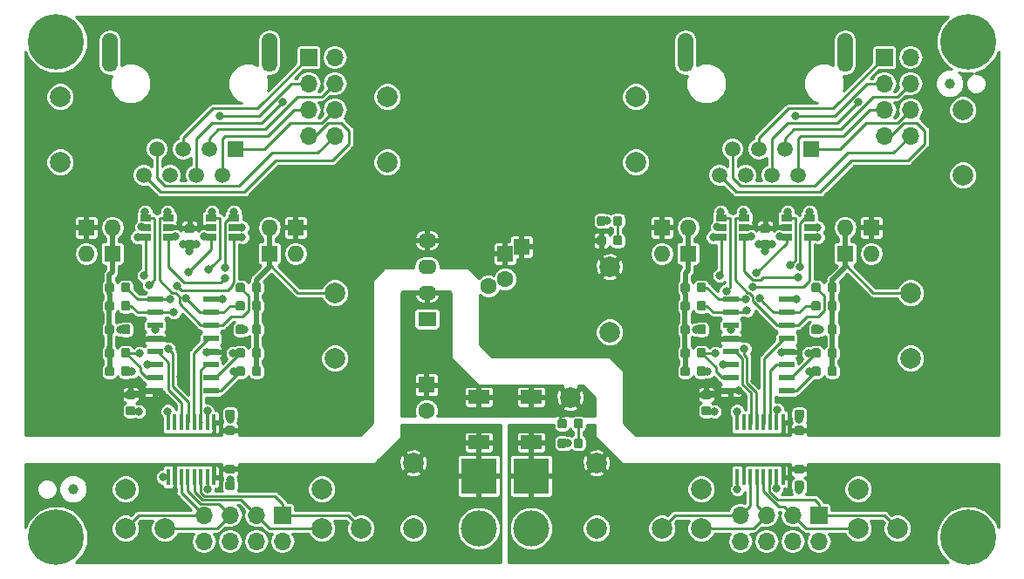
<source format=gbr>
G04 #@! TF.GenerationSoftware,KiCad,Pcbnew,5.0.2-bee76a0~70~ubuntu18.04.1*
G04 #@! TF.CreationDate,2019-06-21T08:35:03-07:00*
G04 #@! TF.ProjectId,aa-panel-receiver-lvds,61612d70-616e-4656-9c2d-726563656976,rev?*
G04 #@! TF.SameCoordinates,Original*
G04 #@! TF.FileFunction,Copper,L1,Top*
G04 #@! TF.FilePolarity,Positive*
%FSLAX46Y46*%
G04 Gerber Fmt 4.6, Leading zero omitted, Abs format (unit mm)*
G04 Created by KiCad (PCBNEW 5.0.2-bee76a0~70~ubuntu18.04.1) date Fri 21 Jun 2019 08:35:03 AM PDT*
%MOMM*%
%LPD*%
G01*
G04 APERTURE LIST*
G04 #@! TA.AperFunction,BGAPad,CuDef*
%ADD10C,1.000000*%
G04 #@! TD*
G04 #@! TA.AperFunction,ComponentPad*
%ADD11C,2.000000*%
G04 #@! TD*
G04 #@! TA.AperFunction,Conductor*
%ADD12C,0.100000*%
G04 #@! TD*
G04 #@! TA.AperFunction,SMDPad,CuDef*
%ADD13C,0.875000*%
G04 #@! TD*
G04 #@! TA.AperFunction,ComponentPad*
%ADD14R,1.600000X1.600000*%
G04 #@! TD*
G04 #@! TA.AperFunction,ComponentPad*
%ADD15C,1.600000*%
G04 #@! TD*
G04 #@! TA.AperFunction,ComponentPad*
%ADD16R,3.500120X3.500120*%
G04 #@! TD*
G04 #@! TA.AperFunction,ComponentPad*
%ADD17C,3.500120*%
G04 #@! TD*
G04 #@! TA.AperFunction,ComponentPad*
%ADD18O,1.600000X1.600000*%
G04 #@! TD*
G04 #@! TA.AperFunction,SMDPad,CuDef*
%ADD19R,2.100000X1.400000*%
G04 #@! TD*
G04 #@! TA.AperFunction,ComponentPad*
%ADD20R,1.800000X1.400000*%
G04 #@! TD*
G04 #@! TA.AperFunction,ComponentPad*
%ADD21O,1.800000X1.400000*%
G04 #@! TD*
G04 #@! TA.AperFunction,ComponentPad*
%ADD22C,1.520000*%
G04 #@! TD*
G04 #@! TA.AperFunction,ComponentPad*
%ADD23R,1.520000X1.520000*%
G04 #@! TD*
G04 #@! TA.AperFunction,ComponentPad*
%ADD24O,1.524000X3.810000*%
G04 #@! TD*
G04 #@! TA.AperFunction,SMDPad,CuDef*
%ADD25R,1.060000X0.650000*%
G04 #@! TD*
G04 #@! TA.AperFunction,ComponentPad*
%ADD26R,1.700000X1.700000*%
G04 #@! TD*
G04 #@! TA.AperFunction,ComponentPad*
%ADD27O,1.700000X1.700000*%
G04 #@! TD*
G04 #@! TA.AperFunction,SMDPad,CuDef*
%ADD28R,1.500000X0.600000*%
G04 #@! TD*
G04 #@! TA.AperFunction,SMDPad,CuDef*
%ADD29R,0.410000X1.600000*%
G04 #@! TD*
G04 #@! TA.AperFunction,ComponentPad*
%ADD30C,0.800000*%
G04 #@! TD*
G04 #@! TA.AperFunction,ComponentPad*
%ADD31C,5.400000*%
G04 #@! TD*
G04 #@! TA.AperFunction,ViaPad*
%ADD32C,0.800000*%
G04 #@! TD*
G04 #@! TA.AperFunction,Conductor*
%ADD33C,0.508000*%
G04 #@! TD*
G04 #@! TA.AperFunction,Conductor*
%ADD34C,0.254000*%
G04 #@! TD*
G04 APERTURE END LIST*
D10*
G04 #@! TO.P,FD2,*
G04 #@! TO.N,*
X181610000Y-57150000D03*
G04 #@! TD*
D11*
G04 #@! TO.P,TP104,1*
G04 #@! TO.N,+5V_Y*
X147320000Y-93980000D03*
G04 #@! TD*
D12*
G04 #@! TO.N,GND_S*
G04 #@! TO.C,C321*
G36*
X157745691Y-80552053D02*
X157766926Y-80555203D01*
X157787750Y-80560419D01*
X157807962Y-80567651D01*
X157827368Y-80576830D01*
X157845781Y-80587866D01*
X157863024Y-80600654D01*
X157878930Y-80615070D01*
X157893346Y-80630976D01*
X157906134Y-80648219D01*
X157917170Y-80666632D01*
X157926349Y-80686038D01*
X157933581Y-80706250D01*
X157938797Y-80727074D01*
X157941947Y-80748309D01*
X157943000Y-80769750D01*
X157943000Y-81282250D01*
X157941947Y-81303691D01*
X157938797Y-81324926D01*
X157933581Y-81345750D01*
X157926349Y-81365962D01*
X157917170Y-81385368D01*
X157906134Y-81403781D01*
X157893346Y-81421024D01*
X157878930Y-81436930D01*
X157863024Y-81451346D01*
X157845781Y-81464134D01*
X157827368Y-81475170D01*
X157807962Y-81484349D01*
X157787750Y-81491581D01*
X157766926Y-81496797D01*
X157745691Y-81499947D01*
X157724250Y-81501000D01*
X157286750Y-81501000D01*
X157265309Y-81499947D01*
X157244074Y-81496797D01*
X157223250Y-81491581D01*
X157203038Y-81484349D01*
X157183632Y-81475170D01*
X157165219Y-81464134D01*
X157147976Y-81451346D01*
X157132070Y-81436930D01*
X157117654Y-81421024D01*
X157104866Y-81403781D01*
X157093830Y-81385368D01*
X157084651Y-81365962D01*
X157077419Y-81345750D01*
X157072203Y-81324926D01*
X157069053Y-81303691D01*
X157068000Y-81282250D01*
X157068000Y-80769750D01*
X157069053Y-80748309D01*
X157072203Y-80727074D01*
X157077419Y-80706250D01*
X157084651Y-80686038D01*
X157093830Y-80666632D01*
X157104866Y-80648219D01*
X157117654Y-80630976D01*
X157132070Y-80615070D01*
X157147976Y-80600654D01*
X157165219Y-80587866D01*
X157183632Y-80576830D01*
X157203038Y-80567651D01*
X157223250Y-80560419D01*
X157244074Y-80555203D01*
X157265309Y-80552053D01*
X157286750Y-80551000D01*
X157724250Y-80551000D01*
X157745691Y-80552053D01*
X157745691Y-80552053D01*
G37*
D13*
G04 #@! TD*
G04 #@! TO.P,C321,2*
G04 #@! TO.N,GND_S*
X157505500Y-81026000D03*
D12*
G04 #@! TO.N,/+2.5D*
G04 #@! TO.C,C321*
G36*
X156170691Y-80552053D02*
X156191926Y-80555203D01*
X156212750Y-80560419D01*
X156232962Y-80567651D01*
X156252368Y-80576830D01*
X156270781Y-80587866D01*
X156288024Y-80600654D01*
X156303930Y-80615070D01*
X156318346Y-80630976D01*
X156331134Y-80648219D01*
X156342170Y-80666632D01*
X156351349Y-80686038D01*
X156358581Y-80706250D01*
X156363797Y-80727074D01*
X156366947Y-80748309D01*
X156368000Y-80769750D01*
X156368000Y-81282250D01*
X156366947Y-81303691D01*
X156363797Y-81324926D01*
X156358581Y-81345750D01*
X156351349Y-81365962D01*
X156342170Y-81385368D01*
X156331134Y-81403781D01*
X156318346Y-81421024D01*
X156303930Y-81436930D01*
X156288024Y-81451346D01*
X156270781Y-81464134D01*
X156252368Y-81475170D01*
X156232962Y-81484349D01*
X156212750Y-81491581D01*
X156191926Y-81496797D01*
X156170691Y-81499947D01*
X156149250Y-81501000D01*
X155711750Y-81501000D01*
X155690309Y-81499947D01*
X155669074Y-81496797D01*
X155648250Y-81491581D01*
X155628038Y-81484349D01*
X155608632Y-81475170D01*
X155590219Y-81464134D01*
X155572976Y-81451346D01*
X155557070Y-81436930D01*
X155542654Y-81421024D01*
X155529866Y-81403781D01*
X155518830Y-81385368D01*
X155509651Y-81365962D01*
X155502419Y-81345750D01*
X155497203Y-81324926D01*
X155494053Y-81303691D01*
X155493000Y-81282250D01*
X155493000Y-80769750D01*
X155494053Y-80748309D01*
X155497203Y-80727074D01*
X155502419Y-80706250D01*
X155509651Y-80686038D01*
X155518830Y-80666632D01*
X155529866Y-80648219D01*
X155542654Y-80630976D01*
X155557070Y-80615070D01*
X155572976Y-80600654D01*
X155590219Y-80587866D01*
X155608632Y-80576830D01*
X155628038Y-80567651D01*
X155648250Y-80560419D01*
X155669074Y-80555203D01*
X155690309Y-80552053D01*
X155711750Y-80551000D01*
X156149250Y-80551000D01*
X156170691Y-80552053D01*
X156170691Y-80552053D01*
G37*
D13*
G04 #@! TD*
G04 #@! TO.P,C321,1*
G04 #@! TO.N,/+2.5D*
X155930500Y-81026000D03*
D12*
G04 #@! TO.N,/+2.5C*
G04 #@! TO.C,C311*
G36*
X170445691Y-80552053D02*
X170466926Y-80555203D01*
X170487750Y-80560419D01*
X170507962Y-80567651D01*
X170527368Y-80576830D01*
X170545781Y-80587866D01*
X170563024Y-80600654D01*
X170578930Y-80615070D01*
X170593346Y-80630976D01*
X170606134Y-80648219D01*
X170617170Y-80666632D01*
X170626349Y-80686038D01*
X170633581Y-80706250D01*
X170638797Y-80727074D01*
X170641947Y-80748309D01*
X170643000Y-80769750D01*
X170643000Y-81282250D01*
X170641947Y-81303691D01*
X170638797Y-81324926D01*
X170633581Y-81345750D01*
X170626349Y-81365962D01*
X170617170Y-81385368D01*
X170606134Y-81403781D01*
X170593346Y-81421024D01*
X170578930Y-81436930D01*
X170563024Y-81451346D01*
X170545781Y-81464134D01*
X170527368Y-81475170D01*
X170507962Y-81484349D01*
X170487750Y-81491581D01*
X170466926Y-81496797D01*
X170445691Y-81499947D01*
X170424250Y-81501000D01*
X169986750Y-81501000D01*
X169965309Y-81499947D01*
X169944074Y-81496797D01*
X169923250Y-81491581D01*
X169903038Y-81484349D01*
X169883632Y-81475170D01*
X169865219Y-81464134D01*
X169847976Y-81451346D01*
X169832070Y-81436930D01*
X169817654Y-81421024D01*
X169804866Y-81403781D01*
X169793830Y-81385368D01*
X169784651Y-81365962D01*
X169777419Y-81345750D01*
X169772203Y-81324926D01*
X169769053Y-81303691D01*
X169768000Y-81282250D01*
X169768000Y-80769750D01*
X169769053Y-80748309D01*
X169772203Y-80727074D01*
X169777419Y-80706250D01*
X169784651Y-80686038D01*
X169793830Y-80666632D01*
X169804866Y-80648219D01*
X169817654Y-80630976D01*
X169832070Y-80615070D01*
X169847976Y-80600654D01*
X169865219Y-80587866D01*
X169883632Y-80576830D01*
X169903038Y-80567651D01*
X169923250Y-80560419D01*
X169944074Y-80555203D01*
X169965309Y-80552053D01*
X169986750Y-80551000D01*
X170424250Y-80551000D01*
X170445691Y-80552053D01*
X170445691Y-80552053D01*
G37*
D13*
G04 #@! TD*
G04 #@! TO.P,C311,1*
G04 #@! TO.N,/+2.5C*
X170205500Y-81026000D03*
D12*
G04 #@! TO.N,GND_S*
G04 #@! TO.C,C311*
G36*
X168870691Y-80552053D02*
X168891926Y-80555203D01*
X168912750Y-80560419D01*
X168932962Y-80567651D01*
X168952368Y-80576830D01*
X168970781Y-80587866D01*
X168988024Y-80600654D01*
X169003930Y-80615070D01*
X169018346Y-80630976D01*
X169031134Y-80648219D01*
X169042170Y-80666632D01*
X169051349Y-80686038D01*
X169058581Y-80706250D01*
X169063797Y-80727074D01*
X169066947Y-80748309D01*
X169068000Y-80769750D01*
X169068000Y-81282250D01*
X169066947Y-81303691D01*
X169063797Y-81324926D01*
X169058581Y-81345750D01*
X169051349Y-81365962D01*
X169042170Y-81385368D01*
X169031134Y-81403781D01*
X169018346Y-81421024D01*
X169003930Y-81436930D01*
X168988024Y-81451346D01*
X168970781Y-81464134D01*
X168952368Y-81475170D01*
X168932962Y-81484349D01*
X168912750Y-81491581D01*
X168891926Y-81496797D01*
X168870691Y-81499947D01*
X168849250Y-81501000D01*
X168411750Y-81501000D01*
X168390309Y-81499947D01*
X168369074Y-81496797D01*
X168348250Y-81491581D01*
X168328038Y-81484349D01*
X168308632Y-81475170D01*
X168290219Y-81464134D01*
X168272976Y-81451346D01*
X168257070Y-81436930D01*
X168242654Y-81421024D01*
X168229866Y-81403781D01*
X168218830Y-81385368D01*
X168209651Y-81365962D01*
X168202419Y-81345750D01*
X168197203Y-81324926D01*
X168194053Y-81303691D01*
X168193000Y-81282250D01*
X168193000Y-80769750D01*
X168194053Y-80748309D01*
X168197203Y-80727074D01*
X168202419Y-80706250D01*
X168209651Y-80686038D01*
X168218830Y-80666632D01*
X168229866Y-80648219D01*
X168242654Y-80630976D01*
X168257070Y-80615070D01*
X168272976Y-80600654D01*
X168290219Y-80587866D01*
X168308632Y-80576830D01*
X168328038Y-80567651D01*
X168348250Y-80560419D01*
X168369074Y-80555203D01*
X168390309Y-80552053D01*
X168411750Y-80551000D01*
X168849250Y-80551000D01*
X168870691Y-80552053D01*
X168870691Y-80552053D01*
G37*
D13*
G04 #@! TD*
G04 #@! TO.P,C311,2*
G04 #@! TO.N,GND_S*
X168630500Y-81026000D03*
D12*
G04 #@! TO.N,GND_S*
G04 #@! TO.C,C201*
G36*
X108100691Y-72360053D02*
X108121926Y-72363203D01*
X108142750Y-72368419D01*
X108162962Y-72375651D01*
X108182368Y-72384830D01*
X108200781Y-72395866D01*
X108218024Y-72408654D01*
X108233930Y-72423070D01*
X108248346Y-72438976D01*
X108261134Y-72456219D01*
X108272170Y-72474632D01*
X108281349Y-72494038D01*
X108288581Y-72514250D01*
X108293797Y-72535074D01*
X108296947Y-72556309D01*
X108298000Y-72577750D01*
X108298000Y-73015250D01*
X108296947Y-73036691D01*
X108293797Y-73057926D01*
X108288581Y-73078750D01*
X108281349Y-73098962D01*
X108272170Y-73118368D01*
X108261134Y-73136781D01*
X108248346Y-73154024D01*
X108233930Y-73169930D01*
X108218024Y-73184346D01*
X108200781Y-73197134D01*
X108182368Y-73208170D01*
X108162962Y-73217349D01*
X108142750Y-73224581D01*
X108121926Y-73229797D01*
X108100691Y-73232947D01*
X108079250Y-73234000D01*
X107566750Y-73234000D01*
X107545309Y-73232947D01*
X107524074Y-73229797D01*
X107503250Y-73224581D01*
X107483038Y-73217349D01*
X107463632Y-73208170D01*
X107445219Y-73197134D01*
X107427976Y-73184346D01*
X107412070Y-73169930D01*
X107397654Y-73154024D01*
X107384866Y-73136781D01*
X107373830Y-73118368D01*
X107364651Y-73098962D01*
X107357419Y-73078750D01*
X107352203Y-73057926D01*
X107349053Y-73036691D01*
X107348000Y-73015250D01*
X107348000Y-72577750D01*
X107349053Y-72556309D01*
X107352203Y-72535074D01*
X107357419Y-72514250D01*
X107364651Y-72494038D01*
X107373830Y-72474632D01*
X107384866Y-72456219D01*
X107397654Y-72438976D01*
X107412070Y-72423070D01*
X107427976Y-72408654D01*
X107445219Y-72395866D01*
X107463632Y-72384830D01*
X107483038Y-72375651D01*
X107503250Y-72368419D01*
X107524074Y-72363203D01*
X107545309Y-72360053D01*
X107566750Y-72359000D01*
X108079250Y-72359000D01*
X108100691Y-72360053D01*
X108100691Y-72360053D01*
G37*
D13*
G04 #@! TD*
G04 #@! TO.P,C201,2*
G04 #@! TO.N,GND_S*
X107823000Y-72796500D03*
D12*
G04 #@! TO.N,+5V_S*
G04 #@! TO.C,C201*
G36*
X108100691Y-70785053D02*
X108121926Y-70788203D01*
X108142750Y-70793419D01*
X108162962Y-70800651D01*
X108182368Y-70809830D01*
X108200781Y-70820866D01*
X108218024Y-70833654D01*
X108233930Y-70848070D01*
X108248346Y-70863976D01*
X108261134Y-70881219D01*
X108272170Y-70899632D01*
X108281349Y-70919038D01*
X108288581Y-70939250D01*
X108293797Y-70960074D01*
X108296947Y-70981309D01*
X108298000Y-71002750D01*
X108298000Y-71440250D01*
X108296947Y-71461691D01*
X108293797Y-71482926D01*
X108288581Y-71503750D01*
X108281349Y-71523962D01*
X108272170Y-71543368D01*
X108261134Y-71561781D01*
X108248346Y-71579024D01*
X108233930Y-71594930D01*
X108218024Y-71609346D01*
X108200781Y-71622134D01*
X108182368Y-71633170D01*
X108162962Y-71642349D01*
X108142750Y-71649581D01*
X108121926Y-71654797D01*
X108100691Y-71657947D01*
X108079250Y-71659000D01*
X107566750Y-71659000D01*
X107545309Y-71657947D01*
X107524074Y-71654797D01*
X107503250Y-71649581D01*
X107483038Y-71642349D01*
X107463632Y-71633170D01*
X107445219Y-71622134D01*
X107427976Y-71609346D01*
X107412070Y-71594930D01*
X107397654Y-71579024D01*
X107384866Y-71561781D01*
X107373830Y-71543368D01*
X107364651Y-71523962D01*
X107357419Y-71503750D01*
X107352203Y-71482926D01*
X107349053Y-71461691D01*
X107348000Y-71440250D01*
X107348000Y-71002750D01*
X107349053Y-70981309D01*
X107352203Y-70960074D01*
X107357419Y-70939250D01*
X107364651Y-70919038D01*
X107373830Y-70899632D01*
X107384866Y-70881219D01*
X107397654Y-70863976D01*
X107412070Y-70848070D01*
X107427976Y-70833654D01*
X107445219Y-70820866D01*
X107463632Y-70809830D01*
X107483038Y-70800651D01*
X107503250Y-70793419D01*
X107524074Y-70788203D01*
X107545309Y-70785053D01*
X107566750Y-70784000D01*
X108079250Y-70784000D01*
X108100691Y-70785053D01*
X108100691Y-70785053D01*
G37*
D13*
G04 #@! TD*
G04 #@! TO.P,C201,1*
G04 #@! TO.N,+5V_S*
X107823000Y-71221500D03*
D12*
G04 #@! TO.N,+5V_S*
G04 #@! TO.C,C202*
G36*
X102385691Y-86914053D02*
X102406926Y-86917203D01*
X102427750Y-86922419D01*
X102447962Y-86929651D01*
X102467368Y-86938830D01*
X102485781Y-86949866D01*
X102503024Y-86962654D01*
X102518930Y-86977070D01*
X102533346Y-86992976D01*
X102546134Y-87010219D01*
X102557170Y-87028632D01*
X102566349Y-87048038D01*
X102573581Y-87068250D01*
X102578797Y-87089074D01*
X102581947Y-87110309D01*
X102583000Y-87131750D01*
X102583000Y-87569250D01*
X102581947Y-87590691D01*
X102578797Y-87611926D01*
X102573581Y-87632750D01*
X102566349Y-87652962D01*
X102557170Y-87672368D01*
X102546134Y-87690781D01*
X102533346Y-87708024D01*
X102518930Y-87723930D01*
X102503024Y-87738346D01*
X102485781Y-87751134D01*
X102467368Y-87762170D01*
X102447962Y-87771349D01*
X102427750Y-87778581D01*
X102406926Y-87783797D01*
X102385691Y-87786947D01*
X102364250Y-87788000D01*
X101851750Y-87788000D01*
X101830309Y-87786947D01*
X101809074Y-87783797D01*
X101788250Y-87778581D01*
X101768038Y-87771349D01*
X101748632Y-87762170D01*
X101730219Y-87751134D01*
X101712976Y-87738346D01*
X101697070Y-87723930D01*
X101682654Y-87708024D01*
X101669866Y-87690781D01*
X101658830Y-87672368D01*
X101649651Y-87652962D01*
X101642419Y-87632750D01*
X101637203Y-87611926D01*
X101634053Y-87590691D01*
X101633000Y-87569250D01*
X101633000Y-87131750D01*
X101634053Y-87110309D01*
X101637203Y-87089074D01*
X101642419Y-87068250D01*
X101649651Y-87048038D01*
X101658830Y-87028632D01*
X101669866Y-87010219D01*
X101682654Y-86992976D01*
X101697070Y-86977070D01*
X101712976Y-86962654D01*
X101730219Y-86949866D01*
X101748632Y-86938830D01*
X101768038Y-86929651D01*
X101788250Y-86922419D01*
X101809074Y-86917203D01*
X101830309Y-86914053D01*
X101851750Y-86913000D01*
X102364250Y-86913000D01*
X102385691Y-86914053D01*
X102385691Y-86914053D01*
G37*
D13*
G04 #@! TD*
G04 #@! TO.P,C202,1*
G04 #@! TO.N,+5V_S*
X102108000Y-87350500D03*
D12*
G04 #@! TO.N,GND_S*
G04 #@! TO.C,C202*
G36*
X102385691Y-88489053D02*
X102406926Y-88492203D01*
X102427750Y-88497419D01*
X102447962Y-88504651D01*
X102467368Y-88513830D01*
X102485781Y-88524866D01*
X102503024Y-88537654D01*
X102518930Y-88552070D01*
X102533346Y-88567976D01*
X102546134Y-88585219D01*
X102557170Y-88603632D01*
X102566349Y-88623038D01*
X102573581Y-88643250D01*
X102578797Y-88664074D01*
X102581947Y-88685309D01*
X102583000Y-88706750D01*
X102583000Y-89144250D01*
X102581947Y-89165691D01*
X102578797Y-89186926D01*
X102573581Y-89207750D01*
X102566349Y-89227962D01*
X102557170Y-89247368D01*
X102546134Y-89265781D01*
X102533346Y-89283024D01*
X102518930Y-89298930D01*
X102503024Y-89313346D01*
X102485781Y-89326134D01*
X102467368Y-89337170D01*
X102447962Y-89346349D01*
X102427750Y-89353581D01*
X102406926Y-89358797D01*
X102385691Y-89361947D01*
X102364250Y-89363000D01*
X101851750Y-89363000D01*
X101830309Y-89361947D01*
X101809074Y-89358797D01*
X101788250Y-89353581D01*
X101768038Y-89346349D01*
X101748632Y-89337170D01*
X101730219Y-89326134D01*
X101712976Y-89313346D01*
X101697070Y-89298930D01*
X101682654Y-89283024D01*
X101669866Y-89265781D01*
X101658830Y-89247368D01*
X101649651Y-89227962D01*
X101642419Y-89207750D01*
X101637203Y-89186926D01*
X101634053Y-89165691D01*
X101633000Y-89144250D01*
X101633000Y-88706750D01*
X101634053Y-88685309D01*
X101637203Y-88664074D01*
X101642419Y-88643250D01*
X101649651Y-88623038D01*
X101658830Y-88603632D01*
X101669866Y-88585219D01*
X101682654Y-88567976D01*
X101697070Y-88552070D01*
X101712976Y-88537654D01*
X101730219Y-88524866D01*
X101748632Y-88513830D01*
X101768038Y-88504651D01*
X101788250Y-88497419D01*
X101809074Y-88492203D01*
X101830309Y-88489053D01*
X101851750Y-88488000D01*
X102364250Y-88488000D01*
X102385691Y-88489053D01*
X102385691Y-88489053D01*
G37*
D13*
G04 #@! TD*
G04 #@! TO.P,C202,2*
G04 #@! TO.N,GND_S*
X102108000Y-88925500D03*
D12*
G04 #@! TO.N,GND*
G04 #@! TO.C,C304*
G36*
X167282691Y-95728053D02*
X167303926Y-95731203D01*
X167324750Y-95736419D01*
X167344962Y-95743651D01*
X167364368Y-95752830D01*
X167382781Y-95763866D01*
X167400024Y-95776654D01*
X167415930Y-95791070D01*
X167430346Y-95806976D01*
X167443134Y-95824219D01*
X167454170Y-95842632D01*
X167463349Y-95862038D01*
X167470581Y-95882250D01*
X167475797Y-95903074D01*
X167478947Y-95924309D01*
X167480000Y-95945750D01*
X167480000Y-96383250D01*
X167478947Y-96404691D01*
X167475797Y-96425926D01*
X167470581Y-96446750D01*
X167463349Y-96466962D01*
X167454170Y-96486368D01*
X167443134Y-96504781D01*
X167430346Y-96522024D01*
X167415930Y-96537930D01*
X167400024Y-96552346D01*
X167382781Y-96565134D01*
X167364368Y-96576170D01*
X167344962Y-96585349D01*
X167324750Y-96592581D01*
X167303926Y-96597797D01*
X167282691Y-96600947D01*
X167261250Y-96602000D01*
X166748750Y-96602000D01*
X166727309Y-96600947D01*
X166706074Y-96597797D01*
X166685250Y-96592581D01*
X166665038Y-96585349D01*
X166645632Y-96576170D01*
X166627219Y-96565134D01*
X166609976Y-96552346D01*
X166594070Y-96537930D01*
X166579654Y-96522024D01*
X166566866Y-96504781D01*
X166555830Y-96486368D01*
X166546651Y-96466962D01*
X166539419Y-96446750D01*
X166534203Y-96425926D01*
X166531053Y-96404691D01*
X166530000Y-96383250D01*
X166530000Y-95945750D01*
X166531053Y-95924309D01*
X166534203Y-95903074D01*
X166539419Y-95882250D01*
X166546651Y-95862038D01*
X166555830Y-95842632D01*
X166566866Y-95824219D01*
X166579654Y-95806976D01*
X166594070Y-95791070D01*
X166609976Y-95776654D01*
X166627219Y-95763866D01*
X166645632Y-95752830D01*
X166665038Y-95743651D01*
X166685250Y-95736419D01*
X166706074Y-95731203D01*
X166727309Y-95728053D01*
X166748750Y-95727000D01*
X167261250Y-95727000D01*
X167282691Y-95728053D01*
X167282691Y-95728053D01*
G37*
D13*
G04 #@! TD*
G04 #@! TO.P,C304,2*
G04 #@! TO.N,GND*
X167005000Y-96164500D03*
D12*
G04 #@! TO.N,+5V_Y*
G04 #@! TO.C,C304*
G36*
X167282691Y-94153053D02*
X167303926Y-94156203D01*
X167324750Y-94161419D01*
X167344962Y-94168651D01*
X167364368Y-94177830D01*
X167382781Y-94188866D01*
X167400024Y-94201654D01*
X167415930Y-94216070D01*
X167430346Y-94231976D01*
X167443134Y-94249219D01*
X167454170Y-94267632D01*
X167463349Y-94287038D01*
X167470581Y-94307250D01*
X167475797Y-94328074D01*
X167478947Y-94349309D01*
X167480000Y-94370750D01*
X167480000Y-94808250D01*
X167478947Y-94829691D01*
X167475797Y-94850926D01*
X167470581Y-94871750D01*
X167463349Y-94891962D01*
X167454170Y-94911368D01*
X167443134Y-94929781D01*
X167430346Y-94947024D01*
X167415930Y-94962930D01*
X167400024Y-94977346D01*
X167382781Y-94990134D01*
X167364368Y-95001170D01*
X167344962Y-95010349D01*
X167324750Y-95017581D01*
X167303926Y-95022797D01*
X167282691Y-95025947D01*
X167261250Y-95027000D01*
X166748750Y-95027000D01*
X166727309Y-95025947D01*
X166706074Y-95022797D01*
X166685250Y-95017581D01*
X166665038Y-95010349D01*
X166645632Y-95001170D01*
X166627219Y-94990134D01*
X166609976Y-94977346D01*
X166594070Y-94962930D01*
X166579654Y-94947024D01*
X166566866Y-94929781D01*
X166555830Y-94911368D01*
X166546651Y-94891962D01*
X166539419Y-94871750D01*
X166534203Y-94850926D01*
X166531053Y-94829691D01*
X166530000Y-94808250D01*
X166530000Y-94370750D01*
X166531053Y-94349309D01*
X166534203Y-94328074D01*
X166539419Y-94307250D01*
X166546651Y-94287038D01*
X166555830Y-94267632D01*
X166566866Y-94249219D01*
X166579654Y-94231976D01*
X166594070Y-94216070D01*
X166609976Y-94201654D01*
X166627219Y-94188866D01*
X166645632Y-94177830D01*
X166665038Y-94168651D01*
X166685250Y-94161419D01*
X166706074Y-94156203D01*
X166727309Y-94153053D01*
X166748750Y-94152000D01*
X167261250Y-94152000D01*
X167282691Y-94153053D01*
X167282691Y-94153053D01*
G37*
D13*
G04 #@! TD*
G04 #@! TO.P,C304,1*
G04 #@! TO.N,+5V_Y*
X167005000Y-94589500D03*
D12*
G04 #@! TO.N,+5V_S*
G04 #@! TO.C,C203*
G36*
X112037691Y-90394053D02*
X112058926Y-90397203D01*
X112079750Y-90402419D01*
X112099962Y-90409651D01*
X112119368Y-90418830D01*
X112137781Y-90429866D01*
X112155024Y-90442654D01*
X112170930Y-90457070D01*
X112185346Y-90472976D01*
X112198134Y-90490219D01*
X112209170Y-90508632D01*
X112218349Y-90528038D01*
X112225581Y-90548250D01*
X112230797Y-90569074D01*
X112233947Y-90590309D01*
X112235000Y-90611750D01*
X112235000Y-91049250D01*
X112233947Y-91070691D01*
X112230797Y-91091926D01*
X112225581Y-91112750D01*
X112218349Y-91132962D01*
X112209170Y-91152368D01*
X112198134Y-91170781D01*
X112185346Y-91188024D01*
X112170930Y-91203930D01*
X112155024Y-91218346D01*
X112137781Y-91231134D01*
X112119368Y-91242170D01*
X112099962Y-91251349D01*
X112079750Y-91258581D01*
X112058926Y-91263797D01*
X112037691Y-91266947D01*
X112016250Y-91268000D01*
X111503750Y-91268000D01*
X111482309Y-91266947D01*
X111461074Y-91263797D01*
X111440250Y-91258581D01*
X111420038Y-91251349D01*
X111400632Y-91242170D01*
X111382219Y-91231134D01*
X111364976Y-91218346D01*
X111349070Y-91203930D01*
X111334654Y-91188024D01*
X111321866Y-91170781D01*
X111310830Y-91152368D01*
X111301651Y-91132962D01*
X111294419Y-91112750D01*
X111289203Y-91091926D01*
X111286053Y-91070691D01*
X111285000Y-91049250D01*
X111285000Y-90611750D01*
X111286053Y-90590309D01*
X111289203Y-90569074D01*
X111294419Y-90548250D01*
X111301651Y-90528038D01*
X111310830Y-90508632D01*
X111321866Y-90490219D01*
X111334654Y-90472976D01*
X111349070Y-90457070D01*
X111364976Y-90442654D01*
X111382219Y-90429866D01*
X111400632Y-90418830D01*
X111420038Y-90409651D01*
X111440250Y-90402419D01*
X111461074Y-90397203D01*
X111482309Y-90394053D01*
X111503750Y-90393000D01*
X112016250Y-90393000D01*
X112037691Y-90394053D01*
X112037691Y-90394053D01*
G37*
D13*
G04 #@! TD*
G04 #@! TO.P,C203,1*
G04 #@! TO.N,+5V_S*
X111760000Y-90830500D03*
D12*
G04 #@! TO.N,GND_S*
G04 #@! TO.C,C203*
G36*
X112037691Y-88819053D02*
X112058926Y-88822203D01*
X112079750Y-88827419D01*
X112099962Y-88834651D01*
X112119368Y-88843830D01*
X112137781Y-88854866D01*
X112155024Y-88867654D01*
X112170930Y-88882070D01*
X112185346Y-88897976D01*
X112198134Y-88915219D01*
X112209170Y-88933632D01*
X112218349Y-88953038D01*
X112225581Y-88973250D01*
X112230797Y-88994074D01*
X112233947Y-89015309D01*
X112235000Y-89036750D01*
X112235000Y-89474250D01*
X112233947Y-89495691D01*
X112230797Y-89516926D01*
X112225581Y-89537750D01*
X112218349Y-89557962D01*
X112209170Y-89577368D01*
X112198134Y-89595781D01*
X112185346Y-89613024D01*
X112170930Y-89628930D01*
X112155024Y-89643346D01*
X112137781Y-89656134D01*
X112119368Y-89667170D01*
X112099962Y-89676349D01*
X112079750Y-89683581D01*
X112058926Y-89688797D01*
X112037691Y-89691947D01*
X112016250Y-89693000D01*
X111503750Y-89693000D01*
X111482309Y-89691947D01*
X111461074Y-89688797D01*
X111440250Y-89683581D01*
X111420038Y-89676349D01*
X111400632Y-89667170D01*
X111382219Y-89656134D01*
X111364976Y-89643346D01*
X111349070Y-89628930D01*
X111334654Y-89613024D01*
X111321866Y-89595781D01*
X111310830Y-89577368D01*
X111301651Y-89557962D01*
X111294419Y-89537750D01*
X111289203Y-89516926D01*
X111286053Y-89495691D01*
X111285000Y-89474250D01*
X111285000Y-89036750D01*
X111286053Y-89015309D01*
X111289203Y-88994074D01*
X111294419Y-88973250D01*
X111301651Y-88953038D01*
X111310830Y-88933632D01*
X111321866Y-88915219D01*
X111334654Y-88897976D01*
X111349070Y-88882070D01*
X111364976Y-88867654D01*
X111382219Y-88854866D01*
X111400632Y-88843830D01*
X111420038Y-88834651D01*
X111440250Y-88827419D01*
X111461074Y-88822203D01*
X111482309Y-88819053D01*
X111503750Y-88818000D01*
X112016250Y-88818000D01*
X112037691Y-88819053D01*
X112037691Y-88819053D01*
G37*
D13*
G04 #@! TD*
G04 #@! TO.P,C203,2*
G04 #@! TO.N,GND_S*
X111760000Y-89255500D03*
D12*
G04 #@! TO.N,GND*
G04 #@! TO.C,C204*
G36*
X112037691Y-95728053D02*
X112058926Y-95731203D01*
X112079750Y-95736419D01*
X112099962Y-95743651D01*
X112119368Y-95752830D01*
X112137781Y-95763866D01*
X112155024Y-95776654D01*
X112170930Y-95791070D01*
X112185346Y-95806976D01*
X112198134Y-95824219D01*
X112209170Y-95842632D01*
X112218349Y-95862038D01*
X112225581Y-95882250D01*
X112230797Y-95903074D01*
X112233947Y-95924309D01*
X112235000Y-95945750D01*
X112235000Y-96383250D01*
X112233947Y-96404691D01*
X112230797Y-96425926D01*
X112225581Y-96446750D01*
X112218349Y-96466962D01*
X112209170Y-96486368D01*
X112198134Y-96504781D01*
X112185346Y-96522024D01*
X112170930Y-96537930D01*
X112155024Y-96552346D01*
X112137781Y-96565134D01*
X112119368Y-96576170D01*
X112099962Y-96585349D01*
X112079750Y-96592581D01*
X112058926Y-96597797D01*
X112037691Y-96600947D01*
X112016250Y-96602000D01*
X111503750Y-96602000D01*
X111482309Y-96600947D01*
X111461074Y-96597797D01*
X111440250Y-96592581D01*
X111420038Y-96585349D01*
X111400632Y-96576170D01*
X111382219Y-96565134D01*
X111364976Y-96552346D01*
X111349070Y-96537930D01*
X111334654Y-96522024D01*
X111321866Y-96504781D01*
X111310830Y-96486368D01*
X111301651Y-96466962D01*
X111294419Y-96446750D01*
X111289203Y-96425926D01*
X111286053Y-96404691D01*
X111285000Y-96383250D01*
X111285000Y-95945750D01*
X111286053Y-95924309D01*
X111289203Y-95903074D01*
X111294419Y-95882250D01*
X111301651Y-95862038D01*
X111310830Y-95842632D01*
X111321866Y-95824219D01*
X111334654Y-95806976D01*
X111349070Y-95791070D01*
X111364976Y-95776654D01*
X111382219Y-95763866D01*
X111400632Y-95752830D01*
X111420038Y-95743651D01*
X111440250Y-95736419D01*
X111461074Y-95731203D01*
X111482309Y-95728053D01*
X111503750Y-95727000D01*
X112016250Y-95727000D01*
X112037691Y-95728053D01*
X112037691Y-95728053D01*
G37*
D13*
G04 #@! TD*
G04 #@! TO.P,C204,2*
G04 #@! TO.N,GND*
X111760000Y-96164500D03*
D12*
G04 #@! TO.N,+5V_X*
G04 #@! TO.C,C204*
G36*
X112037691Y-94153053D02*
X112058926Y-94156203D01*
X112079750Y-94161419D01*
X112099962Y-94168651D01*
X112119368Y-94177830D01*
X112137781Y-94188866D01*
X112155024Y-94201654D01*
X112170930Y-94216070D01*
X112185346Y-94231976D01*
X112198134Y-94249219D01*
X112209170Y-94267632D01*
X112218349Y-94287038D01*
X112225581Y-94307250D01*
X112230797Y-94328074D01*
X112233947Y-94349309D01*
X112235000Y-94370750D01*
X112235000Y-94808250D01*
X112233947Y-94829691D01*
X112230797Y-94850926D01*
X112225581Y-94871750D01*
X112218349Y-94891962D01*
X112209170Y-94911368D01*
X112198134Y-94929781D01*
X112185346Y-94947024D01*
X112170930Y-94962930D01*
X112155024Y-94977346D01*
X112137781Y-94990134D01*
X112119368Y-95001170D01*
X112099962Y-95010349D01*
X112079750Y-95017581D01*
X112058926Y-95022797D01*
X112037691Y-95025947D01*
X112016250Y-95027000D01*
X111503750Y-95027000D01*
X111482309Y-95025947D01*
X111461074Y-95022797D01*
X111440250Y-95017581D01*
X111420038Y-95010349D01*
X111400632Y-95001170D01*
X111382219Y-94990134D01*
X111364976Y-94977346D01*
X111349070Y-94962930D01*
X111334654Y-94947024D01*
X111321866Y-94929781D01*
X111310830Y-94911368D01*
X111301651Y-94891962D01*
X111294419Y-94871750D01*
X111289203Y-94850926D01*
X111286053Y-94829691D01*
X111285000Y-94808250D01*
X111285000Y-94370750D01*
X111286053Y-94349309D01*
X111289203Y-94328074D01*
X111294419Y-94307250D01*
X111301651Y-94287038D01*
X111310830Y-94267632D01*
X111321866Y-94249219D01*
X111334654Y-94231976D01*
X111349070Y-94216070D01*
X111364976Y-94201654D01*
X111382219Y-94188866D01*
X111400632Y-94177830D01*
X111420038Y-94168651D01*
X111440250Y-94161419D01*
X111461074Y-94156203D01*
X111482309Y-94153053D01*
X111503750Y-94152000D01*
X112016250Y-94152000D01*
X112037691Y-94153053D01*
X112037691Y-94153053D01*
G37*
D13*
G04 #@! TD*
G04 #@! TO.P,C204,1*
G04 #@! TO.N,+5V_X*
X111760000Y-94589500D03*
D12*
G04 #@! TO.N,/+2.5A*
G04 #@! TO.C,C211*
G36*
X114565691Y-80552053D02*
X114586926Y-80555203D01*
X114607750Y-80560419D01*
X114627962Y-80567651D01*
X114647368Y-80576830D01*
X114665781Y-80587866D01*
X114683024Y-80600654D01*
X114698930Y-80615070D01*
X114713346Y-80630976D01*
X114726134Y-80648219D01*
X114737170Y-80666632D01*
X114746349Y-80686038D01*
X114753581Y-80706250D01*
X114758797Y-80727074D01*
X114761947Y-80748309D01*
X114763000Y-80769750D01*
X114763000Y-81282250D01*
X114761947Y-81303691D01*
X114758797Y-81324926D01*
X114753581Y-81345750D01*
X114746349Y-81365962D01*
X114737170Y-81385368D01*
X114726134Y-81403781D01*
X114713346Y-81421024D01*
X114698930Y-81436930D01*
X114683024Y-81451346D01*
X114665781Y-81464134D01*
X114647368Y-81475170D01*
X114627962Y-81484349D01*
X114607750Y-81491581D01*
X114586926Y-81496797D01*
X114565691Y-81499947D01*
X114544250Y-81501000D01*
X114106750Y-81501000D01*
X114085309Y-81499947D01*
X114064074Y-81496797D01*
X114043250Y-81491581D01*
X114023038Y-81484349D01*
X114003632Y-81475170D01*
X113985219Y-81464134D01*
X113967976Y-81451346D01*
X113952070Y-81436930D01*
X113937654Y-81421024D01*
X113924866Y-81403781D01*
X113913830Y-81385368D01*
X113904651Y-81365962D01*
X113897419Y-81345750D01*
X113892203Y-81324926D01*
X113889053Y-81303691D01*
X113888000Y-81282250D01*
X113888000Y-80769750D01*
X113889053Y-80748309D01*
X113892203Y-80727074D01*
X113897419Y-80706250D01*
X113904651Y-80686038D01*
X113913830Y-80666632D01*
X113924866Y-80648219D01*
X113937654Y-80630976D01*
X113952070Y-80615070D01*
X113967976Y-80600654D01*
X113985219Y-80587866D01*
X114003632Y-80576830D01*
X114023038Y-80567651D01*
X114043250Y-80560419D01*
X114064074Y-80555203D01*
X114085309Y-80552053D01*
X114106750Y-80551000D01*
X114544250Y-80551000D01*
X114565691Y-80552053D01*
X114565691Y-80552053D01*
G37*
D13*
G04 #@! TD*
G04 #@! TO.P,C211,1*
G04 #@! TO.N,/+2.5A*
X114325500Y-81026000D03*
D12*
G04 #@! TO.N,GND_S*
G04 #@! TO.C,C211*
G36*
X112990691Y-80552053D02*
X113011926Y-80555203D01*
X113032750Y-80560419D01*
X113052962Y-80567651D01*
X113072368Y-80576830D01*
X113090781Y-80587866D01*
X113108024Y-80600654D01*
X113123930Y-80615070D01*
X113138346Y-80630976D01*
X113151134Y-80648219D01*
X113162170Y-80666632D01*
X113171349Y-80686038D01*
X113178581Y-80706250D01*
X113183797Y-80727074D01*
X113186947Y-80748309D01*
X113188000Y-80769750D01*
X113188000Y-81282250D01*
X113186947Y-81303691D01*
X113183797Y-81324926D01*
X113178581Y-81345750D01*
X113171349Y-81365962D01*
X113162170Y-81385368D01*
X113151134Y-81403781D01*
X113138346Y-81421024D01*
X113123930Y-81436930D01*
X113108024Y-81451346D01*
X113090781Y-81464134D01*
X113072368Y-81475170D01*
X113052962Y-81484349D01*
X113032750Y-81491581D01*
X113011926Y-81496797D01*
X112990691Y-81499947D01*
X112969250Y-81501000D01*
X112531750Y-81501000D01*
X112510309Y-81499947D01*
X112489074Y-81496797D01*
X112468250Y-81491581D01*
X112448038Y-81484349D01*
X112428632Y-81475170D01*
X112410219Y-81464134D01*
X112392976Y-81451346D01*
X112377070Y-81436930D01*
X112362654Y-81421024D01*
X112349866Y-81403781D01*
X112338830Y-81385368D01*
X112329651Y-81365962D01*
X112322419Y-81345750D01*
X112317203Y-81324926D01*
X112314053Y-81303691D01*
X112313000Y-81282250D01*
X112313000Y-80769750D01*
X112314053Y-80748309D01*
X112317203Y-80727074D01*
X112322419Y-80706250D01*
X112329651Y-80686038D01*
X112338830Y-80666632D01*
X112349866Y-80648219D01*
X112362654Y-80630976D01*
X112377070Y-80615070D01*
X112392976Y-80600654D01*
X112410219Y-80587866D01*
X112428632Y-80576830D01*
X112448038Y-80567651D01*
X112468250Y-80560419D01*
X112489074Y-80555203D01*
X112510309Y-80552053D01*
X112531750Y-80551000D01*
X112969250Y-80551000D01*
X112990691Y-80552053D01*
X112990691Y-80552053D01*
G37*
D13*
G04 #@! TD*
G04 #@! TO.P,C211,2*
G04 #@! TO.N,GND_S*
X112750500Y-81026000D03*
D12*
G04 #@! TO.N,GND_S*
G04 #@! TO.C,C221*
G36*
X101865691Y-80552053D02*
X101886926Y-80555203D01*
X101907750Y-80560419D01*
X101927962Y-80567651D01*
X101947368Y-80576830D01*
X101965781Y-80587866D01*
X101983024Y-80600654D01*
X101998930Y-80615070D01*
X102013346Y-80630976D01*
X102026134Y-80648219D01*
X102037170Y-80666632D01*
X102046349Y-80686038D01*
X102053581Y-80706250D01*
X102058797Y-80727074D01*
X102061947Y-80748309D01*
X102063000Y-80769750D01*
X102063000Y-81282250D01*
X102061947Y-81303691D01*
X102058797Y-81324926D01*
X102053581Y-81345750D01*
X102046349Y-81365962D01*
X102037170Y-81385368D01*
X102026134Y-81403781D01*
X102013346Y-81421024D01*
X101998930Y-81436930D01*
X101983024Y-81451346D01*
X101965781Y-81464134D01*
X101947368Y-81475170D01*
X101927962Y-81484349D01*
X101907750Y-81491581D01*
X101886926Y-81496797D01*
X101865691Y-81499947D01*
X101844250Y-81501000D01*
X101406750Y-81501000D01*
X101385309Y-81499947D01*
X101364074Y-81496797D01*
X101343250Y-81491581D01*
X101323038Y-81484349D01*
X101303632Y-81475170D01*
X101285219Y-81464134D01*
X101267976Y-81451346D01*
X101252070Y-81436930D01*
X101237654Y-81421024D01*
X101224866Y-81403781D01*
X101213830Y-81385368D01*
X101204651Y-81365962D01*
X101197419Y-81345750D01*
X101192203Y-81324926D01*
X101189053Y-81303691D01*
X101188000Y-81282250D01*
X101188000Y-80769750D01*
X101189053Y-80748309D01*
X101192203Y-80727074D01*
X101197419Y-80706250D01*
X101204651Y-80686038D01*
X101213830Y-80666632D01*
X101224866Y-80648219D01*
X101237654Y-80630976D01*
X101252070Y-80615070D01*
X101267976Y-80600654D01*
X101285219Y-80587866D01*
X101303632Y-80576830D01*
X101323038Y-80567651D01*
X101343250Y-80560419D01*
X101364074Y-80555203D01*
X101385309Y-80552053D01*
X101406750Y-80551000D01*
X101844250Y-80551000D01*
X101865691Y-80552053D01*
X101865691Y-80552053D01*
G37*
D13*
G04 #@! TD*
G04 #@! TO.P,C221,2*
G04 #@! TO.N,GND_S*
X101625500Y-81026000D03*
D12*
G04 #@! TO.N,/+2.5B*
G04 #@! TO.C,C221*
G36*
X100290691Y-80552053D02*
X100311926Y-80555203D01*
X100332750Y-80560419D01*
X100352962Y-80567651D01*
X100372368Y-80576830D01*
X100390781Y-80587866D01*
X100408024Y-80600654D01*
X100423930Y-80615070D01*
X100438346Y-80630976D01*
X100451134Y-80648219D01*
X100462170Y-80666632D01*
X100471349Y-80686038D01*
X100478581Y-80706250D01*
X100483797Y-80727074D01*
X100486947Y-80748309D01*
X100488000Y-80769750D01*
X100488000Y-81282250D01*
X100486947Y-81303691D01*
X100483797Y-81324926D01*
X100478581Y-81345750D01*
X100471349Y-81365962D01*
X100462170Y-81385368D01*
X100451134Y-81403781D01*
X100438346Y-81421024D01*
X100423930Y-81436930D01*
X100408024Y-81451346D01*
X100390781Y-81464134D01*
X100372368Y-81475170D01*
X100352962Y-81484349D01*
X100332750Y-81491581D01*
X100311926Y-81496797D01*
X100290691Y-81499947D01*
X100269250Y-81501000D01*
X99831750Y-81501000D01*
X99810309Y-81499947D01*
X99789074Y-81496797D01*
X99768250Y-81491581D01*
X99748038Y-81484349D01*
X99728632Y-81475170D01*
X99710219Y-81464134D01*
X99692976Y-81451346D01*
X99677070Y-81436930D01*
X99662654Y-81421024D01*
X99649866Y-81403781D01*
X99638830Y-81385368D01*
X99629651Y-81365962D01*
X99622419Y-81345750D01*
X99617203Y-81324926D01*
X99614053Y-81303691D01*
X99613000Y-81282250D01*
X99613000Y-80769750D01*
X99614053Y-80748309D01*
X99617203Y-80727074D01*
X99622419Y-80706250D01*
X99629651Y-80686038D01*
X99638830Y-80666632D01*
X99649866Y-80648219D01*
X99662654Y-80630976D01*
X99677070Y-80615070D01*
X99692976Y-80600654D01*
X99710219Y-80587866D01*
X99728632Y-80576830D01*
X99748038Y-80567651D01*
X99768250Y-80560419D01*
X99789074Y-80555203D01*
X99810309Y-80552053D01*
X99831750Y-80551000D01*
X100269250Y-80551000D01*
X100290691Y-80552053D01*
X100290691Y-80552053D01*
G37*
D13*
G04 #@! TD*
G04 #@! TO.P,C221,1*
G04 #@! TO.N,/+2.5B*
X100050500Y-81026000D03*
D12*
G04 #@! TO.N,+5V_S*
G04 #@! TO.C,C301*
G36*
X163980691Y-70785053D02*
X164001926Y-70788203D01*
X164022750Y-70793419D01*
X164042962Y-70800651D01*
X164062368Y-70809830D01*
X164080781Y-70820866D01*
X164098024Y-70833654D01*
X164113930Y-70848070D01*
X164128346Y-70863976D01*
X164141134Y-70881219D01*
X164152170Y-70899632D01*
X164161349Y-70919038D01*
X164168581Y-70939250D01*
X164173797Y-70960074D01*
X164176947Y-70981309D01*
X164178000Y-71002750D01*
X164178000Y-71440250D01*
X164176947Y-71461691D01*
X164173797Y-71482926D01*
X164168581Y-71503750D01*
X164161349Y-71523962D01*
X164152170Y-71543368D01*
X164141134Y-71561781D01*
X164128346Y-71579024D01*
X164113930Y-71594930D01*
X164098024Y-71609346D01*
X164080781Y-71622134D01*
X164062368Y-71633170D01*
X164042962Y-71642349D01*
X164022750Y-71649581D01*
X164001926Y-71654797D01*
X163980691Y-71657947D01*
X163959250Y-71659000D01*
X163446750Y-71659000D01*
X163425309Y-71657947D01*
X163404074Y-71654797D01*
X163383250Y-71649581D01*
X163363038Y-71642349D01*
X163343632Y-71633170D01*
X163325219Y-71622134D01*
X163307976Y-71609346D01*
X163292070Y-71594930D01*
X163277654Y-71579024D01*
X163264866Y-71561781D01*
X163253830Y-71543368D01*
X163244651Y-71523962D01*
X163237419Y-71503750D01*
X163232203Y-71482926D01*
X163229053Y-71461691D01*
X163228000Y-71440250D01*
X163228000Y-71002750D01*
X163229053Y-70981309D01*
X163232203Y-70960074D01*
X163237419Y-70939250D01*
X163244651Y-70919038D01*
X163253830Y-70899632D01*
X163264866Y-70881219D01*
X163277654Y-70863976D01*
X163292070Y-70848070D01*
X163307976Y-70833654D01*
X163325219Y-70820866D01*
X163343632Y-70809830D01*
X163363038Y-70800651D01*
X163383250Y-70793419D01*
X163404074Y-70788203D01*
X163425309Y-70785053D01*
X163446750Y-70784000D01*
X163959250Y-70784000D01*
X163980691Y-70785053D01*
X163980691Y-70785053D01*
G37*
D13*
G04 #@! TD*
G04 #@! TO.P,C301,1*
G04 #@! TO.N,+5V_S*
X163703000Y-71221500D03*
D12*
G04 #@! TO.N,GND_S*
G04 #@! TO.C,C301*
G36*
X163980691Y-72360053D02*
X164001926Y-72363203D01*
X164022750Y-72368419D01*
X164042962Y-72375651D01*
X164062368Y-72384830D01*
X164080781Y-72395866D01*
X164098024Y-72408654D01*
X164113930Y-72423070D01*
X164128346Y-72438976D01*
X164141134Y-72456219D01*
X164152170Y-72474632D01*
X164161349Y-72494038D01*
X164168581Y-72514250D01*
X164173797Y-72535074D01*
X164176947Y-72556309D01*
X164178000Y-72577750D01*
X164178000Y-73015250D01*
X164176947Y-73036691D01*
X164173797Y-73057926D01*
X164168581Y-73078750D01*
X164161349Y-73098962D01*
X164152170Y-73118368D01*
X164141134Y-73136781D01*
X164128346Y-73154024D01*
X164113930Y-73169930D01*
X164098024Y-73184346D01*
X164080781Y-73197134D01*
X164062368Y-73208170D01*
X164042962Y-73217349D01*
X164022750Y-73224581D01*
X164001926Y-73229797D01*
X163980691Y-73232947D01*
X163959250Y-73234000D01*
X163446750Y-73234000D01*
X163425309Y-73232947D01*
X163404074Y-73229797D01*
X163383250Y-73224581D01*
X163363038Y-73217349D01*
X163343632Y-73208170D01*
X163325219Y-73197134D01*
X163307976Y-73184346D01*
X163292070Y-73169930D01*
X163277654Y-73154024D01*
X163264866Y-73136781D01*
X163253830Y-73118368D01*
X163244651Y-73098962D01*
X163237419Y-73078750D01*
X163232203Y-73057926D01*
X163229053Y-73036691D01*
X163228000Y-73015250D01*
X163228000Y-72577750D01*
X163229053Y-72556309D01*
X163232203Y-72535074D01*
X163237419Y-72514250D01*
X163244651Y-72494038D01*
X163253830Y-72474632D01*
X163264866Y-72456219D01*
X163277654Y-72438976D01*
X163292070Y-72423070D01*
X163307976Y-72408654D01*
X163325219Y-72395866D01*
X163343632Y-72384830D01*
X163363038Y-72375651D01*
X163383250Y-72368419D01*
X163404074Y-72363203D01*
X163425309Y-72360053D01*
X163446750Y-72359000D01*
X163959250Y-72359000D01*
X163980691Y-72360053D01*
X163980691Y-72360053D01*
G37*
D13*
G04 #@! TD*
G04 #@! TO.P,C301,2*
G04 #@! TO.N,GND_S*
X163703000Y-72796500D03*
D12*
G04 #@! TO.N,GND_S*
G04 #@! TO.C,C302*
G36*
X158265691Y-88489053D02*
X158286926Y-88492203D01*
X158307750Y-88497419D01*
X158327962Y-88504651D01*
X158347368Y-88513830D01*
X158365781Y-88524866D01*
X158383024Y-88537654D01*
X158398930Y-88552070D01*
X158413346Y-88567976D01*
X158426134Y-88585219D01*
X158437170Y-88603632D01*
X158446349Y-88623038D01*
X158453581Y-88643250D01*
X158458797Y-88664074D01*
X158461947Y-88685309D01*
X158463000Y-88706750D01*
X158463000Y-89144250D01*
X158461947Y-89165691D01*
X158458797Y-89186926D01*
X158453581Y-89207750D01*
X158446349Y-89227962D01*
X158437170Y-89247368D01*
X158426134Y-89265781D01*
X158413346Y-89283024D01*
X158398930Y-89298930D01*
X158383024Y-89313346D01*
X158365781Y-89326134D01*
X158347368Y-89337170D01*
X158327962Y-89346349D01*
X158307750Y-89353581D01*
X158286926Y-89358797D01*
X158265691Y-89361947D01*
X158244250Y-89363000D01*
X157731750Y-89363000D01*
X157710309Y-89361947D01*
X157689074Y-89358797D01*
X157668250Y-89353581D01*
X157648038Y-89346349D01*
X157628632Y-89337170D01*
X157610219Y-89326134D01*
X157592976Y-89313346D01*
X157577070Y-89298930D01*
X157562654Y-89283024D01*
X157549866Y-89265781D01*
X157538830Y-89247368D01*
X157529651Y-89227962D01*
X157522419Y-89207750D01*
X157517203Y-89186926D01*
X157514053Y-89165691D01*
X157513000Y-89144250D01*
X157513000Y-88706750D01*
X157514053Y-88685309D01*
X157517203Y-88664074D01*
X157522419Y-88643250D01*
X157529651Y-88623038D01*
X157538830Y-88603632D01*
X157549866Y-88585219D01*
X157562654Y-88567976D01*
X157577070Y-88552070D01*
X157592976Y-88537654D01*
X157610219Y-88524866D01*
X157628632Y-88513830D01*
X157648038Y-88504651D01*
X157668250Y-88497419D01*
X157689074Y-88492203D01*
X157710309Y-88489053D01*
X157731750Y-88488000D01*
X158244250Y-88488000D01*
X158265691Y-88489053D01*
X158265691Y-88489053D01*
G37*
D13*
G04 #@! TD*
G04 #@! TO.P,C302,2*
G04 #@! TO.N,GND_S*
X157988000Y-88925500D03*
D12*
G04 #@! TO.N,+5V_S*
G04 #@! TO.C,C302*
G36*
X158265691Y-86914053D02*
X158286926Y-86917203D01*
X158307750Y-86922419D01*
X158327962Y-86929651D01*
X158347368Y-86938830D01*
X158365781Y-86949866D01*
X158383024Y-86962654D01*
X158398930Y-86977070D01*
X158413346Y-86992976D01*
X158426134Y-87010219D01*
X158437170Y-87028632D01*
X158446349Y-87048038D01*
X158453581Y-87068250D01*
X158458797Y-87089074D01*
X158461947Y-87110309D01*
X158463000Y-87131750D01*
X158463000Y-87569250D01*
X158461947Y-87590691D01*
X158458797Y-87611926D01*
X158453581Y-87632750D01*
X158446349Y-87652962D01*
X158437170Y-87672368D01*
X158426134Y-87690781D01*
X158413346Y-87708024D01*
X158398930Y-87723930D01*
X158383024Y-87738346D01*
X158365781Y-87751134D01*
X158347368Y-87762170D01*
X158327962Y-87771349D01*
X158307750Y-87778581D01*
X158286926Y-87783797D01*
X158265691Y-87786947D01*
X158244250Y-87788000D01*
X157731750Y-87788000D01*
X157710309Y-87786947D01*
X157689074Y-87783797D01*
X157668250Y-87778581D01*
X157648038Y-87771349D01*
X157628632Y-87762170D01*
X157610219Y-87751134D01*
X157592976Y-87738346D01*
X157577070Y-87723930D01*
X157562654Y-87708024D01*
X157549866Y-87690781D01*
X157538830Y-87672368D01*
X157529651Y-87652962D01*
X157522419Y-87632750D01*
X157517203Y-87611926D01*
X157514053Y-87590691D01*
X157513000Y-87569250D01*
X157513000Y-87131750D01*
X157514053Y-87110309D01*
X157517203Y-87089074D01*
X157522419Y-87068250D01*
X157529651Y-87048038D01*
X157538830Y-87028632D01*
X157549866Y-87010219D01*
X157562654Y-86992976D01*
X157577070Y-86977070D01*
X157592976Y-86962654D01*
X157610219Y-86949866D01*
X157628632Y-86938830D01*
X157648038Y-86929651D01*
X157668250Y-86922419D01*
X157689074Y-86917203D01*
X157710309Y-86914053D01*
X157731750Y-86913000D01*
X158244250Y-86913000D01*
X158265691Y-86914053D01*
X158265691Y-86914053D01*
G37*
D13*
G04 #@! TD*
G04 #@! TO.P,C302,1*
G04 #@! TO.N,+5V_S*
X157988000Y-87350500D03*
D12*
G04 #@! TO.N,+5V_S*
G04 #@! TO.C,C303*
G36*
X167282691Y-90394053D02*
X167303926Y-90397203D01*
X167324750Y-90402419D01*
X167344962Y-90409651D01*
X167364368Y-90418830D01*
X167382781Y-90429866D01*
X167400024Y-90442654D01*
X167415930Y-90457070D01*
X167430346Y-90472976D01*
X167443134Y-90490219D01*
X167454170Y-90508632D01*
X167463349Y-90528038D01*
X167470581Y-90548250D01*
X167475797Y-90569074D01*
X167478947Y-90590309D01*
X167480000Y-90611750D01*
X167480000Y-91049250D01*
X167478947Y-91070691D01*
X167475797Y-91091926D01*
X167470581Y-91112750D01*
X167463349Y-91132962D01*
X167454170Y-91152368D01*
X167443134Y-91170781D01*
X167430346Y-91188024D01*
X167415930Y-91203930D01*
X167400024Y-91218346D01*
X167382781Y-91231134D01*
X167364368Y-91242170D01*
X167344962Y-91251349D01*
X167324750Y-91258581D01*
X167303926Y-91263797D01*
X167282691Y-91266947D01*
X167261250Y-91268000D01*
X166748750Y-91268000D01*
X166727309Y-91266947D01*
X166706074Y-91263797D01*
X166685250Y-91258581D01*
X166665038Y-91251349D01*
X166645632Y-91242170D01*
X166627219Y-91231134D01*
X166609976Y-91218346D01*
X166594070Y-91203930D01*
X166579654Y-91188024D01*
X166566866Y-91170781D01*
X166555830Y-91152368D01*
X166546651Y-91132962D01*
X166539419Y-91112750D01*
X166534203Y-91091926D01*
X166531053Y-91070691D01*
X166530000Y-91049250D01*
X166530000Y-90611750D01*
X166531053Y-90590309D01*
X166534203Y-90569074D01*
X166539419Y-90548250D01*
X166546651Y-90528038D01*
X166555830Y-90508632D01*
X166566866Y-90490219D01*
X166579654Y-90472976D01*
X166594070Y-90457070D01*
X166609976Y-90442654D01*
X166627219Y-90429866D01*
X166645632Y-90418830D01*
X166665038Y-90409651D01*
X166685250Y-90402419D01*
X166706074Y-90397203D01*
X166727309Y-90394053D01*
X166748750Y-90393000D01*
X167261250Y-90393000D01*
X167282691Y-90394053D01*
X167282691Y-90394053D01*
G37*
D13*
G04 #@! TD*
G04 #@! TO.P,C303,1*
G04 #@! TO.N,+5V_S*
X167005000Y-90830500D03*
D12*
G04 #@! TO.N,GND_S*
G04 #@! TO.C,C303*
G36*
X167282691Y-88819053D02*
X167303926Y-88822203D01*
X167324750Y-88827419D01*
X167344962Y-88834651D01*
X167364368Y-88843830D01*
X167382781Y-88854866D01*
X167400024Y-88867654D01*
X167415930Y-88882070D01*
X167430346Y-88897976D01*
X167443134Y-88915219D01*
X167454170Y-88933632D01*
X167463349Y-88953038D01*
X167470581Y-88973250D01*
X167475797Y-88994074D01*
X167478947Y-89015309D01*
X167480000Y-89036750D01*
X167480000Y-89474250D01*
X167478947Y-89495691D01*
X167475797Y-89516926D01*
X167470581Y-89537750D01*
X167463349Y-89557962D01*
X167454170Y-89577368D01*
X167443134Y-89595781D01*
X167430346Y-89613024D01*
X167415930Y-89628930D01*
X167400024Y-89643346D01*
X167382781Y-89656134D01*
X167364368Y-89667170D01*
X167344962Y-89676349D01*
X167324750Y-89683581D01*
X167303926Y-89688797D01*
X167282691Y-89691947D01*
X167261250Y-89693000D01*
X166748750Y-89693000D01*
X166727309Y-89691947D01*
X166706074Y-89688797D01*
X166685250Y-89683581D01*
X166665038Y-89676349D01*
X166645632Y-89667170D01*
X166627219Y-89656134D01*
X166609976Y-89643346D01*
X166594070Y-89628930D01*
X166579654Y-89613024D01*
X166566866Y-89595781D01*
X166555830Y-89577368D01*
X166546651Y-89557962D01*
X166539419Y-89537750D01*
X166534203Y-89516926D01*
X166531053Y-89495691D01*
X166530000Y-89474250D01*
X166530000Y-89036750D01*
X166531053Y-89015309D01*
X166534203Y-88994074D01*
X166539419Y-88973250D01*
X166546651Y-88953038D01*
X166555830Y-88933632D01*
X166566866Y-88915219D01*
X166579654Y-88897976D01*
X166594070Y-88882070D01*
X166609976Y-88867654D01*
X166627219Y-88854866D01*
X166645632Y-88843830D01*
X166665038Y-88834651D01*
X166685250Y-88827419D01*
X166706074Y-88822203D01*
X166727309Y-88819053D01*
X166748750Y-88818000D01*
X167261250Y-88818000D01*
X167282691Y-88819053D01*
X167282691Y-88819053D01*
G37*
D13*
G04 #@! TD*
G04 #@! TO.P,C303,2*
G04 #@! TO.N,GND_S*
X167005000Y-89255500D03*
D14*
G04 #@! TO.P,C102,1*
G04 #@! TO.N,+5V*
X130810000Y-86400000D03*
D15*
G04 #@! TO.P,C102,2*
G04 #@! TO.N,GND*
X130810000Y-88900000D03*
G04 #@! TD*
D16*
G04 #@! TO.P,CN102,1*
G04 #@! TO.N,+5V_Y*
X140970000Y-95250000D03*
D17*
G04 #@! TO.P,CN102,2*
G04 #@! TO.N,GND*
X140970000Y-100330000D03*
G04 #@! TD*
D18*
G04 #@! TO.P,D222,2*
G04 #@! TO.N,GND_S*
X97790000Y-73660000D03*
D14*
G04 #@! TO.P,D222,1*
G04 #@! TO.N,/+2.5B*
X100330000Y-73660000D03*
G04 #@! TD*
G04 #@! TO.P,D322,1*
G04 #@! TO.N,/+2.5D*
X156210000Y-73660000D03*
D18*
G04 #@! TO.P,D322,2*
G04 #@! TO.N,GND_S*
X153670000Y-73660000D03*
G04 #@! TD*
G04 #@! TO.P,D321,2*
G04 #@! TO.N,/+2.5D*
X156210000Y-71120000D03*
D14*
G04 #@! TO.P,D321,1*
G04 #@! TO.N,+5V_S*
X153670000Y-71120000D03*
G04 #@! TD*
G04 #@! TO.P,D312,1*
G04 #@! TO.N,/+2.5C*
X171450000Y-73660000D03*
D18*
G04 #@! TO.P,D312,2*
G04 #@! TO.N,GND_S*
X173990000Y-73660000D03*
G04 #@! TD*
G04 #@! TO.P,D311,2*
G04 #@! TO.N,/+2.5C*
X171450000Y-71120000D03*
D14*
G04 #@! TO.P,D311,1*
G04 #@! TO.N,+5V_S*
X173990000Y-71120000D03*
G04 #@! TD*
G04 #@! TO.P,D221,1*
G04 #@! TO.N,+5V_S*
X97790000Y-71120000D03*
D18*
G04 #@! TO.P,D221,2*
G04 #@! TO.N,/+2.5B*
X100330000Y-71120000D03*
G04 #@! TD*
G04 #@! TO.P,D212,2*
G04 #@! TO.N,GND_S*
X118110000Y-73660000D03*
D14*
G04 #@! TO.P,D212,1*
G04 #@! TO.N,/+2.5A*
X115570000Y-73660000D03*
G04 #@! TD*
G04 #@! TO.P,D211,1*
G04 #@! TO.N,+5V_S*
X118110000Y-71120000D03*
D18*
G04 #@! TO.P,D211,2*
G04 #@! TO.N,/+2.5A*
X115570000Y-71120000D03*
G04 #@! TD*
D12*
G04 #@! TO.N,+5V_S*
G04 #@! TO.C,D151*
G36*
X148042691Y-71916053D02*
X148063926Y-71919203D01*
X148084750Y-71924419D01*
X148104962Y-71931651D01*
X148124368Y-71940830D01*
X148142781Y-71951866D01*
X148160024Y-71964654D01*
X148175930Y-71979070D01*
X148190346Y-71994976D01*
X148203134Y-72012219D01*
X148214170Y-72030632D01*
X148223349Y-72050038D01*
X148230581Y-72070250D01*
X148235797Y-72091074D01*
X148238947Y-72112309D01*
X148240000Y-72133750D01*
X148240000Y-72646250D01*
X148238947Y-72667691D01*
X148235797Y-72688926D01*
X148230581Y-72709750D01*
X148223349Y-72729962D01*
X148214170Y-72749368D01*
X148203134Y-72767781D01*
X148190346Y-72785024D01*
X148175930Y-72800930D01*
X148160024Y-72815346D01*
X148142781Y-72828134D01*
X148124368Y-72839170D01*
X148104962Y-72848349D01*
X148084750Y-72855581D01*
X148063926Y-72860797D01*
X148042691Y-72863947D01*
X148021250Y-72865000D01*
X147583750Y-72865000D01*
X147562309Y-72863947D01*
X147541074Y-72860797D01*
X147520250Y-72855581D01*
X147500038Y-72848349D01*
X147480632Y-72839170D01*
X147462219Y-72828134D01*
X147444976Y-72815346D01*
X147429070Y-72800930D01*
X147414654Y-72785024D01*
X147401866Y-72767781D01*
X147390830Y-72749368D01*
X147381651Y-72729962D01*
X147374419Y-72709750D01*
X147369203Y-72688926D01*
X147366053Y-72667691D01*
X147365000Y-72646250D01*
X147365000Y-72133750D01*
X147366053Y-72112309D01*
X147369203Y-72091074D01*
X147374419Y-72070250D01*
X147381651Y-72050038D01*
X147390830Y-72030632D01*
X147401866Y-72012219D01*
X147414654Y-71994976D01*
X147429070Y-71979070D01*
X147444976Y-71964654D01*
X147462219Y-71951866D01*
X147480632Y-71940830D01*
X147500038Y-71931651D01*
X147520250Y-71924419D01*
X147541074Y-71919203D01*
X147562309Y-71916053D01*
X147583750Y-71915000D01*
X148021250Y-71915000D01*
X148042691Y-71916053D01*
X148042691Y-71916053D01*
G37*
D13*
G04 #@! TD*
G04 #@! TO.P,D151,2*
G04 #@! TO.N,+5V_S*
X147802500Y-72390000D03*
D12*
G04 #@! TO.N,Net-(D151-Pad1)*
G04 #@! TO.C,D151*
G36*
X149617691Y-71916053D02*
X149638926Y-71919203D01*
X149659750Y-71924419D01*
X149679962Y-71931651D01*
X149699368Y-71940830D01*
X149717781Y-71951866D01*
X149735024Y-71964654D01*
X149750930Y-71979070D01*
X149765346Y-71994976D01*
X149778134Y-72012219D01*
X149789170Y-72030632D01*
X149798349Y-72050038D01*
X149805581Y-72070250D01*
X149810797Y-72091074D01*
X149813947Y-72112309D01*
X149815000Y-72133750D01*
X149815000Y-72646250D01*
X149813947Y-72667691D01*
X149810797Y-72688926D01*
X149805581Y-72709750D01*
X149798349Y-72729962D01*
X149789170Y-72749368D01*
X149778134Y-72767781D01*
X149765346Y-72785024D01*
X149750930Y-72800930D01*
X149735024Y-72815346D01*
X149717781Y-72828134D01*
X149699368Y-72839170D01*
X149679962Y-72848349D01*
X149659750Y-72855581D01*
X149638926Y-72860797D01*
X149617691Y-72863947D01*
X149596250Y-72865000D01*
X149158750Y-72865000D01*
X149137309Y-72863947D01*
X149116074Y-72860797D01*
X149095250Y-72855581D01*
X149075038Y-72848349D01*
X149055632Y-72839170D01*
X149037219Y-72828134D01*
X149019976Y-72815346D01*
X149004070Y-72800930D01*
X148989654Y-72785024D01*
X148976866Y-72767781D01*
X148965830Y-72749368D01*
X148956651Y-72729962D01*
X148949419Y-72709750D01*
X148944203Y-72688926D01*
X148941053Y-72667691D01*
X148940000Y-72646250D01*
X148940000Y-72133750D01*
X148941053Y-72112309D01*
X148944203Y-72091074D01*
X148949419Y-72070250D01*
X148956651Y-72050038D01*
X148965830Y-72030632D01*
X148976866Y-72012219D01*
X148989654Y-71994976D01*
X149004070Y-71979070D01*
X149019976Y-71964654D01*
X149037219Y-71951866D01*
X149055632Y-71940830D01*
X149075038Y-71931651D01*
X149095250Y-71924419D01*
X149116074Y-71919203D01*
X149137309Y-71916053D01*
X149158750Y-71915000D01*
X149596250Y-71915000D01*
X149617691Y-71916053D01*
X149617691Y-71916053D01*
G37*
D13*
G04 #@! TD*
G04 #@! TO.P,D151,1*
G04 #@! TO.N,Net-(D151-Pad1)*
X149377500Y-72390000D03*
D12*
G04 #@! TO.N,Net-(D152-Pad1)*
G04 #@! TO.C,D152*
G36*
X145807691Y-89696053D02*
X145828926Y-89699203D01*
X145849750Y-89704419D01*
X145869962Y-89711651D01*
X145889368Y-89720830D01*
X145907781Y-89731866D01*
X145925024Y-89744654D01*
X145940930Y-89759070D01*
X145955346Y-89774976D01*
X145968134Y-89792219D01*
X145979170Y-89810632D01*
X145988349Y-89830038D01*
X145995581Y-89850250D01*
X146000797Y-89871074D01*
X146003947Y-89892309D01*
X146005000Y-89913750D01*
X146005000Y-90426250D01*
X146003947Y-90447691D01*
X146000797Y-90468926D01*
X145995581Y-90489750D01*
X145988349Y-90509962D01*
X145979170Y-90529368D01*
X145968134Y-90547781D01*
X145955346Y-90565024D01*
X145940930Y-90580930D01*
X145925024Y-90595346D01*
X145907781Y-90608134D01*
X145889368Y-90619170D01*
X145869962Y-90628349D01*
X145849750Y-90635581D01*
X145828926Y-90640797D01*
X145807691Y-90643947D01*
X145786250Y-90645000D01*
X145348750Y-90645000D01*
X145327309Y-90643947D01*
X145306074Y-90640797D01*
X145285250Y-90635581D01*
X145265038Y-90628349D01*
X145245632Y-90619170D01*
X145227219Y-90608134D01*
X145209976Y-90595346D01*
X145194070Y-90580930D01*
X145179654Y-90565024D01*
X145166866Y-90547781D01*
X145155830Y-90529368D01*
X145146651Y-90509962D01*
X145139419Y-90489750D01*
X145134203Y-90468926D01*
X145131053Y-90447691D01*
X145130000Y-90426250D01*
X145130000Y-89913750D01*
X145131053Y-89892309D01*
X145134203Y-89871074D01*
X145139419Y-89850250D01*
X145146651Y-89830038D01*
X145155830Y-89810632D01*
X145166866Y-89792219D01*
X145179654Y-89774976D01*
X145194070Y-89759070D01*
X145209976Y-89744654D01*
X145227219Y-89731866D01*
X145245632Y-89720830D01*
X145265038Y-89711651D01*
X145285250Y-89704419D01*
X145306074Y-89699203D01*
X145327309Y-89696053D01*
X145348750Y-89695000D01*
X145786250Y-89695000D01*
X145807691Y-89696053D01*
X145807691Y-89696053D01*
G37*
D13*
G04 #@! TD*
G04 #@! TO.P,D152,1*
G04 #@! TO.N,Net-(D152-Pad1)*
X145567500Y-90170000D03*
D12*
G04 #@! TO.N,+5V*
G04 #@! TO.C,D152*
G36*
X144232691Y-89696053D02*
X144253926Y-89699203D01*
X144274750Y-89704419D01*
X144294962Y-89711651D01*
X144314368Y-89720830D01*
X144332781Y-89731866D01*
X144350024Y-89744654D01*
X144365930Y-89759070D01*
X144380346Y-89774976D01*
X144393134Y-89792219D01*
X144404170Y-89810632D01*
X144413349Y-89830038D01*
X144420581Y-89850250D01*
X144425797Y-89871074D01*
X144428947Y-89892309D01*
X144430000Y-89913750D01*
X144430000Y-90426250D01*
X144428947Y-90447691D01*
X144425797Y-90468926D01*
X144420581Y-90489750D01*
X144413349Y-90509962D01*
X144404170Y-90529368D01*
X144393134Y-90547781D01*
X144380346Y-90565024D01*
X144365930Y-90580930D01*
X144350024Y-90595346D01*
X144332781Y-90608134D01*
X144314368Y-90619170D01*
X144294962Y-90628349D01*
X144274750Y-90635581D01*
X144253926Y-90640797D01*
X144232691Y-90643947D01*
X144211250Y-90645000D01*
X143773750Y-90645000D01*
X143752309Y-90643947D01*
X143731074Y-90640797D01*
X143710250Y-90635581D01*
X143690038Y-90628349D01*
X143670632Y-90619170D01*
X143652219Y-90608134D01*
X143634976Y-90595346D01*
X143619070Y-90580930D01*
X143604654Y-90565024D01*
X143591866Y-90547781D01*
X143580830Y-90529368D01*
X143571651Y-90509962D01*
X143564419Y-90489750D01*
X143559203Y-90468926D01*
X143556053Y-90447691D01*
X143555000Y-90426250D01*
X143555000Y-89913750D01*
X143556053Y-89892309D01*
X143559203Y-89871074D01*
X143564419Y-89850250D01*
X143571651Y-89830038D01*
X143580830Y-89810632D01*
X143591866Y-89792219D01*
X143604654Y-89774976D01*
X143619070Y-89759070D01*
X143634976Y-89744654D01*
X143652219Y-89731866D01*
X143670632Y-89720830D01*
X143690038Y-89711651D01*
X143710250Y-89704419D01*
X143731074Y-89699203D01*
X143752309Y-89696053D01*
X143773750Y-89695000D01*
X144211250Y-89695000D01*
X144232691Y-89696053D01*
X144232691Y-89696053D01*
G37*
D13*
G04 #@! TD*
G04 #@! TO.P,D152,2*
G04 #@! TO.N,+5V*
X143992500Y-90170000D03*
D19*
G04 #@! TO.P,D102,2*
G04 #@! TO.N,+5V_Y*
X140970000Y-91989000D03*
G04 #@! TO.P,D102,1*
G04 #@! TO.N,+5V*
X140970000Y-87589000D03*
G04 #@! TD*
G04 #@! TO.P,D101,1*
G04 #@! TO.N,+5V*
X135890000Y-87589000D03*
G04 #@! TO.P,D101,2*
G04 #@! TO.N,+5V_X*
X135890000Y-91989000D03*
G04 #@! TD*
D11*
G04 #@! TO.P,TP203,1*
G04 #@! TO.N,/PANEL_2*
X105410000Y-100330000D03*
G04 #@! TD*
G04 #@! TO.P,TP151,1*
G04 #@! TO.N,GND_S*
X148590000Y-81280000D03*
G04 #@! TD*
G04 #@! TO.P,TP153,1*
G04 #@! TO.N,GND*
X147320000Y-100330000D03*
G04 #@! TD*
G04 #@! TO.P,TP201,1*
G04 #@! TO.N,/PANEL_0*
X124460000Y-100330000D03*
G04 #@! TD*
G04 #@! TO.P,TP202,1*
G04 #@! TO.N,/PANEL_1*
X120650000Y-100330000D03*
G04 #@! TD*
G04 #@! TO.P,TP102,1*
G04 #@! TO.N,+5V*
X144780000Y-87630000D03*
G04 #@! TD*
G04 #@! TO.P,TP254,1*
G04 #@! TO.N,GND*
X120650000Y-96520000D03*
G04 #@! TD*
G04 #@! TO.P,TP204,1*
G04 #@! TO.N,/PANEL_3*
X101600000Y-100330000D03*
G04 #@! TD*
G04 #@! TO.P,TP211,1*
G04 #@! TO.N,/+2.5A*
X121920000Y-77470000D03*
G04 #@! TD*
G04 #@! TO.P,TP221,1*
G04 #@! TO.N,/+2.5B*
X95250000Y-64770000D03*
G04 #@! TD*
G04 #@! TO.P,TP251,1*
G04 #@! TO.N,GND_S*
X127000000Y-58420000D03*
G04 #@! TD*
G04 #@! TO.P,TP252,1*
G04 #@! TO.N,GND_S*
X127000000Y-64770000D03*
G04 #@! TD*
G04 #@! TO.P,TP253,1*
G04 #@! TO.N,GND*
X101600000Y-96520000D03*
G04 #@! TD*
G04 #@! TO.P,TP152,1*
G04 #@! TO.N,GND*
X129540000Y-100330000D03*
G04 #@! TD*
G04 #@! TO.P,TP103,1*
G04 #@! TO.N,+5V_X*
X129540000Y-93980000D03*
G04 #@! TD*
G04 #@! TO.P,TP271,1*
G04 #@! TO.N,GND_S*
X95250000Y-58420000D03*
G04 #@! TD*
G04 #@! TO.P,TP371,1*
G04 #@! TO.N,GND_S*
X151130000Y-58420000D03*
G04 #@! TD*
G04 #@! TO.P,TP361,1*
G04 #@! TO.N,GND_S*
X177800000Y-83820000D03*
G04 #@! TD*
G04 #@! TO.P,TP301,1*
G04 #@! TO.N,/PANEL_4*
X176530000Y-100330000D03*
G04 #@! TD*
G04 #@! TO.P,TP302,1*
G04 #@! TO.N,/PANEL_5*
X172720000Y-100330000D03*
G04 #@! TD*
G04 #@! TO.P,TP303,1*
G04 #@! TO.N,/PANEL_6*
X157480000Y-100330000D03*
G04 #@! TD*
G04 #@! TO.P,TP354,1*
G04 #@! TO.N,GND*
X172720000Y-96520000D03*
G04 #@! TD*
G04 #@! TO.P,TP353,1*
G04 #@! TO.N,GND*
X157480000Y-96520000D03*
G04 #@! TD*
G04 #@! TO.P,TP304,1*
G04 #@! TO.N,/PANEL_7*
X153670000Y-100330000D03*
G04 #@! TD*
G04 #@! TO.P,TP311,1*
G04 #@! TO.N,/+2.5C*
X177800000Y-77470000D03*
G04 #@! TD*
G04 #@! TO.P,TP321,1*
G04 #@! TO.N,/+2.5D*
X151130000Y-64770000D03*
G04 #@! TD*
G04 #@! TO.P,TP351,1*
G04 #@! TO.N,GND_S*
X182880000Y-59690000D03*
G04 #@! TD*
G04 #@! TO.P,TP352,1*
G04 #@! TO.N,GND_S*
X182880000Y-66040000D03*
G04 #@! TD*
G04 #@! TO.P,TP101,1*
G04 #@! TO.N,+5V_S*
X148590000Y-74930000D03*
G04 #@! TD*
G04 #@! TO.P,TP261,1*
G04 #@! TO.N,GND_S*
X121920000Y-83820000D03*
G04 #@! TD*
D20*
G04 #@! TO.P,U101,1*
G04 #@! TO.N,GND*
X130875851Y-80000714D03*
D21*
G04 #@! TO.P,U101,2*
G04 #@! TO.N,+5V*
X130875851Y-77460714D03*
G04 #@! TO.P,U101,3*
G04 #@! TO.N,GND_S*
X130875851Y-74920714D03*
G04 #@! TO.P,U101,4*
G04 #@! TO.N,+5V_S*
X130875851Y-72380714D03*
G04 #@! TD*
D22*
G04 #@! TO.P,CN301,6*
G04 #@! TO.N,/PANEL_5_P*
X161798000Y-66040000D03*
G04 #@! TO.P,CN301,5*
G04 #@! TO.N,/PANEL_4_P*
X163068000Y-63500000D03*
G04 #@! TO.P,CN301,4*
G04 #@! TO.N,/PANEL_4_N*
X164338000Y-66040000D03*
G04 #@! TO.P,CN301,3*
G04 #@! TO.N,/PANEL_5_N*
X165608000Y-63500000D03*
G04 #@! TO.P,CN301,2*
G04 #@! TO.N,/PANEL_6_P*
X166878000Y-66040000D03*
D23*
G04 #@! TO.P,CN301,1*
G04 #@! TO.N,/PANEL_6_N*
X168148000Y-63500000D03*
D22*
G04 #@! TO.P,CN301,7*
G04 #@! TO.N,/PANEL_7_N*
X160528000Y-63500000D03*
G04 #@! TO.P,CN301,8*
G04 #@! TO.N,/PANEL_7_P*
X159258000Y-66040000D03*
D24*
G04 #@! TO.P,CN301,SH*
G04 #@! TO.N,GND_S*
X171450000Y-54102000D03*
X155956000Y-54102000D03*
G04 #@! TD*
D12*
G04 #@! TO.N,/PANEL_5_P*
G04 #@! TO.C,R304*
G36*
X168870691Y-76488053D02*
X168891926Y-76491203D01*
X168912750Y-76496419D01*
X168932962Y-76503651D01*
X168952368Y-76512830D01*
X168970781Y-76523866D01*
X168988024Y-76536654D01*
X169003930Y-76551070D01*
X169018346Y-76566976D01*
X169031134Y-76584219D01*
X169042170Y-76602632D01*
X169051349Y-76622038D01*
X169058581Y-76642250D01*
X169063797Y-76663074D01*
X169066947Y-76684309D01*
X169068000Y-76705750D01*
X169068000Y-77218250D01*
X169066947Y-77239691D01*
X169063797Y-77260926D01*
X169058581Y-77281750D01*
X169051349Y-77301962D01*
X169042170Y-77321368D01*
X169031134Y-77339781D01*
X169018346Y-77357024D01*
X169003930Y-77372930D01*
X168988024Y-77387346D01*
X168970781Y-77400134D01*
X168952368Y-77411170D01*
X168932962Y-77420349D01*
X168912750Y-77427581D01*
X168891926Y-77432797D01*
X168870691Y-77435947D01*
X168849250Y-77437000D01*
X168411750Y-77437000D01*
X168390309Y-77435947D01*
X168369074Y-77432797D01*
X168348250Y-77427581D01*
X168328038Y-77420349D01*
X168308632Y-77411170D01*
X168290219Y-77400134D01*
X168272976Y-77387346D01*
X168257070Y-77372930D01*
X168242654Y-77357024D01*
X168229866Y-77339781D01*
X168218830Y-77321368D01*
X168209651Y-77301962D01*
X168202419Y-77281750D01*
X168197203Y-77260926D01*
X168194053Y-77239691D01*
X168193000Y-77218250D01*
X168193000Y-76705750D01*
X168194053Y-76684309D01*
X168197203Y-76663074D01*
X168202419Y-76642250D01*
X168209651Y-76622038D01*
X168218830Y-76602632D01*
X168229866Y-76584219D01*
X168242654Y-76566976D01*
X168257070Y-76551070D01*
X168272976Y-76536654D01*
X168290219Y-76523866D01*
X168308632Y-76512830D01*
X168328038Y-76503651D01*
X168348250Y-76496419D01*
X168369074Y-76491203D01*
X168390309Y-76488053D01*
X168411750Y-76487000D01*
X168849250Y-76487000D01*
X168870691Y-76488053D01*
X168870691Y-76488053D01*
G37*
D13*
G04 #@! TD*
G04 #@! TO.P,R304,1*
G04 #@! TO.N,/PANEL_5_P*
X168630500Y-76962000D03*
D12*
G04 #@! TO.N,/+2.5C*
G04 #@! TO.C,R304*
G36*
X170445691Y-76488053D02*
X170466926Y-76491203D01*
X170487750Y-76496419D01*
X170507962Y-76503651D01*
X170527368Y-76512830D01*
X170545781Y-76523866D01*
X170563024Y-76536654D01*
X170578930Y-76551070D01*
X170593346Y-76566976D01*
X170606134Y-76584219D01*
X170617170Y-76602632D01*
X170626349Y-76622038D01*
X170633581Y-76642250D01*
X170638797Y-76663074D01*
X170641947Y-76684309D01*
X170643000Y-76705750D01*
X170643000Y-77218250D01*
X170641947Y-77239691D01*
X170638797Y-77260926D01*
X170633581Y-77281750D01*
X170626349Y-77301962D01*
X170617170Y-77321368D01*
X170606134Y-77339781D01*
X170593346Y-77357024D01*
X170578930Y-77372930D01*
X170563024Y-77387346D01*
X170545781Y-77400134D01*
X170527368Y-77411170D01*
X170507962Y-77420349D01*
X170487750Y-77427581D01*
X170466926Y-77432797D01*
X170445691Y-77435947D01*
X170424250Y-77437000D01*
X169986750Y-77437000D01*
X169965309Y-77435947D01*
X169944074Y-77432797D01*
X169923250Y-77427581D01*
X169903038Y-77420349D01*
X169883632Y-77411170D01*
X169865219Y-77400134D01*
X169847976Y-77387346D01*
X169832070Y-77372930D01*
X169817654Y-77357024D01*
X169804866Y-77339781D01*
X169793830Y-77321368D01*
X169784651Y-77301962D01*
X169777419Y-77281750D01*
X169772203Y-77260926D01*
X169769053Y-77239691D01*
X169768000Y-77218250D01*
X169768000Y-76705750D01*
X169769053Y-76684309D01*
X169772203Y-76663074D01*
X169777419Y-76642250D01*
X169784651Y-76622038D01*
X169793830Y-76602632D01*
X169804866Y-76584219D01*
X169817654Y-76566976D01*
X169832070Y-76551070D01*
X169847976Y-76536654D01*
X169865219Y-76523866D01*
X169883632Y-76512830D01*
X169903038Y-76503651D01*
X169923250Y-76496419D01*
X169944074Y-76491203D01*
X169965309Y-76488053D01*
X169986750Y-76487000D01*
X170424250Y-76487000D01*
X170445691Y-76488053D01*
X170445691Y-76488053D01*
G37*
D13*
G04 #@! TD*
G04 #@! TO.P,R304,2*
G04 #@! TO.N,/+2.5C*
X170205500Y-76962000D03*
D25*
G04 #@! TO.P,D301,1*
G04 #@! TO.N,/PANEL_6_N*
X167978000Y-72070000D03*
G04 #@! TO.P,D301,2*
G04 #@! TO.N,GND_S*
X167978000Y-71120000D03*
G04 #@! TO.P,D301,3*
G04 #@! TO.N,/PANEL_6_P*
X167978000Y-70170000D03*
G04 #@! TO.P,D301,4*
G04 #@! TO.N,/PANEL_5_N*
X165778000Y-70170000D03*
G04 #@! TO.P,D301,6*
G04 #@! TO.N,/PANEL_4_N*
X165778000Y-72070000D03*
G04 #@! TO.P,D301,5*
G04 #@! TO.N,+5V_S*
X165778000Y-71120000D03*
G04 #@! TD*
D12*
G04 #@! TO.N,/PANEL_7_N*
G04 #@! TO.C,R307*
G36*
X157745691Y-82838053D02*
X157766926Y-82841203D01*
X157787750Y-82846419D01*
X157807962Y-82853651D01*
X157827368Y-82862830D01*
X157845781Y-82873866D01*
X157863024Y-82886654D01*
X157878930Y-82901070D01*
X157893346Y-82916976D01*
X157906134Y-82934219D01*
X157917170Y-82952632D01*
X157926349Y-82972038D01*
X157933581Y-82992250D01*
X157938797Y-83013074D01*
X157941947Y-83034309D01*
X157943000Y-83055750D01*
X157943000Y-83568250D01*
X157941947Y-83589691D01*
X157938797Y-83610926D01*
X157933581Y-83631750D01*
X157926349Y-83651962D01*
X157917170Y-83671368D01*
X157906134Y-83689781D01*
X157893346Y-83707024D01*
X157878930Y-83722930D01*
X157863024Y-83737346D01*
X157845781Y-83750134D01*
X157827368Y-83761170D01*
X157807962Y-83770349D01*
X157787750Y-83777581D01*
X157766926Y-83782797D01*
X157745691Y-83785947D01*
X157724250Y-83787000D01*
X157286750Y-83787000D01*
X157265309Y-83785947D01*
X157244074Y-83782797D01*
X157223250Y-83777581D01*
X157203038Y-83770349D01*
X157183632Y-83761170D01*
X157165219Y-83750134D01*
X157147976Y-83737346D01*
X157132070Y-83722930D01*
X157117654Y-83707024D01*
X157104866Y-83689781D01*
X157093830Y-83671368D01*
X157084651Y-83651962D01*
X157077419Y-83631750D01*
X157072203Y-83610926D01*
X157069053Y-83589691D01*
X157068000Y-83568250D01*
X157068000Y-83055750D01*
X157069053Y-83034309D01*
X157072203Y-83013074D01*
X157077419Y-82992250D01*
X157084651Y-82972038D01*
X157093830Y-82952632D01*
X157104866Y-82934219D01*
X157117654Y-82916976D01*
X157132070Y-82901070D01*
X157147976Y-82886654D01*
X157165219Y-82873866D01*
X157183632Y-82862830D01*
X157203038Y-82853651D01*
X157223250Y-82846419D01*
X157244074Y-82841203D01*
X157265309Y-82838053D01*
X157286750Y-82837000D01*
X157724250Y-82837000D01*
X157745691Y-82838053D01*
X157745691Y-82838053D01*
G37*
D13*
G04 #@! TD*
G04 #@! TO.P,R307,1*
G04 #@! TO.N,/PANEL_7_N*
X157505500Y-83312000D03*
D12*
G04 #@! TO.N,/+2.5D*
G04 #@! TO.C,R307*
G36*
X156170691Y-82838053D02*
X156191926Y-82841203D01*
X156212750Y-82846419D01*
X156232962Y-82853651D01*
X156252368Y-82862830D01*
X156270781Y-82873866D01*
X156288024Y-82886654D01*
X156303930Y-82901070D01*
X156318346Y-82916976D01*
X156331134Y-82934219D01*
X156342170Y-82952632D01*
X156351349Y-82972038D01*
X156358581Y-82992250D01*
X156363797Y-83013074D01*
X156366947Y-83034309D01*
X156368000Y-83055750D01*
X156368000Y-83568250D01*
X156366947Y-83589691D01*
X156363797Y-83610926D01*
X156358581Y-83631750D01*
X156351349Y-83651962D01*
X156342170Y-83671368D01*
X156331134Y-83689781D01*
X156318346Y-83707024D01*
X156303930Y-83722930D01*
X156288024Y-83737346D01*
X156270781Y-83750134D01*
X156252368Y-83761170D01*
X156232962Y-83770349D01*
X156212750Y-83777581D01*
X156191926Y-83782797D01*
X156170691Y-83785947D01*
X156149250Y-83787000D01*
X155711750Y-83787000D01*
X155690309Y-83785947D01*
X155669074Y-83782797D01*
X155648250Y-83777581D01*
X155628038Y-83770349D01*
X155608632Y-83761170D01*
X155590219Y-83750134D01*
X155572976Y-83737346D01*
X155557070Y-83722930D01*
X155542654Y-83707024D01*
X155529866Y-83689781D01*
X155518830Y-83671368D01*
X155509651Y-83651962D01*
X155502419Y-83631750D01*
X155497203Y-83610926D01*
X155494053Y-83589691D01*
X155493000Y-83568250D01*
X155493000Y-83055750D01*
X155494053Y-83034309D01*
X155497203Y-83013074D01*
X155502419Y-82992250D01*
X155509651Y-82972038D01*
X155518830Y-82952632D01*
X155529866Y-82934219D01*
X155542654Y-82916976D01*
X155557070Y-82901070D01*
X155572976Y-82886654D01*
X155590219Y-82873866D01*
X155608632Y-82862830D01*
X155628038Y-82853651D01*
X155648250Y-82846419D01*
X155669074Y-82841203D01*
X155690309Y-82838053D01*
X155711750Y-82837000D01*
X156149250Y-82837000D01*
X156170691Y-82838053D01*
X156170691Y-82838053D01*
G37*
D13*
G04 #@! TD*
G04 #@! TO.P,R307,2*
G04 #@! TO.N,/+2.5D*
X155930500Y-83312000D03*
D12*
G04 #@! TO.N,/PANEL_5_N*
G04 #@! TO.C,R303*
G36*
X168870691Y-78266053D02*
X168891926Y-78269203D01*
X168912750Y-78274419D01*
X168932962Y-78281651D01*
X168952368Y-78290830D01*
X168970781Y-78301866D01*
X168988024Y-78314654D01*
X169003930Y-78329070D01*
X169018346Y-78344976D01*
X169031134Y-78362219D01*
X169042170Y-78380632D01*
X169051349Y-78400038D01*
X169058581Y-78420250D01*
X169063797Y-78441074D01*
X169066947Y-78462309D01*
X169068000Y-78483750D01*
X169068000Y-78996250D01*
X169066947Y-79017691D01*
X169063797Y-79038926D01*
X169058581Y-79059750D01*
X169051349Y-79079962D01*
X169042170Y-79099368D01*
X169031134Y-79117781D01*
X169018346Y-79135024D01*
X169003930Y-79150930D01*
X168988024Y-79165346D01*
X168970781Y-79178134D01*
X168952368Y-79189170D01*
X168932962Y-79198349D01*
X168912750Y-79205581D01*
X168891926Y-79210797D01*
X168870691Y-79213947D01*
X168849250Y-79215000D01*
X168411750Y-79215000D01*
X168390309Y-79213947D01*
X168369074Y-79210797D01*
X168348250Y-79205581D01*
X168328038Y-79198349D01*
X168308632Y-79189170D01*
X168290219Y-79178134D01*
X168272976Y-79165346D01*
X168257070Y-79150930D01*
X168242654Y-79135024D01*
X168229866Y-79117781D01*
X168218830Y-79099368D01*
X168209651Y-79079962D01*
X168202419Y-79059750D01*
X168197203Y-79038926D01*
X168194053Y-79017691D01*
X168193000Y-78996250D01*
X168193000Y-78483750D01*
X168194053Y-78462309D01*
X168197203Y-78441074D01*
X168202419Y-78420250D01*
X168209651Y-78400038D01*
X168218830Y-78380632D01*
X168229866Y-78362219D01*
X168242654Y-78344976D01*
X168257070Y-78329070D01*
X168272976Y-78314654D01*
X168290219Y-78301866D01*
X168308632Y-78290830D01*
X168328038Y-78281651D01*
X168348250Y-78274419D01*
X168369074Y-78269203D01*
X168390309Y-78266053D01*
X168411750Y-78265000D01*
X168849250Y-78265000D01*
X168870691Y-78266053D01*
X168870691Y-78266053D01*
G37*
D13*
G04 #@! TD*
G04 #@! TO.P,R303,1*
G04 #@! TO.N,/PANEL_5_N*
X168630500Y-78740000D03*
D12*
G04 #@! TO.N,/+2.5C*
G04 #@! TO.C,R303*
G36*
X170445691Y-78266053D02*
X170466926Y-78269203D01*
X170487750Y-78274419D01*
X170507962Y-78281651D01*
X170527368Y-78290830D01*
X170545781Y-78301866D01*
X170563024Y-78314654D01*
X170578930Y-78329070D01*
X170593346Y-78344976D01*
X170606134Y-78362219D01*
X170617170Y-78380632D01*
X170626349Y-78400038D01*
X170633581Y-78420250D01*
X170638797Y-78441074D01*
X170641947Y-78462309D01*
X170643000Y-78483750D01*
X170643000Y-78996250D01*
X170641947Y-79017691D01*
X170638797Y-79038926D01*
X170633581Y-79059750D01*
X170626349Y-79079962D01*
X170617170Y-79099368D01*
X170606134Y-79117781D01*
X170593346Y-79135024D01*
X170578930Y-79150930D01*
X170563024Y-79165346D01*
X170545781Y-79178134D01*
X170527368Y-79189170D01*
X170507962Y-79198349D01*
X170487750Y-79205581D01*
X170466926Y-79210797D01*
X170445691Y-79213947D01*
X170424250Y-79215000D01*
X169986750Y-79215000D01*
X169965309Y-79213947D01*
X169944074Y-79210797D01*
X169923250Y-79205581D01*
X169903038Y-79198349D01*
X169883632Y-79189170D01*
X169865219Y-79178134D01*
X169847976Y-79165346D01*
X169832070Y-79150930D01*
X169817654Y-79135024D01*
X169804866Y-79117781D01*
X169793830Y-79099368D01*
X169784651Y-79079962D01*
X169777419Y-79059750D01*
X169772203Y-79038926D01*
X169769053Y-79017691D01*
X169768000Y-78996250D01*
X169768000Y-78483750D01*
X169769053Y-78462309D01*
X169772203Y-78441074D01*
X169777419Y-78420250D01*
X169784651Y-78400038D01*
X169793830Y-78380632D01*
X169804866Y-78362219D01*
X169817654Y-78344976D01*
X169832070Y-78329070D01*
X169847976Y-78314654D01*
X169865219Y-78301866D01*
X169883632Y-78290830D01*
X169903038Y-78281651D01*
X169923250Y-78274419D01*
X169944074Y-78269203D01*
X169965309Y-78266053D01*
X169986750Y-78265000D01*
X170424250Y-78265000D01*
X170445691Y-78266053D01*
X170445691Y-78266053D01*
G37*
D13*
G04 #@! TD*
G04 #@! TO.P,R303,2*
G04 #@! TO.N,/+2.5C*
X170205500Y-78740000D03*
D12*
G04 #@! TO.N,/PANEL_7_P*
G04 #@! TO.C,R308*
G36*
X157745691Y-84616053D02*
X157766926Y-84619203D01*
X157787750Y-84624419D01*
X157807962Y-84631651D01*
X157827368Y-84640830D01*
X157845781Y-84651866D01*
X157863024Y-84664654D01*
X157878930Y-84679070D01*
X157893346Y-84694976D01*
X157906134Y-84712219D01*
X157917170Y-84730632D01*
X157926349Y-84750038D01*
X157933581Y-84770250D01*
X157938797Y-84791074D01*
X157941947Y-84812309D01*
X157943000Y-84833750D01*
X157943000Y-85346250D01*
X157941947Y-85367691D01*
X157938797Y-85388926D01*
X157933581Y-85409750D01*
X157926349Y-85429962D01*
X157917170Y-85449368D01*
X157906134Y-85467781D01*
X157893346Y-85485024D01*
X157878930Y-85500930D01*
X157863024Y-85515346D01*
X157845781Y-85528134D01*
X157827368Y-85539170D01*
X157807962Y-85548349D01*
X157787750Y-85555581D01*
X157766926Y-85560797D01*
X157745691Y-85563947D01*
X157724250Y-85565000D01*
X157286750Y-85565000D01*
X157265309Y-85563947D01*
X157244074Y-85560797D01*
X157223250Y-85555581D01*
X157203038Y-85548349D01*
X157183632Y-85539170D01*
X157165219Y-85528134D01*
X157147976Y-85515346D01*
X157132070Y-85500930D01*
X157117654Y-85485024D01*
X157104866Y-85467781D01*
X157093830Y-85449368D01*
X157084651Y-85429962D01*
X157077419Y-85409750D01*
X157072203Y-85388926D01*
X157069053Y-85367691D01*
X157068000Y-85346250D01*
X157068000Y-84833750D01*
X157069053Y-84812309D01*
X157072203Y-84791074D01*
X157077419Y-84770250D01*
X157084651Y-84750038D01*
X157093830Y-84730632D01*
X157104866Y-84712219D01*
X157117654Y-84694976D01*
X157132070Y-84679070D01*
X157147976Y-84664654D01*
X157165219Y-84651866D01*
X157183632Y-84640830D01*
X157203038Y-84631651D01*
X157223250Y-84624419D01*
X157244074Y-84619203D01*
X157265309Y-84616053D01*
X157286750Y-84615000D01*
X157724250Y-84615000D01*
X157745691Y-84616053D01*
X157745691Y-84616053D01*
G37*
D13*
G04 #@! TD*
G04 #@! TO.P,R308,1*
G04 #@! TO.N,/PANEL_7_P*
X157505500Y-85090000D03*
D12*
G04 #@! TO.N,/+2.5D*
G04 #@! TO.C,R308*
G36*
X156170691Y-84616053D02*
X156191926Y-84619203D01*
X156212750Y-84624419D01*
X156232962Y-84631651D01*
X156252368Y-84640830D01*
X156270781Y-84651866D01*
X156288024Y-84664654D01*
X156303930Y-84679070D01*
X156318346Y-84694976D01*
X156331134Y-84712219D01*
X156342170Y-84730632D01*
X156351349Y-84750038D01*
X156358581Y-84770250D01*
X156363797Y-84791074D01*
X156366947Y-84812309D01*
X156368000Y-84833750D01*
X156368000Y-85346250D01*
X156366947Y-85367691D01*
X156363797Y-85388926D01*
X156358581Y-85409750D01*
X156351349Y-85429962D01*
X156342170Y-85449368D01*
X156331134Y-85467781D01*
X156318346Y-85485024D01*
X156303930Y-85500930D01*
X156288024Y-85515346D01*
X156270781Y-85528134D01*
X156252368Y-85539170D01*
X156232962Y-85548349D01*
X156212750Y-85555581D01*
X156191926Y-85560797D01*
X156170691Y-85563947D01*
X156149250Y-85565000D01*
X155711750Y-85565000D01*
X155690309Y-85563947D01*
X155669074Y-85560797D01*
X155648250Y-85555581D01*
X155628038Y-85548349D01*
X155608632Y-85539170D01*
X155590219Y-85528134D01*
X155572976Y-85515346D01*
X155557070Y-85500930D01*
X155542654Y-85485024D01*
X155529866Y-85467781D01*
X155518830Y-85449368D01*
X155509651Y-85429962D01*
X155502419Y-85409750D01*
X155497203Y-85388926D01*
X155494053Y-85367691D01*
X155493000Y-85346250D01*
X155493000Y-84833750D01*
X155494053Y-84812309D01*
X155497203Y-84791074D01*
X155502419Y-84770250D01*
X155509651Y-84750038D01*
X155518830Y-84730632D01*
X155529866Y-84712219D01*
X155542654Y-84694976D01*
X155557070Y-84679070D01*
X155572976Y-84664654D01*
X155590219Y-84651866D01*
X155608632Y-84640830D01*
X155628038Y-84631651D01*
X155648250Y-84624419D01*
X155669074Y-84619203D01*
X155690309Y-84616053D01*
X155711750Y-84615000D01*
X156149250Y-84615000D01*
X156170691Y-84616053D01*
X156170691Y-84616053D01*
G37*
D13*
G04 #@! TD*
G04 #@! TO.P,R308,2*
G04 #@! TO.N,/+2.5D*
X155930500Y-85090000D03*
D12*
G04 #@! TO.N,/PANEL_4_N*
G04 #@! TO.C,R301*
G36*
X168870691Y-84616053D02*
X168891926Y-84619203D01*
X168912750Y-84624419D01*
X168932962Y-84631651D01*
X168952368Y-84640830D01*
X168970781Y-84651866D01*
X168988024Y-84664654D01*
X169003930Y-84679070D01*
X169018346Y-84694976D01*
X169031134Y-84712219D01*
X169042170Y-84730632D01*
X169051349Y-84750038D01*
X169058581Y-84770250D01*
X169063797Y-84791074D01*
X169066947Y-84812309D01*
X169068000Y-84833750D01*
X169068000Y-85346250D01*
X169066947Y-85367691D01*
X169063797Y-85388926D01*
X169058581Y-85409750D01*
X169051349Y-85429962D01*
X169042170Y-85449368D01*
X169031134Y-85467781D01*
X169018346Y-85485024D01*
X169003930Y-85500930D01*
X168988024Y-85515346D01*
X168970781Y-85528134D01*
X168952368Y-85539170D01*
X168932962Y-85548349D01*
X168912750Y-85555581D01*
X168891926Y-85560797D01*
X168870691Y-85563947D01*
X168849250Y-85565000D01*
X168411750Y-85565000D01*
X168390309Y-85563947D01*
X168369074Y-85560797D01*
X168348250Y-85555581D01*
X168328038Y-85548349D01*
X168308632Y-85539170D01*
X168290219Y-85528134D01*
X168272976Y-85515346D01*
X168257070Y-85500930D01*
X168242654Y-85485024D01*
X168229866Y-85467781D01*
X168218830Y-85449368D01*
X168209651Y-85429962D01*
X168202419Y-85409750D01*
X168197203Y-85388926D01*
X168194053Y-85367691D01*
X168193000Y-85346250D01*
X168193000Y-84833750D01*
X168194053Y-84812309D01*
X168197203Y-84791074D01*
X168202419Y-84770250D01*
X168209651Y-84750038D01*
X168218830Y-84730632D01*
X168229866Y-84712219D01*
X168242654Y-84694976D01*
X168257070Y-84679070D01*
X168272976Y-84664654D01*
X168290219Y-84651866D01*
X168308632Y-84640830D01*
X168328038Y-84631651D01*
X168348250Y-84624419D01*
X168369074Y-84619203D01*
X168390309Y-84616053D01*
X168411750Y-84615000D01*
X168849250Y-84615000D01*
X168870691Y-84616053D01*
X168870691Y-84616053D01*
G37*
D13*
G04 #@! TD*
G04 #@! TO.P,R301,1*
G04 #@! TO.N,/PANEL_4_N*
X168630500Y-85090000D03*
D12*
G04 #@! TO.N,/+2.5C*
G04 #@! TO.C,R301*
G36*
X170445691Y-84616053D02*
X170466926Y-84619203D01*
X170487750Y-84624419D01*
X170507962Y-84631651D01*
X170527368Y-84640830D01*
X170545781Y-84651866D01*
X170563024Y-84664654D01*
X170578930Y-84679070D01*
X170593346Y-84694976D01*
X170606134Y-84712219D01*
X170617170Y-84730632D01*
X170626349Y-84750038D01*
X170633581Y-84770250D01*
X170638797Y-84791074D01*
X170641947Y-84812309D01*
X170643000Y-84833750D01*
X170643000Y-85346250D01*
X170641947Y-85367691D01*
X170638797Y-85388926D01*
X170633581Y-85409750D01*
X170626349Y-85429962D01*
X170617170Y-85449368D01*
X170606134Y-85467781D01*
X170593346Y-85485024D01*
X170578930Y-85500930D01*
X170563024Y-85515346D01*
X170545781Y-85528134D01*
X170527368Y-85539170D01*
X170507962Y-85548349D01*
X170487750Y-85555581D01*
X170466926Y-85560797D01*
X170445691Y-85563947D01*
X170424250Y-85565000D01*
X169986750Y-85565000D01*
X169965309Y-85563947D01*
X169944074Y-85560797D01*
X169923250Y-85555581D01*
X169903038Y-85548349D01*
X169883632Y-85539170D01*
X169865219Y-85528134D01*
X169847976Y-85515346D01*
X169832070Y-85500930D01*
X169817654Y-85485024D01*
X169804866Y-85467781D01*
X169793830Y-85449368D01*
X169784651Y-85429962D01*
X169777419Y-85409750D01*
X169772203Y-85388926D01*
X169769053Y-85367691D01*
X169768000Y-85346250D01*
X169768000Y-84833750D01*
X169769053Y-84812309D01*
X169772203Y-84791074D01*
X169777419Y-84770250D01*
X169784651Y-84750038D01*
X169793830Y-84730632D01*
X169804866Y-84712219D01*
X169817654Y-84694976D01*
X169832070Y-84679070D01*
X169847976Y-84664654D01*
X169865219Y-84651866D01*
X169883632Y-84640830D01*
X169903038Y-84631651D01*
X169923250Y-84624419D01*
X169944074Y-84619203D01*
X169965309Y-84616053D01*
X169986750Y-84615000D01*
X170424250Y-84615000D01*
X170445691Y-84616053D01*
X170445691Y-84616053D01*
G37*
D13*
G04 #@! TD*
G04 #@! TO.P,R301,2*
G04 #@! TO.N,/+2.5C*
X170205500Y-85090000D03*
D26*
G04 #@! TO.P,CN351,1*
G04 #@! TO.N,/PANEL_4_P*
X175260000Y-54610000D03*
D27*
G04 #@! TO.P,CN351,2*
G04 #@! TO.N,/PANEL_4_N*
X177800000Y-54610000D03*
G04 #@! TO.P,CN351,3*
G04 #@! TO.N,/PANEL_5_P*
X175260000Y-57150000D03*
G04 #@! TO.P,CN351,4*
G04 #@! TO.N,/PANEL_5_N*
X177800000Y-57150000D03*
G04 #@! TO.P,CN351,5*
G04 #@! TO.N,/PANEL_6_P*
X175260000Y-59690000D03*
G04 #@! TO.P,CN351,6*
G04 #@! TO.N,/PANEL_6_N*
X177800000Y-59690000D03*
G04 #@! TO.P,CN351,7*
G04 #@! TO.N,/PANEL_7_P*
X175260000Y-62230000D03*
G04 #@! TO.P,CN351,8*
G04 #@! TO.N,/PANEL_7_N*
X177800000Y-62230000D03*
G04 #@! TD*
D25*
G04 #@! TO.P,D302,1*
G04 #@! TO.N,/PANEL_7_N*
X159428000Y-70170000D03*
G04 #@! TO.P,D302,2*
G04 #@! TO.N,GND_S*
X159428000Y-71120000D03*
G04 #@! TO.P,D302,3*
G04 #@! TO.N,/PANEL_7_P*
X159428000Y-72070000D03*
G04 #@! TO.P,D302,4*
G04 #@! TO.N,/PANEL_4_P*
X161628000Y-72070000D03*
G04 #@! TO.P,D302,6*
G04 #@! TO.N,/PANEL_5_P*
X161628000Y-70170000D03*
G04 #@! TO.P,D302,5*
G04 #@! TO.N,+5V_S*
X161628000Y-71120000D03*
G04 #@! TD*
D26*
G04 #@! TO.P,CN302,1*
G04 #@! TO.N,/PANEL_4*
X168910000Y-99060000D03*
D27*
G04 #@! TO.P,CN302,2*
G04 #@! TO.N,GND*
X168910000Y-101600000D03*
G04 #@! TO.P,CN302,3*
G04 #@! TO.N,/PANEL_5*
X166370000Y-99060000D03*
G04 #@! TO.P,CN302,4*
G04 #@! TO.N,GND*
X166370000Y-101600000D03*
G04 #@! TO.P,CN302,5*
G04 #@! TO.N,/PANEL_6*
X163830000Y-99060000D03*
G04 #@! TO.P,CN302,6*
G04 #@! TO.N,GND*
X163830000Y-101600000D03*
G04 #@! TO.P,CN302,7*
G04 #@! TO.N,/PANEL_7*
X161290000Y-99060000D03*
G04 #@! TO.P,CN302,8*
G04 #@! TO.N,GND*
X161290000Y-101600000D03*
G04 #@! TD*
D28*
G04 #@! TO.P,U301,1*
G04 #@! TO.N,/PANEL_4_N*
X165768000Y-86995000D03*
G04 #@! TO.P,U301,2*
G04 #@! TO.N,/PANEL_4_P*
X165768000Y-85725000D03*
G04 #@! TO.P,U301,3*
G04 #@! TO.N,/PANEL_4_S*
X165768000Y-84455000D03*
G04 #@! TO.P,U301,4*
G04 #@! TO.N,+5V_S*
X165768000Y-83185000D03*
G04 #@! TO.P,U301,5*
G04 #@! TO.N,/PANEL_5_S*
X165768000Y-81915000D03*
G04 #@! TO.P,U301,6*
G04 #@! TO.N,/PANEL_5_P*
X165768000Y-80645000D03*
G04 #@! TO.P,U301,7*
G04 #@! TO.N,/PANEL_5_N*
X165768000Y-79375000D03*
G04 #@! TO.P,U301,8*
G04 #@! TO.N,GND_S*
X165768000Y-78105000D03*
G04 #@! TO.P,U301,9*
G04 #@! TO.N,/PANEL_6_N*
X160368000Y-78105000D03*
G04 #@! TO.P,U301,10*
G04 #@! TO.N,/PANEL_6_P*
X160368000Y-79375000D03*
G04 #@! TO.P,U301,11*
G04 #@! TO.N,/PANEL_6_S*
X160368000Y-80645000D03*
G04 #@! TO.P,U301,12*
G04 #@! TO.N,+5V_S*
X160368000Y-81915000D03*
G04 #@! TO.P,U301,13*
G04 #@! TO.N,/PANEL_7_S*
X160368000Y-83185000D03*
G04 #@! TO.P,U301,14*
G04 #@! TO.N,/PANEL_7_P*
X160368000Y-84455000D03*
G04 #@! TO.P,U301,15*
G04 #@! TO.N,/PANEL_7_N*
X160368000Y-85725000D03*
G04 #@! TO.P,U301,16*
G04 #@! TO.N,+5V_S*
X160368000Y-86995000D03*
G04 #@! TD*
D12*
G04 #@! TO.N,/PANEL_4_P*
G04 #@! TO.C,R302*
G36*
X168870691Y-82838053D02*
X168891926Y-82841203D01*
X168912750Y-82846419D01*
X168932962Y-82853651D01*
X168952368Y-82862830D01*
X168970781Y-82873866D01*
X168988024Y-82886654D01*
X169003930Y-82901070D01*
X169018346Y-82916976D01*
X169031134Y-82934219D01*
X169042170Y-82952632D01*
X169051349Y-82972038D01*
X169058581Y-82992250D01*
X169063797Y-83013074D01*
X169066947Y-83034309D01*
X169068000Y-83055750D01*
X169068000Y-83568250D01*
X169066947Y-83589691D01*
X169063797Y-83610926D01*
X169058581Y-83631750D01*
X169051349Y-83651962D01*
X169042170Y-83671368D01*
X169031134Y-83689781D01*
X169018346Y-83707024D01*
X169003930Y-83722930D01*
X168988024Y-83737346D01*
X168970781Y-83750134D01*
X168952368Y-83761170D01*
X168932962Y-83770349D01*
X168912750Y-83777581D01*
X168891926Y-83782797D01*
X168870691Y-83785947D01*
X168849250Y-83787000D01*
X168411750Y-83787000D01*
X168390309Y-83785947D01*
X168369074Y-83782797D01*
X168348250Y-83777581D01*
X168328038Y-83770349D01*
X168308632Y-83761170D01*
X168290219Y-83750134D01*
X168272976Y-83737346D01*
X168257070Y-83722930D01*
X168242654Y-83707024D01*
X168229866Y-83689781D01*
X168218830Y-83671368D01*
X168209651Y-83651962D01*
X168202419Y-83631750D01*
X168197203Y-83610926D01*
X168194053Y-83589691D01*
X168193000Y-83568250D01*
X168193000Y-83055750D01*
X168194053Y-83034309D01*
X168197203Y-83013074D01*
X168202419Y-82992250D01*
X168209651Y-82972038D01*
X168218830Y-82952632D01*
X168229866Y-82934219D01*
X168242654Y-82916976D01*
X168257070Y-82901070D01*
X168272976Y-82886654D01*
X168290219Y-82873866D01*
X168308632Y-82862830D01*
X168328038Y-82853651D01*
X168348250Y-82846419D01*
X168369074Y-82841203D01*
X168390309Y-82838053D01*
X168411750Y-82837000D01*
X168849250Y-82837000D01*
X168870691Y-82838053D01*
X168870691Y-82838053D01*
G37*
D13*
G04 #@! TD*
G04 #@! TO.P,R302,1*
G04 #@! TO.N,/PANEL_4_P*
X168630500Y-83312000D03*
D12*
G04 #@! TO.N,/+2.5C*
G04 #@! TO.C,R302*
G36*
X170445691Y-82838053D02*
X170466926Y-82841203D01*
X170487750Y-82846419D01*
X170507962Y-82853651D01*
X170527368Y-82862830D01*
X170545781Y-82873866D01*
X170563024Y-82886654D01*
X170578930Y-82901070D01*
X170593346Y-82916976D01*
X170606134Y-82934219D01*
X170617170Y-82952632D01*
X170626349Y-82972038D01*
X170633581Y-82992250D01*
X170638797Y-83013074D01*
X170641947Y-83034309D01*
X170643000Y-83055750D01*
X170643000Y-83568250D01*
X170641947Y-83589691D01*
X170638797Y-83610926D01*
X170633581Y-83631750D01*
X170626349Y-83651962D01*
X170617170Y-83671368D01*
X170606134Y-83689781D01*
X170593346Y-83707024D01*
X170578930Y-83722930D01*
X170563024Y-83737346D01*
X170545781Y-83750134D01*
X170527368Y-83761170D01*
X170507962Y-83770349D01*
X170487750Y-83777581D01*
X170466926Y-83782797D01*
X170445691Y-83785947D01*
X170424250Y-83787000D01*
X169986750Y-83787000D01*
X169965309Y-83785947D01*
X169944074Y-83782797D01*
X169923250Y-83777581D01*
X169903038Y-83770349D01*
X169883632Y-83761170D01*
X169865219Y-83750134D01*
X169847976Y-83737346D01*
X169832070Y-83722930D01*
X169817654Y-83707024D01*
X169804866Y-83689781D01*
X169793830Y-83671368D01*
X169784651Y-83651962D01*
X169777419Y-83631750D01*
X169772203Y-83610926D01*
X169769053Y-83589691D01*
X169768000Y-83568250D01*
X169768000Y-83055750D01*
X169769053Y-83034309D01*
X169772203Y-83013074D01*
X169777419Y-82992250D01*
X169784651Y-82972038D01*
X169793830Y-82952632D01*
X169804866Y-82934219D01*
X169817654Y-82916976D01*
X169832070Y-82901070D01*
X169847976Y-82886654D01*
X169865219Y-82873866D01*
X169883632Y-82862830D01*
X169903038Y-82853651D01*
X169923250Y-82846419D01*
X169944074Y-82841203D01*
X169965309Y-82838053D01*
X169986750Y-82837000D01*
X170424250Y-82837000D01*
X170445691Y-82838053D01*
X170445691Y-82838053D01*
G37*
D13*
G04 #@! TD*
G04 #@! TO.P,R302,2*
G04 #@! TO.N,/+2.5C*
X170205500Y-83312000D03*
D12*
G04 #@! TO.N,/PANEL_6_P*
G04 #@! TO.C,R306*
G36*
X157745691Y-78266053D02*
X157766926Y-78269203D01*
X157787750Y-78274419D01*
X157807962Y-78281651D01*
X157827368Y-78290830D01*
X157845781Y-78301866D01*
X157863024Y-78314654D01*
X157878930Y-78329070D01*
X157893346Y-78344976D01*
X157906134Y-78362219D01*
X157917170Y-78380632D01*
X157926349Y-78400038D01*
X157933581Y-78420250D01*
X157938797Y-78441074D01*
X157941947Y-78462309D01*
X157943000Y-78483750D01*
X157943000Y-78996250D01*
X157941947Y-79017691D01*
X157938797Y-79038926D01*
X157933581Y-79059750D01*
X157926349Y-79079962D01*
X157917170Y-79099368D01*
X157906134Y-79117781D01*
X157893346Y-79135024D01*
X157878930Y-79150930D01*
X157863024Y-79165346D01*
X157845781Y-79178134D01*
X157827368Y-79189170D01*
X157807962Y-79198349D01*
X157787750Y-79205581D01*
X157766926Y-79210797D01*
X157745691Y-79213947D01*
X157724250Y-79215000D01*
X157286750Y-79215000D01*
X157265309Y-79213947D01*
X157244074Y-79210797D01*
X157223250Y-79205581D01*
X157203038Y-79198349D01*
X157183632Y-79189170D01*
X157165219Y-79178134D01*
X157147976Y-79165346D01*
X157132070Y-79150930D01*
X157117654Y-79135024D01*
X157104866Y-79117781D01*
X157093830Y-79099368D01*
X157084651Y-79079962D01*
X157077419Y-79059750D01*
X157072203Y-79038926D01*
X157069053Y-79017691D01*
X157068000Y-78996250D01*
X157068000Y-78483750D01*
X157069053Y-78462309D01*
X157072203Y-78441074D01*
X157077419Y-78420250D01*
X157084651Y-78400038D01*
X157093830Y-78380632D01*
X157104866Y-78362219D01*
X157117654Y-78344976D01*
X157132070Y-78329070D01*
X157147976Y-78314654D01*
X157165219Y-78301866D01*
X157183632Y-78290830D01*
X157203038Y-78281651D01*
X157223250Y-78274419D01*
X157244074Y-78269203D01*
X157265309Y-78266053D01*
X157286750Y-78265000D01*
X157724250Y-78265000D01*
X157745691Y-78266053D01*
X157745691Y-78266053D01*
G37*
D13*
G04 #@! TD*
G04 #@! TO.P,R306,1*
G04 #@! TO.N,/PANEL_6_P*
X157505500Y-78740000D03*
D12*
G04 #@! TO.N,/+2.5D*
G04 #@! TO.C,R306*
G36*
X156170691Y-78266053D02*
X156191926Y-78269203D01*
X156212750Y-78274419D01*
X156232962Y-78281651D01*
X156252368Y-78290830D01*
X156270781Y-78301866D01*
X156288024Y-78314654D01*
X156303930Y-78329070D01*
X156318346Y-78344976D01*
X156331134Y-78362219D01*
X156342170Y-78380632D01*
X156351349Y-78400038D01*
X156358581Y-78420250D01*
X156363797Y-78441074D01*
X156366947Y-78462309D01*
X156368000Y-78483750D01*
X156368000Y-78996250D01*
X156366947Y-79017691D01*
X156363797Y-79038926D01*
X156358581Y-79059750D01*
X156351349Y-79079962D01*
X156342170Y-79099368D01*
X156331134Y-79117781D01*
X156318346Y-79135024D01*
X156303930Y-79150930D01*
X156288024Y-79165346D01*
X156270781Y-79178134D01*
X156252368Y-79189170D01*
X156232962Y-79198349D01*
X156212750Y-79205581D01*
X156191926Y-79210797D01*
X156170691Y-79213947D01*
X156149250Y-79215000D01*
X155711750Y-79215000D01*
X155690309Y-79213947D01*
X155669074Y-79210797D01*
X155648250Y-79205581D01*
X155628038Y-79198349D01*
X155608632Y-79189170D01*
X155590219Y-79178134D01*
X155572976Y-79165346D01*
X155557070Y-79150930D01*
X155542654Y-79135024D01*
X155529866Y-79117781D01*
X155518830Y-79099368D01*
X155509651Y-79079962D01*
X155502419Y-79059750D01*
X155497203Y-79038926D01*
X155494053Y-79017691D01*
X155493000Y-78996250D01*
X155493000Y-78483750D01*
X155494053Y-78462309D01*
X155497203Y-78441074D01*
X155502419Y-78420250D01*
X155509651Y-78400038D01*
X155518830Y-78380632D01*
X155529866Y-78362219D01*
X155542654Y-78344976D01*
X155557070Y-78329070D01*
X155572976Y-78314654D01*
X155590219Y-78301866D01*
X155608632Y-78290830D01*
X155628038Y-78281651D01*
X155648250Y-78274419D01*
X155669074Y-78269203D01*
X155690309Y-78266053D01*
X155711750Y-78265000D01*
X156149250Y-78265000D01*
X156170691Y-78266053D01*
X156170691Y-78266053D01*
G37*
D13*
G04 #@! TD*
G04 #@! TO.P,R306,2*
G04 #@! TO.N,/+2.5D*
X155930500Y-78740000D03*
D29*
G04 #@! TO.P,U302,1*
G04 #@! TO.N,+5V_S*
X165417500Y-90055700D03*
G04 #@! TO.P,U302,2*
G04 #@! TO.N,GND_S*
X164782500Y-90055700D03*
G04 #@! TO.P,U302,3*
G04 #@! TO.N,/PANEL_4_S*
X164147500Y-90055700D03*
G04 #@! TO.P,U302,4*
G04 #@! TO.N,/PANEL_5_S*
X163512500Y-90055700D03*
G04 #@! TO.P,U302,5*
G04 #@! TO.N,/PANEL_6_S*
X162877500Y-90055700D03*
G04 #@! TO.P,U302,6*
G04 #@! TO.N,/PANEL_7_S*
X162242500Y-90055700D03*
G04 #@! TO.P,U302,7*
G04 #@! TO.N,Net-(U302-Pad7)*
X161607500Y-90055700D03*
G04 #@! TO.P,U302,8*
G04 #@! TO.N,GND_S*
X160972500Y-90055700D03*
G04 #@! TO.P,U302,9*
G04 #@! TO.N,GND*
X160972500Y-95364300D03*
G04 #@! TO.P,U302,10*
G04 #@! TO.N,+5V_Y*
X161607500Y-95364300D03*
G04 #@! TO.P,U302,11*
G04 #@! TO.N,/PANEL_7*
X162242500Y-95364300D03*
G04 #@! TO.P,U302,12*
G04 #@! TO.N,/PANEL_6*
X162877500Y-95364300D03*
G04 #@! TO.P,U302,13*
G04 #@! TO.N,/PANEL_5*
X163512500Y-95364300D03*
G04 #@! TO.P,U302,14*
G04 #@! TO.N,/PANEL_4*
X164147500Y-95364300D03*
G04 #@! TO.P,U302,15*
G04 #@! TO.N,GND*
X164782500Y-95364300D03*
G04 #@! TO.P,U302,16*
G04 #@! TO.N,+5V_Y*
X165417500Y-95364300D03*
G04 #@! TD*
D12*
G04 #@! TO.N,/PANEL_6_N*
G04 #@! TO.C,R305*
G36*
X157745691Y-76488053D02*
X157766926Y-76491203D01*
X157787750Y-76496419D01*
X157807962Y-76503651D01*
X157827368Y-76512830D01*
X157845781Y-76523866D01*
X157863024Y-76536654D01*
X157878930Y-76551070D01*
X157893346Y-76566976D01*
X157906134Y-76584219D01*
X157917170Y-76602632D01*
X157926349Y-76622038D01*
X157933581Y-76642250D01*
X157938797Y-76663074D01*
X157941947Y-76684309D01*
X157943000Y-76705750D01*
X157943000Y-77218250D01*
X157941947Y-77239691D01*
X157938797Y-77260926D01*
X157933581Y-77281750D01*
X157926349Y-77301962D01*
X157917170Y-77321368D01*
X157906134Y-77339781D01*
X157893346Y-77357024D01*
X157878930Y-77372930D01*
X157863024Y-77387346D01*
X157845781Y-77400134D01*
X157827368Y-77411170D01*
X157807962Y-77420349D01*
X157787750Y-77427581D01*
X157766926Y-77432797D01*
X157745691Y-77435947D01*
X157724250Y-77437000D01*
X157286750Y-77437000D01*
X157265309Y-77435947D01*
X157244074Y-77432797D01*
X157223250Y-77427581D01*
X157203038Y-77420349D01*
X157183632Y-77411170D01*
X157165219Y-77400134D01*
X157147976Y-77387346D01*
X157132070Y-77372930D01*
X157117654Y-77357024D01*
X157104866Y-77339781D01*
X157093830Y-77321368D01*
X157084651Y-77301962D01*
X157077419Y-77281750D01*
X157072203Y-77260926D01*
X157069053Y-77239691D01*
X157068000Y-77218250D01*
X157068000Y-76705750D01*
X157069053Y-76684309D01*
X157072203Y-76663074D01*
X157077419Y-76642250D01*
X157084651Y-76622038D01*
X157093830Y-76602632D01*
X157104866Y-76584219D01*
X157117654Y-76566976D01*
X157132070Y-76551070D01*
X157147976Y-76536654D01*
X157165219Y-76523866D01*
X157183632Y-76512830D01*
X157203038Y-76503651D01*
X157223250Y-76496419D01*
X157244074Y-76491203D01*
X157265309Y-76488053D01*
X157286750Y-76487000D01*
X157724250Y-76487000D01*
X157745691Y-76488053D01*
X157745691Y-76488053D01*
G37*
D13*
G04 #@! TD*
G04 #@! TO.P,R305,1*
G04 #@! TO.N,/PANEL_6_N*
X157505500Y-76962000D03*
D12*
G04 #@! TO.N,/+2.5D*
G04 #@! TO.C,R305*
G36*
X156170691Y-76488053D02*
X156191926Y-76491203D01*
X156212750Y-76496419D01*
X156232962Y-76503651D01*
X156252368Y-76512830D01*
X156270781Y-76523866D01*
X156288024Y-76536654D01*
X156303930Y-76551070D01*
X156318346Y-76566976D01*
X156331134Y-76584219D01*
X156342170Y-76602632D01*
X156351349Y-76622038D01*
X156358581Y-76642250D01*
X156363797Y-76663074D01*
X156366947Y-76684309D01*
X156368000Y-76705750D01*
X156368000Y-77218250D01*
X156366947Y-77239691D01*
X156363797Y-77260926D01*
X156358581Y-77281750D01*
X156351349Y-77301962D01*
X156342170Y-77321368D01*
X156331134Y-77339781D01*
X156318346Y-77357024D01*
X156303930Y-77372930D01*
X156288024Y-77387346D01*
X156270781Y-77400134D01*
X156252368Y-77411170D01*
X156232962Y-77420349D01*
X156212750Y-77427581D01*
X156191926Y-77432797D01*
X156170691Y-77435947D01*
X156149250Y-77437000D01*
X155711750Y-77437000D01*
X155690309Y-77435947D01*
X155669074Y-77432797D01*
X155648250Y-77427581D01*
X155628038Y-77420349D01*
X155608632Y-77411170D01*
X155590219Y-77400134D01*
X155572976Y-77387346D01*
X155557070Y-77372930D01*
X155542654Y-77357024D01*
X155529866Y-77339781D01*
X155518830Y-77321368D01*
X155509651Y-77301962D01*
X155502419Y-77281750D01*
X155497203Y-77260926D01*
X155494053Y-77239691D01*
X155493000Y-77218250D01*
X155493000Y-76705750D01*
X155494053Y-76684309D01*
X155497203Y-76663074D01*
X155502419Y-76642250D01*
X155509651Y-76622038D01*
X155518830Y-76602632D01*
X155529866Y-76584219D01*
X155542654Y-76566976D01*
X155557070Y-76551070D01*
X155572976Y-76536654D01*
X155590219Y-76523866D01*
X155608632Y-76512830D01*
X155628038Y-76503651D01*
X155648250Y-76496419D01*
X155669074Y-76491203D01*
X155690309Y-76488053D01*
X155711750Y-76487000D01*
X156149250Y-76487000D01*
X156170691Y-76488053D01*
X156170691Y-76488053D01*
G37*
D13*
G04 #@! TD*
G04 #@! TO.P,R305,2*
G04 #@! TO.N,/+2.5D*
X155930500Y-76962000D03*
D27*
G04 #@! TO.P,CN251,8*
G04 #@! TO.N,/PANEL_3_N*
X121920000Y-62230000D03*
G04 #@! TO.P,CN251,7*
G04 #@! TO.N,/PANEL_3_P*
X119380000Y-62230000D03*
G04 #@! TO.P,CN251,6*
G04 #@! TO.N,/PANEL_2_N*
X121920000Y-59690000D03*
G04 #@! TO.P,CN251,5*
G04 #@! TO.N,/PANEL_2_P*
X119380000Y-59690000D03*
G04 #@! TO.P,CN251,4*
G04 #@! TO.N,/PANEL_1_N*
X121920000Y-57150000D03*
G04 #@! TO.P,CN251,3*
G04 #@! TO.N,/PANEL_1_P*
X119380000Y-57150000D03*
G04 #@! TO.P,CN251,2*
G04 #@! TO.N,/PANEL_0_N*
X121920000Y-54610000D03*
D26*
G04 #@! TO.P,CN251,1*
G04 #@! TO.N,/PANEL_0_P*
X119380000Y-54610000D03*
G04 #@! TD*
D30*
G04 #@! TO.P,H2,1*
G04 #@! TO.N,GND_S*
X184819891Y-51654109D03*
X183388000Y-51061000D03*
X181956109Y-51654109D03*
X181363000Y-53086000D03*
X181956109Y-54517891D03*
X183388000Y-55111000D03*
X184819891Y-54517891D03*
X185413000Y-53086000D03*
D31*
X183388000Y-53086000D03*
G04 #@! TD*
G04 #@! TO.P,H1,1*
G04 #@! TO.N,GND_S*
X94869000Y-53086000D03*
D30*
X96894000Y-53086000D03*
X96300891Y-54517891D03*
X94869000Y-55111000D03*
X93437109Y-54517891D03*
X92844000Y-53086000D03*
X93437109Y-51654109D03*
X94869000Y-51061000D03*
X96300891Y-51654109D03*
G04 #@! TD*
G04 #@! TO.P,H4,1*
G04 #@! TO.N,GND*
X184819891Y-99787109D03*
X183388000Y-99194000D03*
X181956109Y-99787109D03*
X181363000Y-101219000D03*
X181956109Y-102650891D03*
X183388000Y-103244000D03*
X184819891Y-102650891D03*
X185413000Y-101219000D03*
D31*
X183388000Y-101219000D03*
G04 #@! TD*
G04 #@! TO.P,H3,1*
G04 #@! TO.N,GND*
X94869000Y-101219000D03*
D30*
X96894000Y-101219000D03*
X96300891Y-102650891D03*
X94869000Y-103244000D03*
X93437109Y-102650891D03*
X92844000Y-101219000D03*
X93437109Y-99787109D03*
X94869000Y-99194000D03*
X96300891Y-99787109D03*
G04 #@! TD*
D12*
G04 #@! TO.N,GND_S*
G04 #@! TO.C,R151*
G36*
X148042691Y-70011053D02*
X148063926Y-70014203D01*
X148084750Y-70019419D01*
X148104962Y-70026651D01*
X148124368Y-70035830D01*
X148142781Y-70046866D01*
X148160024Y-70059654D01*
X148175930Y-70074070D01*
X148190346Y-70089976D01*
X148203134Y-70107219D01*
X148214170Y-70125632D01*
X148223349Y-70145038D01*
X148230581Y-70165250D01*
X148235797Y-70186074D01*
X148238947Y-70207309D01*
X148240000Y-70228750D01*
X148240000Y-70741250D01*
X148238947Y-70762691D01*
X148235797Y-70783926D01*
X148230581Y-70804750D01*
X148223349Y-70824962D01*
X148214170Y-70844368D01*
X148203134Y-70862781D01*
X148190346Y-70880024D01*
X148175930Y-70895930D01*
X148160024Y-70910346D01*
X148142781Y-70923134D01*
X148124368Y-70934170D01*
X148104962Y-70943349D01*
X148084750Y-70950581D01*
X148063926Y-70955797D01*
X148042691Y-70958947D01*
X148021250Y-70960000D01*
X147583750Y-70960000D01*
X147562309Y-70958947D01*
X147541074Y-70955797D01*
X147520250Y-70950581D01*
X147500038Y-70943349D01*
X147480632Y-70934170D01*
X147462219Y-70923134D01*
X147444976Y-70910346D01*
X147429070Y-70895930D01*
X147414654Y-70880024D01*
X147401866Y-70862781D01*
X147390830Y-70844368D01*
X147381651Y-70824962D01*
X147374419Y-70804750D01*
X147369203Y-70783926D01*
X147366053Y-70762691D01*
X147365000Y-70741250D01*
X147365000Y-70228750D01*
X147366053Y-70207309D01*
X147369203Y-70186074D01*
X147374419Y-70165250D01*
X147381651Y-70145038D01*
X147390830Y-70125632D01*
X147401866Y-70107219D01*
X147414654Y-70089976D01*
X147429070Y-70074070D01*
X147444976Y-70059654D01*
X147462219Y-70046866D01*
X147480632Y-70035830D01*
X147500038Y-70026651D01*
X147520250Y-70019419D01*
X147541074Y-70014203D01*
X147562309Y-70011053D01*
X147583750Y-70010000D01*
X148021250Y-70010000D01*
X148042691Y-70011053D01*
X148042691Y-70011053D01*
G37*
D13*
G04 #@! TD*
G04 #@! TO.P,R151,2*
G04 #@! TO.N,GND_S*
X147802500Y-70485000D03*
D12*
G04 #@! TO.N,Net-(D151-Pad1)*
G04 #@! TO.C,R151*
G36*
X149617691Y-70011053D02*
X149638926Y-70014203D01*
X149659750Y-70019419D01*
X149679962Y-70026651D01*
X149699368Y-70035830D01*
X149717781Y-70046866D01*
X149735024Y-70059654D01*
X149750930Y-70074070D01*
X149765346Y-70089976D01*
X149778134Y-70107219D01*
X149789170Y-70125632D01*
X149798349Y-70145038D01*
X149805581Y-70165250D01*
X149810797Y-70186074D01*
X149813947Y-70207309D01*
X149815000Y-70228750D01*
X149815000Y-70741250D01*
X149813947Y-70762691D01*
X149810797Y-70783926D01*
X149805581Y-70804750D01*
X149798349Y-70824962D01*
X149789170Y-70844368D01*
X149778134Y-70862781D01*
X149765346Y-70880024D01*
X149750930Y-70895930D01*
X149735024Y-70910346D01*
X149717781Y-70923134D01*
X149699368Y-70934170D01*
X149679962Y-70943349D01*
X149659750Y-70950581D01*
X149638926Y-70955797D01*
X149617691Y-70958947D01*
X149596250Y-70960000D01*
X149158750Y-70960000D01*
X149137309Y-70958947D01*
X149116074Y-70955797D01*
X149095250Y-70950581D01*
X149075038Y-70943349D01*
X149055632Y-70934170D01*
X149037219Y-70923134D01*
X149019976Y-70910346D01*
X149004070Y-70895930D01*
X148989654Y-70880024D01*
X148976866Y-70862781D01*
X148965830Y-70844368D01*
X148956651Y-70824962D01*
X148949419Y-70804750D01*
X148944203Y-70783926D01*
X148941053Y-70762691D01*
X148940000Y-70741250D01*
X148940000Y-70228750D01*
X148941053Y-70207309D01*
X148944203Y-70186074D01*
X148949419Y-70165250D01*
X148956651Y-70145038D01*
X148965830Y-70125632D01*
X148976866Y-70107219D01*
X148989654Y-70089976D01*
X149004070Y-70074070D01*
X149019976Y-70059654D01*
X149037219Y-70046866D01*
X149055632Y-70035830D01*
X149075038Y-70026651D01*
X149095250Y-70019419D01*
X149116074Y-70014203D01*
X149137309Y-70011053D01*
X149158750Y-70010000D01*
X149596250Y-70010000D01*
X149617691Y-70011053D01*
X149617691Y-70011053D01*
G37*
D13*
G04 #@! TD*
G04 #@! TO.P,R151,1*
G04 #@! TO.N,Net-(D151-Pad1)*
X149377500Y-70485000D03*
D12*
G04 #@! TO.N,Net-(D152-Pad1)*
G04 #@! TO.C,R152*
G36*
X145807691Y-91601053D02*
X145828926Y-91604203D01*
X145849750Y-91609419D01*
X145869962Y-91616651D01*
X145889368Y-91625830D01*
X145907781Y-91636866D01*
X145925024Y-91649654D01*
X145940930Y-91664070D01*
X145955346Y-91679976D01*
X145968134Y-91697219D01*
X145979170Y-91715632D01*
X145988349Y-91735038D01*
X145995581Y-91755250D01*
X146000797Y-91776074D01*
X146003947Y-91797309D01*
X146005000Y-91818750D01*
X146005000Y-92331250D01*
X146003947Y-92352691D01*
X146000797Y-92373926D01*
X145995581Y-92394750D01*
X145988349Y-92414962D01*
X145979170Y-92434368D01*
X145968134Y-92452781D01*
X145955346Y-92470024D01*
X145940930Y-92485930D01*
X145925024Y-92500346D01*
X145907781Y-92513134D01*
X145889368Y-92524170D01*
X145869962Y-92533349D01*
X145849750Y-92540581D01*
X145828926Y-92545797D01*
X145807691Y-92548947D01*
X145786250Y-92550000D01*
X145348750Y-92550000D01*
X145327309Y-92548947D01*
X145306074Y-92545797D01*
X145285250Y-92540581D01*
X145265038Y-92533349D01*
X145245632Y-92524170D01*
X145227219Y-92513134D01*
X145209976Y-92500346D01*
X145194070Y-92485930D01*
X145179654Y-92470024D01*
X145166866Y-92452781D01*
X145155830Y-92434368D01*
X145146651Y-92414962D01*
X145139419Y-92394750D01*
X145134203Y-92373926D01*
X145131053Y-92352691D01*
X145130000Y-92331250D01*
X145130000Y-91818750D01*
X145131053Y-91797309D01*
X145134203Y-91776074D01*
X145139419Y-91755250D01*
X145146651Y-91735038D01*
X145155830Y-91715632D01*
X145166866Y-91697219D01*
X145179654Y-91679976D01*
X145194070Y-91664070D01*
X145209976Y-91649654D01*
X145227219Y-91636866D01*
X145245632Y-91625830D01*
X145265038Y-91616651D01*
X145285250Y-91609419D01*
X145306074Y-91604203D01*
X145327309Y-91601053D01*
X145348750Y-91600000D01*
X145786250Y-91600000D01*
X145807691Y-91601053D01*
X145807691Y-91601053D01*
G37*
D13*
G04 #@! TD*
G04 #@! TO.P,R152,1*
G04 #@! TO.N,Net-(D152-Pad1)*
X145567500Y-92075000D03*
D12*
G04 #@! TO.N,GND*
G04 #@! TO.C,R152*
G36*
X144232691Y-91601053D02*
X144253926Y-91604203D01*
X144274750Y-91609419D01*
X144294962Y-91616651D01*
X144314368Y-91625830D01*
X144332781Y-91636866D01*
X144350024Y-91649654D01*
X144365930Y-91664070D01*
X144380346Y-91679976D01*
X144393134Y-91697219D01*
X144404170Y-91715632D01*
X144413349Y-91735038D01*
X144420581Y-91755250D01*
X144425797Y-91776074D01*
X144428947Y-91797309D01*
X144430000Y-91818750D01*
X144430000Y-92331250D01*
X144428947Y-92352691D01*
X144425797Y-92373926D01*
X144420581Y-92394750D01*
X144413349Y-92414962D01*
X144404170Y-92434368D01*
X144393134Y-92452781D01*
X144380346Y-92470024D01*
X144365930Y-92485930D01*
X144350024Y-92500346D01*
X144332781Y-92513134D01*
X144314368Y-92524170D01*
X144294962Y-92533349D01*
X144274750Y-92540581D01*
X144253926Y-92545797D01*
X144232691Y-92548947D01*
X144211250Y-92550000D01*
X143773750Y-92550000D01*
X143752309Y-92548947D01*
X143731074Y-92545797D01*
X143710250Y-92540581D01*
X143690038Y-92533349D01*
X143670632Y-92524170D01*
X143652219Y-92513134D01*
X143634976Y-92500346D01*
X143619070Y-92485930D01*
X143604654Y-92470024D01*
X143591866Y-92452781D01*
X143580830Y-92434368D01*
X143571651Y-92414962D01*
X143564419Y-92394750D01*
X143559203Y-92373926D01*
X143556053Y-92352691D01*
X143555000Y-92331250D01*
X143555000Y-91818750D01*
X143556053Y-91797309D01*
X143559203Y-91776074D01*
X143564419Y-91755250D01*
X143571651Y-91735038D01*
X143580830Y-91715632D01*
X143591866Y-91697219D01*
X143604654Y-91679976D01*
X143619070Y-91664070D01*
X143634976Y-91649654D01*
X143652219Y-91636866D01*
X143670632Y-91625830D01*
X143690038Y-91616651D01*
X143710250Y-91609419D01*
X143731074Y-91604203D01*
X143752309Y-91601053D01*
X143773750Y-91600000D01*
X144211250Y-91600000D01*
X144232691Y-91601053D01*
X144232691Y-91601053D01*
G37*
D13*
G04 #@! TD*
G04 #@! TO.P,R152,2*
G04 #@! TO.N,GND*
X143992500Y-92075000D03*
D27*
G04 #@! TO.P,CN202,8*
G04 #@! TO.N,GND*
X109220000Y-101600000D03*
G04 #@! TO.P,CN202,7*
G04 #@! TO.N,/PANEL_3*
X109220000Y-99060000D03*
G04 #@! TO.P,CN202,6*
G04 #@! TO.N,GND*
X111760000Y-101600000D03*
G04 #@! TO.P,CN202,5*
G04 #@! TO.N,/PANEL_2*
X111760000Y-99060000D03*
G04 #@! TO.P,CN202,4*
G04 #@! TO.N,GND*
X114300000Y-101600000D03*
G04 #@! TO.P,CN202,3*
G04 #@! TO.N,/PANEL_1*
X114300000Y-99060000D03*
G04 #@! TO.P,CN202,2*
G04 #@! TO.N,GND*
X116840000Y-101600000D03*
D26*
G04 #@! TO.P,CN202,1*
G04 #@! TO.N,/PANEL_0*
X116840000Y-99060000D03*
G04 #@! TD*
D12*
G04 #@! TO.N,/+2.5B*
G04 #@! TO.C,R208*
G36*
X100290691Y-84616053D02*
X100311926Y-84619203D01*
X100332750Y-84624419D01*
X100352962Y-84631651D01*
X100372368Y-84640830D01*
X100390781Y-84651866D01*
X100408024Y-84664654D01*
X100423930Y-84679070D01*
X100438346Y-84694976D01*
X100451134Y-84712219D01*
X100462170Y-84730632D01*
X100471349Y-84750038D01*
X100478581Y-84770250D01*
X100483797Y-84791074D01*
X100486947Y-84812309D01*
X100488000Y-84833750D01*
X100488000Y-85346250D01*
X100486947Y-85367691D01*
X100483797Y-85388926D01*
X100478581Y-85409750D01*
X100471349Y-85429962D01*
X100462170Y-85449368D01*
X100451134Y-85467781D01*
X100438346Y-85485024D01*
X100423930Y-85500930D01*
X100408024Y-85515346D01*
X100390781Y-85528134D01*
X100372368Y-85539170D01*
X100352962Y-85548349D01*
X100332750Y-85555581D01*
X100311926Y-85560797D01*
X100290691Y-85563947D01*
X100269250Y-85565000D01*
X99831750Y-85565000D01*
X99810309Y-85563947D01*
X99789074Y-85560797D01*
X99768250Y-85555581D01*
X99748038Y-85548349D01*
X99728632Y-85539170D01*
X99710219Y-85528134D01*
X99692976Y-85515346D01*
X99677070Y-85500930D01*
X99662654Y-85485024D01*
X99649866Y-85467781D01*
X99638830Y-85449368D01*
X99629651Y-85429962D01*
X99622419Y-85409750D01*
X99617203Y-85388926D01*
X99614053Y-85367691D01*
X99613000Y-85346250D01*
X99613000Y-84833750D01*
X99614053Y-84812309D01*
X99617203Y-84791074D01*
X99622419Y-84770250D01*
X99629651Y-84750038D01*
X99638830Y-84730632D01*
X99649866Y-84712219D01*
X99662654Y-84694976D01*
X99677070Y-84679070D01*
X99692976Y-84664654D01*
X99710219Y-84651866D01*
X99728632Y-84640830D01*
X99748038Y-84631651D01*
X99768250Y-84624419D01*
X99789074Y-84619203D01*
X99810309Y-84616053D01*
X99831750Y-84615000D01*
X100269250Y-84615000D01*
X100290691Y-84616053D01*
X100290691Y-84616053D01*
G37*
D13*
G04 #@! TD*
G04 #@! TO.P,R208,2*
G04 #@! TO.N,/+2.5B*
X100050500Y-85090000D03*
D12*
G04 #@! TO.N,/PANEL_3_P*
G04 #@! TO.C,R208*
G36*
X101865691Y-84616053D02*
X101886926Y-84619203D01*
X101907750Y-84624419D01*
X101927962Y-84631651D01*
X101947368Y-84640830D01*
X101965781Y-84651866D01*
X101983024Y-84664654D01*
X101998930Y-84679070D01*
X102013346Y-84694976D01*
X102026134Y-84712219D01*
X102037170Y-84730632D01*
X102046349Y-84750038D01*
X102053581Y-84770250D01*
X102058797Y-84791074D01*
X102061947Y-84812309D01*
X102063000Y-84833750D01*
X102063000Y-85346250D01*
X102061947Y-85367691D01*
X102058797Y-85388926D01*
X102053581Y-85409750D01*
X102046349Y-85429962D01*
X102037170Y-85449368D01*
X102026134Y-85467781D01*
X102013346Y-85485024D01*
X101998930Y-85500930D01*
X101983024Y-85515346D01*
X101965781Y-85528134D01*
X101947368Y-85539170D01*
X101927962Y-85548349D01*
X101907750Y-85555581D01*
X101886926Y-85560797D01*
X101865691Y-85563947D01*
X101844250Y-85565000D01*
X101406750Y-85565000D01*
X101385309Y-85563947D01*
X101364074Y-85560797D01*
X101343250Y-85555581D01*
X101323038Y-85548349D01*
X101303632Y-85539170D01*
X101285219Y-85528134D01*
X101267976Y-85515346D01*
X101252070Y-85500930D01*
X101237654Y-85485024D01*
X101224866Y-85467781D01*
X101213830Y-85449368D01*
X101204651Y-85429962D01*
X101197419Y-85409750D01*
X101192203Y-85388926D01*
X101189053Y-85367691D01*
X101188000Y-85346250D01*
X101188000Y-84833750D01*
X101189053Y-84812309D01*
X101192203Y-84791074D01*
X101197419Y-84770250D01*
X101204651Y-84750038D01*
X101213830Y-84730632D01*
X101224866Y-84712219D01*
X101237654Y-84694976D01*
X101252070Y-84679070D01*
X101267976Y-84664654D01*
X101285219Y-84651866D01*
X101303632Y-84640830D01*
X101323038Y-84631651D01*
X101343250Y-84624419D01*
X101364074Y-84619203D01*
X101385309Y-84616053D01*
X101406750Y-84615000D01*
X101844250Y-84615000D01*
X101865691Y-84616053D01*
X101865691Y-84616053D01*
G37*
D13*
G04 #@! TD*
G04 #@! TO.P,R208,1*
G04 #@! TO.N,/PANEL_3_P*
X101625500Y-85090000D03*
D12*
G04 #@! TO.N,/+2.5B*
G04 #@! TO.C,R205*
G36*
X100290691Y-76488053D02*
X100311926Y-76491203D01*
X100332750Y-76496419D01*
X100352962Y-76503651D01*
X100372368Y-76512830D01*
X100390781Y-76523866D01*
X100408024Y-76536654D01*
X100423930Y-76551070D01*
X100438346Y-76566976D01*
X100451134Y-76584219D01*
X100462170Y-76602632D01*
X100471349Y-76622038D01*
X100478581Y-76642250D01*
X100483797Y-76663074D01*
X100486947Y-76684309D01*
X100488000Y-76705750D01*
X100488000Y-77218250D01*
X100486947Y-77239691D01*
X100483797Y-77260926D01*
X100478581Y-77281750D01*
X100471349Y-77301962D01*
X100462170Y-77321368D01*
X100451134Y-77339781D01*
X100438346Y-77357024D01*
X100423930Y-77372930D01*
X100408024Y-77387346D01*
X100390781Y-77400134D01*
X100372368Y-77411170D01*
X100352962Y-77420349D01*
X100332750Y-77427581D01*
X100311926Y-77432797D01*
X100290691Y-77435947D01*
X100269250Y-77437000D01*
X99831750Y-77437000D01*
X99810309Y-77435947D01*
X99789074Y-77432797D01*
X99768250Y-77427581D01*
X99748038Y-77420349D01*
X99728632Y-77411170D01*
X99710219Y-77400134D01*
X99692976Y-77387346D01*
X99677070Y-77372930D01*
X99662654Y-77357024D01*
X99649866Y-77339781D01*
X99638830Y-77321368D01*
X99629651Y-77301962D01*
X99622419Y-77281750D01*
X99617203Y-77260926D01*
X99614053Y-77239691D01*
X99613000Y-77218250D01*
X99613000Y-76705750D01*
X99614053Y-76684309D01*
X99617203Y-76663074D01*
X99622419Y-76642250D01*
X99629651Y-76622038D01*
X99638830Y-76602632D01*
X99649866Y-76584219D01*
X99662654Y-76566976D01*
X99677070Y-76551070D01*
X99692976Y-76536654D01*
X99710219Y-76523866D01*
X99728632Y-76512830D01*
X99748038Y-76503651D01*
X99768250Y-76496419D01*
X99789074Y-76491203D01*
X99810309Y-76488053D01*
X99831750Y-76487000D01*
X100269250Y-76487000D01*
X100290691Y-76488053D01*
X100290691Y-76488053D01*
G37*
D13*
G04 #@! TD*
G04 #@! TO.P,R205,2*
G04 #@! TO.N,/+2.5B*
X100050500Y-76962000D03*
D12*
G04 #@! TO.N,/PANEL_2_N*
G04 #@! TO.C,R205*
G36*
X101865691Y-76488053D02*
X101886926Y-76491203D01*
X101907750Y-76496419D01*
X101927962Y-76503651D01*
X101947368Y-76512830D01*
X101965781Y-76523866D01*
X101983024Y-76536654D01*
X101998930Y-76551070D01*
X102013346Y-76566976D01*
X102026134Y-76584219D01*
X102037170Y-76602632D01*
X102046349Y-76622038D01*
X102053581Y-76642250D01*
X102058797Y-76663074D01*
X102061947Y-76684309D01*
X102063000Y-76705750D01*
X102063000Y-77218250D01*
X102061947Y-77239691D01*
X102058797Y-77260926D01*
X102053581Y-77281750D01*
X102046349Y-77301962D01*
X102037170Y-77321368D01*
X102026134Y-77339781D01*
X102013346Y-77357024D01*
X101998930Y-77372930D01*
X101983024Y-77387346D01*
X101965781Y-77400134D01*
X101947368Y-77411170D01*
X101927962Y-77420349D01*
X101907750Y-77427581D01*
X101886926Y-77432797D01*
X101865691Y-77435947D01*
X101844250Y-77437000D01*
X101406750Y-77437000D01*
X101385309Y-77435947D01*
X101364074Y-77432797D01*
X101343250Y-77427581D01*
X101323038Y-77420349D01*
X101303632Y-77411170D01*
X101285219Y-77400134D01*
X101267976Y-77387346D01*
X101252070Y-77372930D01*
X101237654Y-77357024D01*
X101224866Y-77339781D01*
X101213830Y-77321368D01*
X101204651Y-77301962D01*
X101197419Y-77281750D01*
X101192203Y-77260926D01*
X101189053Y-77239691D01*
X101188000Y-77218250D01*
X101188000Y-76705750D01*
X101189053Y-76684309D01*
X101192203Y-76663074D01*
X101197419Y-76642250D01*
X101204651Y-76622038D01*
X101213830Y-76602632D01*
X101224866Y-76584219D01*
X101237654Y-76566976D01*
X101252070Y-76551070D01*
X101267976Y-76536654D01*
X101285219Y-76523866D01*
X101303632Y-76512830D01*
X101323038Y-76503651D01*
X101343250Y-76496419D01*
X101364074Y-76491203D01*
X101385309Y-76488053D01*
X101406750Y-76487000D01*
X101844250Y-76487000D01*
X101865691Y-76488053D01*
X101865691Y-76488053D01*
G37*
D13*
G04 #@! TD*
G04 #@! TO.P,R205,1*
G04 #@! TO.N,/PANEL_2_N*
X101625500Y-76962000D03*
D12*
G04 #@! TO.N,/+2.5B*
G04 #@! TO.C,R206*
G36*
X100290691Y-78266053D02*
X100311926Y-78269203D01*
X100332750Y-78274419D01*
X100352962Y-78281651D01*
X100372368Y-78290830D01*
X100390781Y-78301866D01*
X100408024Y-78314654D01*
X100423930Y-78329070D01*
X100438346Y-78344976D01*
X100451134Y-78362219D01*
X100462170Y-78380632D01*
X100471349Y-78400038D01*
X100478581Y-78420250D01*
X100483797Y-78441074D01*
X100486947Y-78462309D01*
X100488000Y-78483750D01*
X100488000Y-78996250D01*
X100486947Y-79017691D01*
X100483797Y-79038926D01*
X100478581Y-79059750D01*
X100471349Y-79079962D01*
X100462170Y-79099368D01*
X100451134Y-79117781D01*
X100438346Y-79135024D01*
X100423930Y-79150930D01*
X100408024Y-79165346D01*
X100390781Y-79178134D01*
X100372368Y-79189170D01*
X100352962Y-79198349D01*
X100332750Y-79205581D01*
X100311926Y-79210797D01*
X100290691Y-79213947D01*
X100269250Y-79215000D01*
X99831750Y-79215000D01*
X99810309Y-79213947D01*
X99789074Y-79210797D01*
X99768250Y-79205581D01*
X99748038Y-79198349D01*
X99728632Y-79189170D01*
X99710219Y-79178134D01*
X99692976Y-79165346D01*
X99677070Y-79150930D01*
X99662654Y-79135024D01*
X99649866Y-79117781D01*
X99638830Y-79099368D01*
X99629651Y-79079962D01*
X99622419Y-79059750D01*
X99617203Y-79038926D01*
X99614053Y-79017691D01*
X99613000Y-78996250D01*
X99613000Y-78483750D01*
X99614053Y-78462309D01*
X99617203Y-78441074D01*
X99622419Y-78420250D01*
X99629651Y-78400038D01*
X99638830Y-78380632D01*
X99649866Y-78362219D01*
X99662654Y-78344976D01*
X99677070Y-78329070D01*
X99692976Y-78314654D01*
X99710219Y-78301866D01*
X99728632Y-78290830D01*
X99748038Y-78281651D01*
X99768250Y-78274419D01*
X99789074Y-78269203D01*
X99810309Y-78266053D01*
X99831750Y-78265000D01*
X100269250Y-78265000D01*
X100290691Y-78266053D01*
X100290691Y-78266053D01*
G37*
D13*
G04 #@! TD*
G04 #@! TO.P,R206,2*
G04 #@! TO.N,/+2.5B*
X100050500Y-78740000D03*
D12*
G04 #@! TO.N,/PANEL_2_P*
G04 #@! TO.C,R206*
G36*
X101865691Y-78266053D02*
X101886926Y-78269203D01*
X101907750Y-78274419D01*
X101927962Y-78281651D01*
X101947368Y-78290830D01*
X101965781Y-78301866D01*
X101983024Y-78314654D01*
X101998930Y-78329070D01*
X102013346Y-78344976D01*
X102026134Y-78362219D01*
X102037170Y-78380632D01*
X102046349Y-78400038D01*
X102053581Y-78420250D01*
X102058797Y-78441074D01*
X102061947Y-78462309D01*
X102063000Y-78483750D01*
X102063000Y-78996250D01*
X102061947Y-79017691D01*
X102058797Y-79038926D01*
X102053581Y-79059750D01*
X102046349Y-79079962D01*
X102037170Y-79099368D01*
X102026134Y-79117781D01*
X102013346Y-79135024D01*
X101998930Y-79150930D01*
X101983024Y-79165346D01*
X101965781Y-79178134D01*
X101947368Y-79189170D01*
X101927962Y-79198349D01*
X101907750Y-79205581D01*
X101886926Y-79210797D01*
X101865691Y-79213947D01*
X101844250Y-79215000D01*
X101406750Y-79215000D01*
X101385309Y-79213947D01*
X101364074Y-79210797D01*
X101343250Y-79205581D01*
X101323038Y-79198349D01*
X101303632Y-79189170D01*
X101285219Y-79178134D01*
X101267976Y-79165346D01*
X101252070Y-79150930D01*
X101237654Y-79135024D01*
X101224866Y-79117781D01*
X101213830Y-79099368D01*
X101204651Y-79079962D01*
X101197419Y-79059750D01*
X101192203Y-79038926D01*
X101189053Y-79017691D01*
X101188000Y-78996250D01*
X101188000Y-78483750D01*
X101189053Y-78462309D01*
X101192203Y-78441074D01*
X101197419Y-78420250D01*
X101204651Y-78400038D01*
X101213830Y-78380632D01*
X101224866Y-78362219D01*
X101237654Y-78344976D01*
X101252070Y-78329070D01*
X101267976Y-78314654D01*
X101285219Y-78301866D01*
X101303632Y-78290830D01*
X101323038Y-78281651D01*
X101343250Y-78274419D01*
X101364074Y-78269203D01*
X101385309Y-78266053D01*
X101406750Y-78265000D01*
X101844250Y-78265000D01*
X101865691Y-78266053D01*
X101865691Y-78266053D01*
G37*
D13*
G04 #@! TD*
G04 #@! TO.P,R206,1*
G04 #@! TO.N,/PANEL_2_P*
X101625500Y-78740000D03*
D12*
G04 #@! TO.N,/+2.5B*
G04 #@! TO.C,R207*
G36*
X100290691Y-82838053D02*
X100311926Y-82841203D01*
X100332750Y-82846419D01*
X100352962Y-82853651D01*
X100372368Y-82862830D01*
X100390781Y-82873866D01*
X100408024Y-82886654D01*
X100423930Y-82901070D01*
X100438346Y-82916976D01*
X100451134Y-82934219D01*
X100462170Y-82952632D01*
X100471349Y-82972038D01*
X100478581Y-82992250D01*
X100483797Y-83013074D01*
X100486947Y-83034309D01*
X100488000Y-83055750D01*
X100488000Y-83568250D01*
X100486947Y-83589691D01*
X100483797Y-83610926D01*
X100478581Y-83631750D01*
X100471349Y-83651962D01*
X100462170Y-83671368D01*
X100451134Y-83689781D01*
X100438346Y-83707024D01*
X100423930Y-83722930D01*
X100408024Y-83737346D01*
X100390781Y-83750134D01*
X100372368Y-83761170D01*
X100352962Y-83770349D01*
X100332750Y-83777581D01*
X100311926Y-83782797D01*
X100290691Y-83785947D01*
X100269250Y-83787000D01*
X99831750Y-83787000D01*
X99810309Y-83785947D01*
X99789074Y-83782797D01*
X99768250Y-83777581D01*
X99748038Y-83770349D01*
X99728632Y-83761170D01*
X99710219Y-83750134D01*
X99692976Y-83737346D01*
X99677070Y-83722930D01*
X99662654Y-83707024D01*
X99649866Y-83689781D01*
X99638830Y-83671368D01*
X99629651Y-83651962D01*
X99622419Y-83631750D01*
X99617203Y-83610926D01*
X99614053Y-83589691D01*
X99613000Y-83568250D01*
X99613000Y-83055750D01*
X99614053Y-83034309D01*
X99617203Y-83013074D01*
X99622419Y-82992250D01*
X99629651Y-82972038D01*
X99638830Y-82952632D01*
X99649866Y-82934219D01*
X99662654Y-82916976D01*
X99677070Y-82901070D01*
X99692976Y-82886654D01*
X99710219Y-82873866D01*
X99728632Y-82862830D01*
X99748038Y-82853651D01*
X99768250Y-82846419D01*
X99789074Y-82841203D01*
X99810309Y-82838053D01*
X99831750Y-82837000D01*
X100269250Y-82837000D01*
X100290691Y-82838053D01*
X100290691Y-82838053D01*
G37*
D13*
G04 #@! TD*
G04 #@! TO.P,R207,2*
G04 #@! TO.N,/+2.5B*
X100050500Y-83312000D03*
D12*
G04 #@! TO.N,/PANEL_3_N*
G04 #@! TO.C,R207*
G36*
X101865691Y-82838053D02*
X101886926Y-82841203D01*
X101907750Y-82846419D01*
X101927962Y-82853651D01*
X101947368Y-82862830D01*
X101965781Y-82873866D01*
X101983024Y-82886654D01*
X101998930Y-82901070D01*
X102013346Y-82916976D01*
X102026134Y-82934219D01*
X102037170Y-82952632D01*
X102046349Y-82972038D01*
X102053581Y-82992250D01*
X102058797Y-83013074D01*
X102061947Y-83034309D01*
X102063000Y-83055750D01*
X102063000Y-83568250D01*
X102061947Y-83589691D01*
X102058797Y-83610926D01*
X102053581Y-83631750D01*
X102046349Y-83651962D01*
X102037170Y-83671368D01*
X102026134Y-83689781D01*
X102013346Y-83707024D01*
X101998930Y-83722930D01*
X101983024Y-83737346D01*
X101965781Y-83750134D01*
X101947368Y-83761170D01*
X101927962Y-83770349D01*
X101907750Y-83777581D01*
X101886926Y-83782797D01*
X101865691Y-83785947D01*
X101844250Y-83787000D01*
X101406750Y-83787000D01*
X101385309Y-83785947D01*
X101364074Y-83782797D01*
X101343250Y-83777581D01*
X101323038Y-83770349D01*
X101303632Y-83761170D01*
X101285219Y-83750134D01*
X101267976Y-83737346D01*
X101252070Y-83722930D01*
X101237654Y-83707024D01*
X101224866Y-83689781D01*
X101213830Y-83671368D01*
X101204651Y-83651962D01*
X101197419Y-83631750D01*
X101192203Y-83610926D01*
X101189053Y-83589691D01*
X101188000Y-83568250D01*
X101188000Y-83055750D01*
X101189053Y-83034309D01*
X101192203Y-83013074D01*
X101197419Y-82992250D01*
X101204651Y-82972038D01*
X101213830Y-82952632D01*
X101224866Y-82934219D01*
X101237654Y-82916976D01*
X101252070Y-82901070D01*
X101267976Y-82886654D01*
X101285219Y-82873866D01*
X101303632Y-82862830D01*
X101323038Y-82853651D01*
X101343250Y-82846419D01*
X101364074Y-82841203D01*
X101385309Y-82838053D01*
X101406750Y-82837000D01*
X101844250Y-82837000D01*
X101865691Y-82838053D01*
X101865691Y-82838053D01*
G37*
D13*
G04 #@! TD*
G04 #@! TO.P,R207,1*
G04 #@! TO.N,/PANEL_3_N*
X101625500Y-83312000D03*
D15*
G04 #@! TO.P,C101,2*
G04 #@! TO.N,GND_S*
X136830000Y-76830937D03*
D14*
G04 #@! TO.P,C101,1*
G04 #@! TO.N,+5V_S*
X140030000Y-72989063D03*
D15*
G04 #@! TO.P,C101,2*
G04 #@! TO.N,GND_S*
X138430000Y-76160000D03*
D14*
G04 #@! TO.P,C101,1*
G04 #@! TO.N,+5V_S*
X138430000Y-73660000D03*
G04 #@! TD*
D17*
G04 #@! TO.P,CN101,2*
G04 #@! TO.N,GND*
X135890000Y-100330000D03*
D16*
G04 #@! TO.P,CN101,1*
G04 #@! TO.N,+5V_X*
X135890000Y-95250000D03*
G04 #@! TD*
D29*
G04 #@! TO.P,U202,16*
G04 #@! TO.N,+5V_X*
X110172500Y-95364300D03*
G04 #@! TO.P,U202,15*
G04 #@! TO.N,GND*
X109537500Y-95364300D03*
G04 #@! TO.P,U202,14*
G04 #@! TO.N,/PANEL_0*
X108902500Y-95364300D03*
G04 #@! TO.P,U202,13*
G04 #@! TO.N,/PANEL_1*
X108267500Y-95364300D03*
G04 #@! TO.P,U202,12*
G04 #@! TO.N,/PANEL_2*
X107632500Y-95364300D03*
G04 #@! TO.P,U202,11*
G04 #@! TO.N,/PANEL_3*
X106997500Y-95364300D03*
G04 #@! TO.P,U202,10*
G04 #@! TO.N,+5V_X*
X106362500Y-95364300D03*
G04 #@! TO.P,U202,9*
G04 #@! TO.N,GND*
X105727500Y-95364300D03*
G04 #@! TO.P,U202,8*
G04 #@! TO.N,GND_S*
X105727500Y-90055700D03*
G04 #@! TO.P,U202,7*
G04 #@! TO.N,Net-(U202-Pad7)*
X106362500Y-90055700D03*
G04 #@! TO.P,U202,6*
G04 #@! TO.N,/PANEL_3_S*
X106997500Y-90055700D03*
G04 #@! TO.P,U202,5*
G04 #@! TO.N,/PANEL_2_S*
X107632500Y-90055700D03*
G04 #@! TO.P,U202,4*
G04 #@! TO.N,/PANEL_1_S*
X108267500Y-90055700D03*
G04 #@! TO.P,U202,3*
G04 #@! TO.N,/PANEL_0_S*
X108902500Y-90055700D03*
G04 #@! TO.P,U202,2*
G04 #@! TO.N,GND_S*
X109537500Y-90055700D03*
G04 #@! TO.P,U202,1*
G04 #@! TO.N,+5V_S*
X110172500Y-90055700D03*
G04 #@! TD*
D28*
G04 #@! TO.P,U201,16*
G04 #@! TO.N,+5V_S*
X104488000Y-86995000D03*
G04 #@! TO.P,U201,15*
G04 #@! TO.N,/PANEL_3_N*
X104488000Y-85725000D03*
G04 #@! TO.P,U201,14*
G04 #@! TO.N,/PANEL_3_P*
X104488000Y-84455000D03*
G04 #@! TO.P,U201,13*
G04 #@! TO.N,/PANEL_3_S*
X104488000Y-83185000D03*
G04 #@! TO.P,U201,12*
G04 #@! TO.N,+5V_S*
X104488000Y-81915000D03*
G04 #@! TO.P,U201,11*
G04 #@! TO.N,/PANEL_2_S*
X104488000Y-80645000D03*
G04 #@! TO.P,U201,10*
G04 #@! TO.N,/PANEL_2_P*
X104488000Y-79375000D03*
G04 #@! TO.P,U201,9*
G04 #@! TO.N,/PANEL_2_N*
X104488000Y-78105000D03*
G04 #@! TO.P,U201,8*
G04 #@! TO.N,GND_S*
X109888000Y-78105000D03*
G04 #@! TO.P,U201,7*
G04 #@! TO.N,/PANEL_1_N*
X109888000Y-79375000D03*
G04 #@! TO.P,U201,6*
G04 #@! TO.N,/PANEL_1_P*
X109888000Y-80645000D03*
G04 #@! TO.P,U201,5*
G04 #@! TO.N,/PANEL_1_S*
X109888000Y-81915000D03*
G04 #@! TO.P,U201,4*
G04 #@! TO.N,+5V_S*
X109888000Y-83185000D03*
G04 #@! TO.P,U201,3*
G04 #@! TO.N,/PANEL_0_S*
X109888000Y-84455000D03*
G04 #@! TO.P,U201,2*
G04 #@! TO.N,/PANEL_0_P*
X109888000Y-85725000D03*
G04 #@! TO.P,U201,1*
G04 #@! TO.N,/PANEL_0_N*
X109888000Y-86995000D03*
G04 #@! TD*
D25*
G04 #@! TO.P,D202,5*
G04 #@! TO.N,+5V_S*
X105748000Y-71120000D03*
G04 #@! TO.P,D202,6*
G04 #@! TO.N,/PANEL_1_P*
X105748000Y-70170000D03*
G04 #@! TO.P,D202,4*
G04 #@! TO.N,/PANEL_0_P*
X105748000Y-72070000D03*
G04 #@! TO.P,D202,3*
G04 #@! TO.N,/PANEL_3_P*
X103548000Y-72070000D03*
G04 #@! TO.P,D202,2*
G04 #@! TO.N,GND_S*
X103548000Y-71120000D03*
G04 #@! TO.P,D202,1*
G04 #@! TO.N,/PANEL_3_N*
X103548000Y-70170000D03*
G04 #@! TD*
D24*
G04 #@! TO.P,CN201,SH*
G04 #@! TO.N,GND_S*
X100076000Y-54102000D03*
X115570000Y-54102000D03*
D22*
G04 #@! TO.P,CN201,8*
G04 #@! TO.N,/PANEL_3_P*
X103378000Y-66040000D03*
G04 #@! TO.P,CN201,7*
G04 #@! TO.N,/PANEL_3_N*
X104648000Y-63500000D03*
D23*
G04 #@! TO.P,CN201,1*
G04 #@! TO.N,/PANEL_2_N*
X112268000Y-63500000D03*
D22*
G04 #@! TO.P,CN201,2*
G04 #@! TO.N,/PANEL_2_P*
X110998000Y-66040000D03*
G04 #@! TO.P,CN201,3*
G04 #@! TO.N,/PANEL_1_N*
X109728000Y-63500000D03*
G04 #@! TO.P,CN201,4*
G04 #@! TO.N,/PANEL_0_N*
X108458000Y-66040000D03*
G04 #@! TO.P,CN201,5*
G04 #@! TO.N,/PANEL_0_P*
X107188000Y-63500000D03*
G04 #@! TO.P,CN201,6*
G04 #@! TO.N,/PANEL_1_P*
X105918000Y-66040000D03*
G04 #@! TD*
D25*
G04 #@! TO.P,D201,5*
G04 #@! TO.N,+5V_S*
X109898000Y-71120000D03*
G04 #@! TO.P,D201,6*
G04 #@! TO.N,/PANEL_0_N*
X109898000Y-72070000D03*
G04 #@! TO.P,D201,4*
G04 #@! TO.N,/PANEL_1_N*
X109898000Y-70170000D03*
G04 #@! TO.P,D201,3*
G04 #@! TO.N,/PANEL_2_P*
X112098000Y-70170000D03*
G04 #@! TO.P,D201,2*
G04 #@! TO.N,GND_S*
X112098000Y-71120000D03*
G04 #@! TO.P,D201,1*
G04 #@! TO.N,/PANEL_2_N*
X112098000Y-72070000D03*
G04 #@! TD*
D12*
G04 #@! TO.N,/+2.5A*
G04 #@! TO.C,R201*
G36*
X114565691Y-84616053D02*
X114586926Y-84619203D01*
X114607750Y-84624419D01*
X114627962Y-84631651D01*
X114647368Y-84640830D01*
X114665781Y-84651866D01*
X114683024Y-84664654D01*
X114698930Y-84679070D01*
X114713346Y-84694976D01*
X114726134Y-84712219D01*
X114737170Y-84730632D01*
X114746349Y-84750038D01*
X114753581Y-84770250D01*
X114758797Y-84791074D01*
X114761947Y-84812309D01*
X114763000Y-84833750D01*
X114763000Y-85346250D01*
X114761947Y-85367691D01*
X114758797Y-85388926D01*
X114753581Y-85409750D01*
X114746349Y-85429962D01*
X114737170Y-85449368D01*
X114726134Y-85467781D01*
X114713346Y-85485024D01*
X114698930Y-85500930D01*
X114683024Y-85515346D01*
X114665781Y-85528134D01*
X114647368Y-85539170D01*
X114627962Y-85548349D01*
X114607750Y-85555581D01*
X114586926Y-85560797D01*
X114565691Y-85563947D01*
X114544250Y-85565000D01*
X114106750Y-85565000D01*
X114085309Y-85563947D01*
X114064074Y-85560797D01*
X114043250Y-85555581D01*
X114023038Y-85548349D01*
X114003632Y-85539170D01*
X113985219Y-85528134D01*
X113967976Y-85515346D01*
X113952070Y-85500930D01*
X113937654Y-85485024D01*
X113924866Y-85467781D01*
X113913830Y-85449368D01*
X113904651Y-85429962D01*
X113897419Y-85409750D01*
X113892203Y-85388926D01*
X113889053Y-85367691D01*
X113888000Y-85346250D01*
X113888000Y-84833750D01*
X113889053Y-84812309D01*
X113892203Y-84791074D01*
X113897419Y-84770250D01*
X113904651Y-84750038D01*
X113913830Y-84730632D01*
X113924866Y-84712219D01*
X113937654Y-84694976D01*
X113952070Y-84679070D01*
X113967976Y-84664654D01*
X113985219Y-84651866D01*
X114003632Y-84640830D01*
X114023038Y-84631651D01*
X114043250Y-84624419D01*
X114064074Y-84619203D01*
X114085309Y-84616053D01*
X114106750Y-84615000D01*
X114544250Y-84615000D01*
X114565691Y-84616053D01*
X114565691Y-84616053D01*
G37*
D13*
G04 #@! TD*
G04 #@! TO.P,R201,2*
G04 #@! TO.N,/+2.5A*
X114325500Y-85090000D03*
D12*
G04 #@! TO.N,/PANEL_0_N*
G04 #@! TO.C,R201*
G36*
X112990691Y-84616053D02*
X113011926Y-84619203D01*
X113032750Y-84624419D01*
X113052962Y-84631651D01*
X113072368Y-84640830D01*
X113090781Y-84651866D01*
X113108024Y-84664654D01*
X113123930Y-84679070D01*
X113138346Y-84694976D01*
X113151134Y-84712219D01*
X113162170Y-84730632D01*
X113171349Y-84750038D01*
X113178581Y-84770250D01*
X113183797Y-84791074D01*
X113186947Y-84812309D01*
X113188000Y-84833750D01*
X113188000Y-85346250D01*
X113186947Y-85367691D01*
X113183797Y-85388926D01*
X113178581Y-85409750D01*
X113171349Y-85429962D01*
X113162170Y-85449368D01*
X113151134Y-85467781D01*
X113138346Y-85485024D01*
X113123930Y-85500930D01*
X113108024Y-85515346D01*
X113090781Y-85528134D01*
X113072368Y-85539170D01*
X113052962Y-85548349D01*
X113032750Y-85555581D01*
X113011926Y-85560797D01*
X112990691Y-85563947D01*
X112969250Y-85565000D01*
X112531750Y-85565000D01*
X112510309Y-85563947D01*
X112489074Y-85560797D01*
X112468250Y-85555581D01*
X112448038Y-85548349D01*
X112428632Y-85539170D01*
X112410219Y-85528134D01*
X112392976Y-85515346D01*
X112377070Y-85500930D01*
X112362654Y-85485024D01*
X112349866Y-85467781D01*
X112338830Y-85449368D01*
X112329651Y-85429962D01*
X112322419Y-85409750D01*
X112317203Y-85388926D01*
X112314053Y-85367691D01*
X112313000Y-85346250D01*
X112313000Y-84833750D01*
X112314053Y-84812309D01*
X112317203Y-84791074D01*
X112322419Y-84770250D01*
X112329651Y-84750038D01*
X112338830Y-84730632D01*
X112349866Y-84712219D01*
X112362654Y-84694976D01*
X112377070Y-84679070D01*
X112392976Y-84664654D01*
X112410219Y-84651866D01*
X112428632Y-84640830D01*
X112448038Y-84631651D01*
X112468250Y-84624419D01*
X112489074Y-84619203D01*
X112510309Y-84616053D01*
X112531750Y-84615000D01*
X112969250Y-84615000D01*
X112990691Y-84616053D01*
X112990691Y-84616053D01*
G37*
D13*
G04 #@! TD*
G04 #@! TO.P,R201,1*
G04 #@! TO.N,/PANEL_0_N*
X112750500Y-85090000D03*
D12*
G04 #@! TO.N,/+2.5A*
G04 #@! TO.C,R202*
G36*
X114565691Y-82838053D02*
X114586926Y-82841203D01*
X114607750Y-82846419D01*
X114627962Y-82853651D01*
X114647368Y-82862830D01*
X114665781Y-82873866D01*
X114683024Y-82886654D01*
X114698930Y-82901070D01*
X114713346Y-82916976D01*
X114726134Y-82934219D01*
X114737170Y-82952632D01*
X114746349Y-82972038D01*
X114753581Y-82992250D01*
X114758797Y-83013074D01*
X114761947Y-83034309D01*
X114763000Y-83055750D01*
X114763000Y-83568250D01*
X114761947Y-83589691D01*
X114758797Y-83610926D01*
X114753581Y-83631750D01*
X114746349Y-83651962D01*
X114737170Y-83671368D01*
X114726134Y-83689781D01*
X114713346Y-83707024D01*
X114698930Y-83722930D01*
X114683024Y-83737346D01*
X114665781Y-83750134D01*
X114647368Y-83761170D01*
X114627962Y-83770349D01*
X114607750Y-83777581D01*
X114586926Y-83782797D01*
X114565691Y-83785947D01*
X114544250Y-83787000D01*
X114106750Y-83787000D01*
X114085309Y-83785947D01*
X114064074Y-83782797D01*
X114043250Y-83777581D01*
X114023038Y-83770349D01*
X114003632Y-83761170D01*
X113985219Y-83750134D01*
X113967976Y-83737346D01*
X113952070Y-83722930D01*
X113937654Y-83707024D01*
X113924866Y-83689781D01*
X113913830Y-83671368D01*
X113904651Y-83651962D01*
X113897419Y-83631750D01*
X113892203Y-83610926D01*
X113889053Y-83589691D01*
X113888000Y-83568250D01*
X113888000Y-83055750D01*
X113889053Y-83034309D01*
X113892203Y-83013074D01*
X113897419Y-82992250D01*
X113904651Y-82972038D01*
X113913830Y-82952632D01*
X113924866Y-82934219D01*
X113937654Y-82916976D01*
X113952070Y-82901070D01*
X113967976Y-82886654D01*
X113985219Y-82873866D01*
X114003632Y-82862830D01*
X114023038Y-82853651D01*
X114043250Y-82846419D01*
X114064074Y-82841203D01*
X114085309Y-82838053D01*
X114106750Y-82837000D01*
X114544250Y-82837000D01*
X114565691Y-82838053D01*
X114565691Y-82838053D01*
G37*
D13*
G04 #@! TD*
G04 #@! TO.P,R202,2*
G04 #@! TO.N,/+2.5A*
X114325500Y-83312000D03*
D12*
G04 #@! TO.N,/PANEL_0_P*
G04 #@! TO.C,R202*
G36*
X112990691Y-82838053D02*
X113011926Y-82841203D01*
X113032750Y-82846419D01*
X113052962Y-82853651D01*
X113072368Y-82862830D01*
X113090781Y-82873866D01*
X113108024Y-82886654D01*
X113123930Y-82901070D01*
X113138346Y-82916976D01*
X113151134Y-82934219D01*
X113162170Y-82952632D01*
X113171349Y-82972038D01*
X113178581Y-82992250D01*
X113183797Y-83013074D01*
X113186947Y-83034309D01*
X113188000Y-83055750D01*
X113188000Y-83568250D01*
X113186947Y-83589691D01*
X113183797Y-83610926D01*
X113178581Y-83631750D01*
X113171349Y-83651962D01*
X113162170Y-83671368D01*
X113151134Y-83689781D01*
X113138346Y-83707024D01*
X113123930Y-83722930D01*
X113108024Y-83737346D01*
X113090781Y-83750134D01*
X113072368Y-83761170D01*
X113052962Y-83770349D01*
X113032750Y-83777581D01*
X113011926Y-83782797D01*
X112990691Y-83785947D01*
X112969250Y-83787000D01*
X112531750Y-83787000D01*
X112510309Y-83785947D01*
X112489074Y-83782797D01*
X112468250Y-83777581D01*
X112448038Y-83770349D01*
X112428632Y-83761170D01*
X112410219Y-83750134D01*
X112392976Y-83737346D01*
X112377070Y-83722930D01*
X112362654Y-83707024D01*
X112349866Y-83689781D01*
X112338830Y-83671368D01*
X112329651Y-83651962D01*
X112322419Y-83631750D01*
X112317203Y-83610926D01*
X112314053Y-83589691D01*
X112313000Y-83568250D01*
X112313000Y-83055750D01*
X112314053Y-83034309D01*
X112317203Y-83013074D01*
X112322419Y-82992250D01*
X112329651Y-82972038D01*
X112338830Y-82952632D01*
X112349866Y-82934219D01*
X112362654Y-82916976D01*
X112377070Y-82901070D01*
X112392976Y-82886654D01*
X112410219Y-82873866D01*
X112428632Y-82862830D01*
X112448038Y-82853651D01*
X112468250Y-82846419D01*
X112489074Y-82841203D01*
X112510309Y-82838053D01*
X112531750Y-82837000D01*
X112969250Y-82837000D01*
X112990691Y-82838053D01*
X112990691Y-82838053D01*
G37*
D13*
G04 #@! TD*
G04 #@! TO.P,R202,1*
G04 #@! TO.N,/PANEL_0_P*
X112750500Y-83312000D03*
D12*
G04 #@! TO.N,/+2.5A*
G04 #@! TO.C,R203*
G36*
X114565691Y-78266053D02*
X114586926Y-78269203D01*
X114607750Y-78274419D01*
X114627962Y-78281651D01*
X114647368Y-78290830D01*
X114665781Y-78301866D01*
X114683024Y-78314654D01*
X114698930Y-78329070D01*
X114713346Y-78344976D01*
X114726134Y-78362219D01*
X114737170Y-78380632D01*
X114746349Y-78400038D01*
X114753581Y-78420250D01*
X114758797Y-78441074D01*
X114761947Y-78462309D01*
X114763000Y-78483750D01*
X114763000Y-78996250D01*
X114761947Y-79017691D01*
X114758797Y-79038926D01*
X114753581Y-79059750D01*
X114746349Y-79079962D01*
X114737170Y-79099368D01*
X114726134Y-79117781D01*
X114713346Y-79135024D01*
X114698930Y-79150930D01*
X114683024Y-79165346D01*
X114665781Y-79178134D01*
X114647368Y-79189170D01*
X114627962Y-79198349D01*
X114607750Y-79205581D01*
X114586926Y-79210797D01*
X114565691Y-79213947D01*
X114544250Y-79215000D01*
X114106750Y-79215000D01*
X114085309Y-79213947D01*
X114064074Y-79210797D01*
X114043250Y-79205581D01*
X114023038Y-79198349D01*
X114003632Y-79189170D01*
X113985219Y-79178134D01*
X113967976Y-79165346D01*
X113952070Y-79150930D01*
X113937654Y-79135024D01*
X113924866Y-79117781D01*
X113913830Y-79099368D01*
X113904651Y-79079962D01*
X113897419Y-79059750D01*
X113892203Y-79038926D01*
X113889053Y-79017691D01*
X113888000Y-78996250D01*
X113888000Y-78483750D01*
X113889053Y-78462309D01*
X113892203Y-78441074D01*
X113897419Y-78420250D01*
X113904651Y-78400038D01*
X113913830Y-78380632D01*
X113924866Y-78362219D01*
X113937654Y-78344976D01*
X113952070Y-78329070D01*
X113967976Y-78314654D01*
X113985219Y-78301866D01*
X114003632Y-78290830D01*
X114023038Y-78281651D01*
X114043250Y-78274419D01*
X114064074Y-78269203D01*
X114085309Y-78266053D01*
X114106750Y-78265000D01*
X114544250Y-78265000D01*
X114565691Y-78266053D01*
X114565691Y-78266053D01*
G37*
D13*
G04 #@! TD*
G04 #@! TO.P,R203,2*
G04 #@! TO.N,/+2.5A*
X114325500Y-78740000D03*
D12*
G04 #@! TO.N,/PANEL_1_N*
G04 #@! TO.C,R203*
G36*
X112990691Y-78266053D02*
X113011926Y-78269203D01*
X113032750Y-78274419D01*
X113052962Y-78281651D01*
X113072368Y-78290830D01*
X113090781Y-78301866D01*
X113108024Y-78314654D01*
X113123930Y-78329070D01*
X113138346Y-78344976D01*
X113151134Y-78362219D01*
X113162170Y-78380632D01*
X113171349Y-78400038D01*
X113178581Y-78420250D01*
X113183797Y-78441074D01*
X113186947Y-78462309D01*
X113188000Y-78483750D01*
X113188000Y-78996250D01*
X113186947Y-79017691D01*
X113183797Y-79038926D01*
X113178581Y-79059750D01*
X113171349Y-79079962D01*
X113162170Y-79099368D01*
X113151134Y-79117781D01*
X113138346Y-79135024D01*
X113123930Y-79150930D01*
X113108024Y-79165346D01*
X113090781Y-79178134D01*
X113072368Y-79189170D01*
X113052962Y-79198349D01*
X113032750Y-79205581D01*
X113011926Y-79210797D01*
X112990691Y-79213947D01*
X112969250Y-79215000D01*
X112531750Y-79215000D01*
X112510309Y-79213947D01*
X112489074Y-79210797D01*
X112468250Y-79205581D01*
X112448038Y-79198349D01*
X112428632Y-79189170D01*
X112410219Y-79178134D01*
X112392976Y-79165346D01*
X112377070Y-79150930D01*
X112362654Y-79135024D01*
X112349866Y-79117781D01*
X112338830Y-79099368D01*
X112329651Y-79079962D01*
X112322419Y-79059750D01*
X112317203Y-79038926D01*
X112314053Y-79017691D01*
X112313000Y-78996250D01*
X112313000Y-78483750D01*
X112314053Y-78462309D01*
X112317203Y-78441074D01*
X112322419Y-78420250D01*
X112329651Y-78400038D01*
X112338830Y-78380632D01*
X112349866Y-78362219D01*
X112362654Y-78344976D01*
X112377070Y-78329070D01*
X112392976Y-78314654D01*
X112410219Y-78301866D01*
X112428632Y-78290830D01*
X112448038Y-78281651D01*
X112468250Y-78274419D01*
X112489074Y-78269203D01*
X112510309Y-78266053D01*
X112531750Y-78265000D01*
X112969250Y-78265000D01*
X112990691Y-78266053D01*
X112990691Y-78266053D01*
G37*
D13*
G04 #@! TD*
G04 #@! TO.P,R203,1*
G04 #@! TO.N,/PANEL_1_N*
X112750500Y-78740000D03*
D12*
G04 #@! TO.N,/+2.5A*
G04 #@! TO.C,R204*
G36*
X114565691Y-76488053D02*
X114586926Y-76491203D01*
X114607750Y-76496419D01*
X114627962Y-76503651D01*
X114647368Y-76512830D01*
X114665781Y-76523866D01*
X114683024Y-76536654D01*
X114698930Y-76551070D01*
X114713346Y-76566976D01*
X114726134Y-76584219D01*
X114737170Y-76602632D01*
X114746349Y-76622038D01*
X114753581Y-76642250D01*
X114758797Y-76663074D01*
X114761947Y-76684309D01*
X114763000Y-76705750D01*
X114763000Y-77218250D01*
X114761947Y-77239691D01*
X114758797Y-77260926D01*
X114753581Y-77281750D01*
X114746349Y-77301962D01*
X114737170Y-77321368D01*
X114726134Y-77339781D01*
X114713346Y-77357024D01*
X114698930Y-77372930D01*
X114683024Y-77387346D01*
X114665781Y-77400134D01*
X114647368Y-77411170D01*
X114627962Y-77420349D01*
X114607750Y-77427581D01*
X114586926Y-77432797D01*
X114565691Y-77435947D01*
X114544250Y-77437000D01*
X114106750Y-77437000D01*
X114085309Y-77435947D01*
X114064074Y-77432797D01*
X114043250Y-77427581D01*
X114023038Y-77420349D01*
X114003632Y-77411170D01*
X113985219Y-77400134D01*
X113967976Y-77387346D01*
X113952070Y-77372930D01*
X113937654Y-77357024D01*
X113924866Y-77339781D01*
X113913830Y-77321368D01*
X113904651Y-77301962D01*
X113897419Y-77281750D01*
X113892203Y-77260926D01*
X113889053Y-77239691D01*
X113888000Y-77218250D01*
X113888000Y-76705750D01*
X113889053Y-76684309D01*
X113892203Y-76663074D01*
X113897419Y-76642250D01*
X113904651Y-76622038D01*
X113913830Y-76602632D01*
X113924866Y-76584219D01*
X113937654Y-76566976D01*
X113952070Y-76551070D01*
X113967976Y-76536654D01*
X113985219Y-76523866D01*
X114003632Y-76512830D01*
X114023038Y-76503651D01*
X114043250Y-76496419D01*
X114064074Y-76491203D01*
X114085309Y-76488053D01*
X114106750Y-76487000D01*
X114544250Y-76487000D01*
X114565691Y-76488053D01*
X114565691Y-76488053D01*
G37*
D13*
G04 #@! TD*
G04 #@! TO.P,R204,2*
G04 #@! TO.N,/+2.5A*
X114325500Y-76962000D03*
D12*
G04 #@! TO.N,/PANEL_1_P*
G04 #@! TO.C,R204*
G36*
X112990691Y-76488053D02*
X113011926Y-76491203D01*
X113032750Y-76496419D01*
X113052962Y-76503651D01*
X113072368Y-76512830D01*
X113090781Y-76523866D01*
X113108024Y-76536654D01*
X113123930Y-76551070D01*
X113138346Y-76566976D01*
X113151134Y-76584219D01*
X113162170Y-76602632D01*
X113171349Y-76622038D01*
X113178581Y-76642250D01*
X113183797Y-76663074D01*
X113186947Y-76684309D01*
X113188000Y-76705750D01*
X113188000Y-77218250D01*
X113186947Y-77239691D01*
X113183797Y-77260926D01*
X113178581Y-77281750D01*
X113171349Y-77301962D01*
X113162170Y-77321368D01*
X113151134Y-77339781D01*
X113138346Y-77357024D01*
X113123930Y-77372930D01*
X113108024Y-77387346D01*
X113090781Y-77400134D01*
X113072368Y-77411170D01*
X113052962Y-77420349D01*
X113032750Y-77427581D01*
X113011926Y-77432797D01*
X112990691Y-77435947D01*
X112969250Y-77437000D01*
X112531750Y-77437000D01*
X112510309Y-77435947D01*
X112489074Y-77432797D01*
X112468250Y-77427581D01*
X112448038Y-77420349D01*
X112428632Y-77411170D01*
X112410219Y-77400134D01*
X112392976Y-77387346D01*
X112377070Y-77372930D01*
X112362654Y-77357024D01*
X112349866Y-77339781D01*
X112338830Y-77321368D01*
X112329651Y-77301962D01*
X112322419Y-77281750D01*
X112317203Y-77260926D01*
X112314053Y-77239691D01*
X112313000Y-77218250D01*
X112313000Y-76705750D01*
X112314053Y-76684309D01*
X112317203Y-76663074D01*
X112322419Y-76642250D01*
X112329651Y-76622038D01*
X112338830Y-76602632D01*
X112349866Y-76584219D01*
X112362654Y-76566976D01*
X112377070Y-76551070D01*
X112392976Y-76536654D01*
X112410219Y-76523866D01*
X112428632Y-76512830D01*
X112448038Y-76503651D01*
X112468250Y-76496419D01*
X112489074Y-76491203D01*
X112510309Y-76488053D01*
X112531750Y-76487000D01*
X112969250Y-76487000D01*
X112990691Y-76488053D01*
X112990691Y-76488053D01*
G37*
D13*
G04 #@! TD*
G04 #@! TO.P,R204,1*
G04 #@! TO.N,/PANEL_1_P*
X112750500Y-76962000D03*
D10*
G04 #@! TO.P,FD1,*
G04 #@! TO.N,*
X96520000Y-96520000D03*
G04 #@! TD*
D32*
G04 #@! TO.N,GND_S*
X112903000Y-71120000D03*
X102862118Y-88994004D03*
X103171108Y-71048566D03*
X113157000Y-81026000D03*
X101092012Y-81026000D03*
X159051108Y-71048566D03*
X158742118Y-88994004D03*
X168783000Y-71120000D03*
X156972012Y-81026000D03*
X169037000Y-81026000D03*
X148336000Y-70485000D03*
X107823000Y-73406000D03*
X108458000Y-72771000D03*
X107188000Y-72771000D03*
X110998000Y-78105000D03*
X163068000Y-72771000D03*
X164338000Y-72771000D03*
X163703000Y-73406000D03*
X166751000Y-78105000D03*
X111760000Y-89789000D03*
X109537499Y-88951020D03*
X105710393Y-88976705D03*
X160955393Y-88976702D03*
X167005000Y-89789000D03*
X164865010Y-88859492D03*
G04 #@! TO.N,GND*
X144526000Y-92075000D03*
X161011561Y-96517709D03*
X167005000Y-96647000D03*
X105283000Y-95377000D03*
X111760000Y-95631000D03*
X164782499Y-96468980D03*
X109536013Y-96527428D03*
G04 #@! TO.N,/PANEL_5_P*
X161544000Y-69595992D03*
X166624002Y-60305990D03*
G04 #@! TO.N,/PANEL_4_P*
X162306000Y-72008994D03*
X167894000Y-83312000D03*
X166938913Y-75999920D03*
G04 #@! TO.N,/PANEL_4_N*
X168021000Y-85090000D03*
X172737955Y-58945955D03*
X165100000Y-72009000D03*
X162814000Y-75565000D03*
G04 #@! TO.N,/PANEL_5_N*
X165862000Y-69596000D03*
X166116000Y-74803000D03*
X163137979Y-77978000D03*
G04 #@! TO.N,/PANEL_6_P*
X168021000Y-69596000D03*
X167043013Y-74930000D03*
X161927900Y-79163164D03*
G04 #@! TO.N,/PANEL_6_N*
X168787482Y-72047001D03*
X161817010Y-78120656D03*
X162466835Y-76905495D03*
G04 #@! TO.N,/PANEL_7_N*
X158877006Y-83312000D03*
X159913298Y-77277988D03*
X159385000Y-69596000D03*
G04 #@! TO.N,/PANEL_7_P*
X159259288Y-75795106D03*
X158115000Y-85090000D03*
X158648400Y-72059800D03*
X159639000Y-84455000D03*
G04 #@! TO.N,/PANEL_3_P*
X103759000Y-84455000D03*
X102235000Y-85090000D03*
X103379288Y-75795106D03*
X102768400Y-72059800D03*
G04 #@! TO.N,/PANEL_3_N*
X103505000Y-69596000D03*
X102997006Y-83312000D03*
X103885998Y-76708000D03*
G04 #@! TO.N,/PANEL_2_N*
X112907482Y-72047001D03*
X106622399Y-76811386D03*
X105937010Y-78105000D03*
G04 #@! TO.N,/PANEL_2_P*
X112141000Y-69596000D03*
X111252000Y-75057000D03*
X106299000Y-79355990D03*
G04 #@! TO.N,/PANEL_1_N*
X109982000Y-69596000D03*
X109691318Y-75220254D03*
X107480012Y-78012793D03*
G04 #@! TO.N,/PANEL_0_N*
X116857955Y-58945955D03*
X109220000Y-72009000D03*
X112141000Y-85090000D03*
X107695998Y-75438000D03*
G04 #@! TO.N,/PANEL_0_P*
X112014000Y-83312000D03*
X106426000Y-72008994D03*
X111252000Y-76073000D03*
G04 #@! TO.N,/PANEL_1_P*
X105664000Y-69595992D03*
X110744002Y-60305990D03*
G04 #@! TO.N,/PANEL_2_S*
X104521000Y-81026000D03*
X105765002Y-82931000D03*
G04 #@! TO.N,/PANEL_6_S*
X160401000Y-81026000D03*
X161671000Y-82931000D03*
G04 #@! TO.N,+5V_S*
X109455540Y-83240225D03*
X108331000Y-82169000D03*
X164193045Y-82186955D03*
X165290927Y-83284838D03*
X106945644Y-85599763D03*
X105136990Y-87283180D03*
X162633461Y-86033796D03*
X161163000Y-86995000D03*
G04 #@! TD*
D33*
G04 #@! TO.N,/+2.5B*
X100050500Y-77537000D02*
X100076000Y-77562500D01*
X100050500Y-76962000D02*
X100050500Y-77537000D01*
X100076000Y-77562500D02*
X100076000Y-78613000D01*
X100076000Y-85217000D02*
X100076000Y-83312000D01*
X100050500Y-82737000D02*
X100076000Y-82711500D01*
X100050500Y-83312000D02*
X100050500Y-82737000D01*
X100076000Y-82711500D02*
X100076000Y-81026000D01*
X100050500Y-81026000D02*
X100050500Y-78765500D01*
X100050500Y-78765500D02*
X100076000Y-78740000D01*
X100330000Y-73660000D02*
X100330000Y-71120000D01*
X100330000Y-75438000D02*
X100330000Y-73660000D01*
X100050500Y-76962000D02*
X100050500Y-75717500D01*
X100050500Y-75717500D02*
X100330000Y-75438000D01*
G04 #@! TO.N,/+2.5A*
X114300000Y-76987500D02*
X114300000Y-78740000D01*
X114325500Y-76962000D02*
X114300000Y-76987500D01*
X114300000Y-83312000D02*
X114300000Y-85090000D01*
X114325500Y-79315000D02*
X114300000Y-79340500D01*
X114325500Y-78740000D02*
X114325500Y-79315000D01*
X114300000Y-79340500D02*
X114300000Y-81026000D01*
X114300000Y-81026000D02*
X114300000Y-83312000D01*
X115570000Y-71120000D02*
X115570000Y-73660000D01*
X115570000Y-74791370D02*
X115558370Y-74803000D01*
X115570000Y-73660000D02*
X115570000Y-74791370D01*
X115558370Y-74803000D02*
X115558370Y-74941630D01*
X115558370Y-74941630D02*
X114300000Y-76200000D01*
X114300000Y-76200000D02*
X114300000Y-77089000D01*
D34*
X118326000Y-77470000D02*
X115570000Y-74714000D01*
X121920000Y-77470000D02*
X118326000Y-77470000D01*
X115570000Y-74714000D02*
X115570000Y-73660000D01*
G04 #@! TO.N,GND_S*
X112098000Y-71120000D02*
X112903000Y-71120000D01*
X102189496Y-88994004D02*
X102296433Y-88994004D01*
X102108000Y-89075500D02*
X102189496Y-88994004D01*
X103242542Y-71120000D02*
X103171108Y-71048566D01*
X102296433Y-88994004D02*
X102862118Y-88994004D01*
X103548000Y-71120000D02*
X103242542Y-71120000D01*
D33*
X112600500Y-81026000D02*
X113157000Y-81026000D01*
X101775500Y-81026000D02*
X101092012Y-81026000D01*
D34*
X159428000Y-71120000D02*
X159122542Y-71120000D01*
X158069496Y-88994004D02*
X158176433Y-88994004D01*
X158176433Y-88994004D02*
X158742118Y-88994004D01*
X167978000Y-71120000D02*
X168783000Y-71120000D01*
X157988000Y-89075500D02*
X158069496Y-88994004D01*
X159122542Y-71120000D02*
X159051108Y-71048566D01*
D33*
X157655500Y-81026000D02*
X156972012Y-81026000D01*
X168480500Y-81026000D02*
X169037000Y-81026000D01*
D34*
X147802500Y-70485000D02*
X148336000Y-70485000D01*
X107823000Y-72796500D02*
X107823000Y-73406000D01*
X107823000Y-72796500D02*
X108432500Y-72796500D01*
X108432500Y-72796500D02*
X108458000Y-72771000D01*
X107823000Y-72796500D02*
X107213500Y-72796500D01*
X107213500Y-72796500D02*
X107188000Y-72771000D01*
X109888000Y-78105000D02*
X110998000Y-78105000D01*
X163703000Y-72796500D02*
X163093500Y-72796500D01*
X163093500Y-72796500D02*
X163068000Y-72771000D01*
X163703000Y-72796500D02*
X164312500Y-72796500D01*
X164312500Y-72796500D02*
X164338000Y-72771000D01*
X163703000Y-72796500D02*
X163703000Y-73406000D01*
X165768000Y-78105000D02*
X166751000Y-78105000D01*
X111778991Y-89770009D02*
X111760000Y-89789000D01*
X111760000Y-89255500D02*
X111778991Y-89274491D01*
X111778991Y-89274491D02*
X111778991Y-89770009D01*
X109537500Y-88951021D02*
X109537499Y-88951020D01*
X109537500Y-90055700D02*
X109537500Y-88951021D01*
X105727500Y-88993812D02*
X105710393Y-88976705D01*
X105727500Y-90055700D02*
X105727500Y-88993812D01*
X160909000Y-89992200D02*
X160909000Y-89027000D01*
X160972500Y-90055700D02*
X160909000Y-89992200D01*
X160909000Y-89027000D02*
X160909000Y-89023095D01*
X160909000Y-89023095D02*
X160955393Y-88976702D01*
X167005000Y-89255500D02*
X167005000Y-89789000D01*
X164782500Y-88942002D02*
X164865010Y-88859492D01*
X164782500Y-90055700D02*
X164782500Y-88942002D01*
G04 #@! TO.N,GND*
X143992500Y-92075000D02*
X144526000Y-92075000D01*
X167005000Y-96647000D02*
X167005000Y-96139000D01*
X160972500Y-95364300D02*
X160972500Y-96478648D01*
X160972500Y-96478648D02*
X161011561Y-96517709D01*
X167005000Y-96164500D02*
X167005000Y-96647000D01*
X105727500Y-95364300D02*
X105295700Y-95364300D01*
X105295700Y-95364300D02*
X105283000Y-95377000D01*
X111760000Y-96164500D02*
X111760000Y-95631000D01*
X164782500Y-96468979D02*
X164782499Y-96468980D01*
X164782500Y-95364300D02*
X164782500Y-96468979D01*
X109537500Y-96525941D02*
X109536013Y-96527428D01*
X109537500Y-95364300D02*
X109537500Y-96525941D01*
G04 #@! TO.N,/PANEL_7*
X161290000Y-99060000D02*
X160087919Y-99060000D01*
X160087919Y-99060000D02*
X154940000Y-99060000D01*
X154940000Y-99060000D02*
X153670000Y-100330000D01*
X162242500Y-95364300D02*
X162242500Y-98107500D01*
X162242500Y-98107500D02*
X161290000Y-99060000D01*
G04 #@! TO.N,/PANEL_6*
X157480000Y-100330000D02*
X162560000Y-100330000D01*
X162560000Y-100330000D02*
X163830000Y-99060000D01*
X162877500Y-95364300D02*
X162877500Y-98107500D01*
X162877500Y-98107500D02*
X163830000Y-99060000D01*
G04 #@! TO.N,/PANEL_5*
X166370000Y-99060000D02*
X167640000Y-100330000D01*
X167640000Y-100330000D02*
X172720000Y-100330000D01*
X165016766Y-98210001D02*
X165520001Y-98210001D01*
X163512500Y-96705735D02*
X165016766Y-98210001D01*
X163512500Y-95364300D02*
X163512500Y-96705735D01*
X165520001Y-98210001D02*
X166370000Y-99060000D01*
G04 #@! TO.N,/PANEL_4*
X168910000Y-99060000D02*
X175260000Y-99060000D01*
X175260000Y-99060000D02*
X176530000Y-100330000D01*
X164881595Y-97536000D02*
X168490000Y-97536000D01*
X168910000Y-97956000D02*
X168910000Y-99060000D01*
X168490000Y-97536000D02*
X168910000Y-97956000D01*
X164128497Y-96782902D02*
X164881595Y-97536000D01*
X164128497Y-95383303D02*
X164128497Y-96782902D01*
X164147500Y-95364300D02*
X164128497Y-95383303D01*
G04 #@! TO.N,/PANEL_3*
X106997500Y-95364300D02*
X106997500Y-96837500D01*
X106997500Y-96837500D02*
X109220000Y-99060000D01*
X109220000Y-99060000D02*
X102870000Y-99060000D01*
X102870000Y-99060000D02*
X101600000Y-100330000D01*
G04 #@! TO.N,/PANEL_1*
X114300000Y-99060000D02*
X115570000Y-100330000D01*
X115570000Y-100330000D02*
X120650000Y-100330000D01*
X108267500Y-95364300D02*
X108267500Y-96765669D01*
X113450001Y-98210001D02*
X114300000Y-99060000D01*
X112802441Y-97562441D02*
X113450001Y-98210001D01*
X109064272Y-97562441D02*
X112802441Y-97562441D01*
X108267500Y-96765669D02*
X109064272Y-97562441D01*
G04 #@! TO.N,/PANEL_0*
X123190000Y-99060000D02*
X123460001Y-99330001D01*
X116840000Y-99060000D02*
X123190000Y-99060000D01*
X123460001Y-99330001D02*
X124460000Y-100330000D01*
X116840000Y-97956000D02*
X116840000Y-99060000D01*
X109222091Y-97181430D02*
X116065430Y-97181430D01*
X108902500Y-95364300D02*
X108882011Y-95384789D01*
X116065430Y-97181430D02*
X116840000Y-97956000D01*
X108882011Y-95384789D02*
X108882011Y-96841350D01*
X108882011Y-96841350D02*
X109222091Y-97181430D01*
G04 #@! TO.N,/PANEL_2*
X111760000Y-99060000D02*
X110490000Y-100330000D01*
X110490000Y-100330000D02*
X105410000Y-100330000D01*
X107632500Y-95364300D02*
X107632500Y-96669499D01*
X110643452Y-97943452D02*
X110910001Y-98210001D01*
X110910001Y-98210001D02*
X111760000Y-99060000D01*
X108906453Y-97943452D02*
X110643452Y-97943452D01*
X107632500Y-96669499D02*
X108906453Y-97943452D01*
G04 #@! TO.N,+5V*
X143780001Y-88629999D02*
X143780001Y-89932001D01*
X144780000Y-87630000D02*
X143780001Y-88629999D01*
X143780001Y-89932001D02*
X144018000Y-90170000D01*
G04 #@! TO.N,/PANEL_5_P*
X169418000Y-77749500D02*
X169418000Y-79164564D01*
X168826564Y-79756000D02*
X167767000Y-79756000D01*
X166878000Y-80645000D02*
X165735000Y-80645000D01*
X167189687Y-60305990D02*
X166624002Y-60305990D01*
X161544000Y-70161677D02*
X161544000Y-69595992D01*
X169418000Y-79164564D02*
X168826564Y-79756000D01*
X170453010Y-60305990D02*
X167189687Y-60305990D01*
X168630500Y-76962000D02*
X169418000Y-77749500D01*
X161552323Y-70170000D02*
X161544000Y-70161677D01*
X161628000Y-70170000D02*
X161552323Y-70170000D01*
X173609000Y-57150000D02*
X170453010Y-60305990D01*
X175133000Y-57150000D02*
X173609000Y-57150000D01*
X167767000Y-79756000D02*
X166878000Y-80645000D01*
X160782000Y-76244722D02*
X162003932Y-77466654D01*
X162483978Y-78269248D02*
X164859730Y-80645000D01*
X162130932Y-77466654D02*
X162483978Y-77819700D01*
X162483978Y-77819700D02*
X162483978Y-78269248D01*
X160782000Y-70232000D02*
X160782000Y-76244722D01*
X164859730Y-80645000D02*
X165862000Y-80645000D01*
X161628000Y-70170000D02*
X160844000Y-70170000D01*
X162003932Y-77466654D02*
X162130932Y-77466654D01*
X160844000Y-70170000D02*
X160782000Y-70232000D01*
G04 #@! TO.N,/PANEL_4_P*
X175260000Y-54610000D02*
X170307000Y-59563000D01*
X165930198Y-59563000D02*
X163068000Y-62425198D01*
X161740315Y-72008994D02*
X162306000Y-72008994D01*
X163068000Y-62425198D02*
X163068000Y-63500000D01*
X161689006Y-72008994D02*
X161740315Y-72008994D01*
X170307000Y-59563000D02*
X165930198Y-59563000D01*
X168630500Y-83328302D02*
X166233802Y-85725000D01*
X161628000Y-72070000D02*
X161689006Y-72008994D01*
X166233802Y-85725000D02*
X165735000Y-85725000D01*
X168656000Y-83312000D02*
X167894000Y-83312000D01*
X161628000Y-72070000D02*
X161628000Y-75346924D01*
X163254922Y-76219002D02*
X163474004Y-75999920D01*
X162500078Y-76219002D02*
X163254922Y-76219002D01*
X166373228Y-75999920D02*
X166938913Y-75999920D01*
X163474004Y-75999920D02*
X166373228Y-75999920D01*
X161628000Y-75346924D02*
X162500078Y-76219002D01*
G04 #@! TO.N,/PANEL_4_N*
X164338000Y-62484000D02*
X164338000Y-66040000D01*
X165862000Y-60960000D02*
X164338000Y-62484000D01*
X168021000Y-85090000D02*
X168586685Y-85090000D01*
X168586685Y-85090000D02*
X168529000Y-85090000D01*
X166725500Y-86995000D02*
X165735000Y-86995000D01*
X165778000Y-72070000D02*
X165717000Y-72009000D01*
X168630500Y-85090000D02*
X166725500Y-86995000D01*
X165665685Y-72009000D02*
X165100000Y-72009000D01*
X165717000Y-72009000D02*
X165665685Y-72009000D01*
X172737955Y-58945955D02*
X170723910Y-60960000D01*
X170723910Y-60960000D02*
X165862000Y-60960000D01*
X162862000Y-75565000D02*
X162814000Y-75565000D01*
X165778000Y-72070000D02*
X165778000Y-72649000D01*
X165778000Y-72649000D02*
X162862000Y-75565000D01*
G04 #@! TO.N,/PANEL_5_N*
X174207219Y-58408703D02*
X171020911Y-61595011D01*
X165608000Y-62484000D02*
X165608000Y-63500000D01*
X171020911Y-61595011D02*
X166496989Y-61595011D01*
X177800000Y-57150000D02*
X176541297Y-58408703D01*
X167005000Y-79375000D02*
X165735000Y-79375000D01*
X168630500Y-78740000D02*
X167640000Y-78740000D01*
X167640000Y-78740000D02*
X167005000Y-79375000D01*
X166496989Y-61595011D02*
X165608000Y-62484000D01*
X165778000Y-69680000D02*
X165862000Y-69596000D01*
X165778000Y-70170000D02*
X165778000Y-69680000D01*
X176541297Y-58408703D02*
X174207219Y-58408703D01*
X166634298Y-70242298D02*
X166634298Y-74284702D01*
X166634298Y-74284702D02*
X166515999Y-74403001D01*
X166515999Y-74403001D02*
X166116000Y-74803000D01*
X166562000Y-70170000D02*
X166634298Y-70242298D01*
X165778000Y-70170000D02*
X166562000Y-70170000D01*
X163537978Y-78377999D02*
X163137979Y-77978000D01*
X164534979Y-79375000D02*
X163537978Y-78377999D01*
X165862000Y-79375000D02*
X164534979Y-79375000D01*
G04 #@! TO.N,/PANEL_6_P*
X175260000Y-59690000D02*
X173863000Y-59690000D01*
X173863000Y-59690000D02*
X171323000Y-62230000D01*
X167180672Y-62230000D02*
X166878000Y-62532672D01*
X171323000Y-62230000D02*
X167180672Y-62230000D01*
X166878000Y-64965198D02*
X166878000Y-66040000D01*
X166878000Y-62532672D02*
X166878000Y-64965198D01*
X157505500Y-78740000D02*
X158043000Y-78740000D01*
X158678000Y-79375000D02*
X160401000Y-79375000D01*
X158043000Y-78740000D02*
X158678000Y-79375000D01*
X167978000Y-69639000D02*
X168021000Y-69596000D01*
X167978000Y-70170000D02*
X167978000Y-69639000D01*
X167043013Y-70742785D02*
X167043013Y-74364315D01*
X167894000Y-70231000D02*
X167554798Y-70231000D01*
X167554798Y-70231000D02*
X167043013Y-70742785D01*
X167043013Y-74364315D02*
X167043013Y-74930000D01*
X160368000Y-79375000D02*
X161716064Y-79375000D01*
X161716064Y-79375000D02*
X161927900Y-79163164D01*
G04 #@! TO.N,/PANEL_6_N*
X159186000Y-78105000D02*
X160401000Y-78105000D01*
X158043000Y-76962000D02*
X159186000Y-78105000D01*
X176530000Y-60960000D02*
X173482000Y-60960000D01*
X167978000Y-72070000D02*
X168764483Y-72070000D01*
X168764483Y-72070000D02*
X168787482Y-72047001D01*
X177800000Y-59690000D02*
X176530000Y-60960000D01*
X173482000Y-60960000D02*
X170942000Y-63500000D01*
X157505500Y-76962000D02*
X158043000Y-76962000D01*
X170942000Y-63500000D02*
X168021000Y-63500000D01*
X167978000Y-76321924D02*
X167394429Y-76905495D01*
X160274000Y-78105000D02*
X160289656Y-78120656D01*
X163032520Y-76905495D02*
X162466835Y-76905495D01*
X167978000Y-72070000D02*
X167978000Y-76321924D01*
X167394429Y-76905495D02*
X163032520Y-76905495D01*
X160289656Y-78120656D02*
X161251325Y-78120656D01*
X161251325Y-78120656D02*
X161817010Y-78120656D01*
G04 #@! TO.N,/PANEL_7_N*
X160274000Y-76917286D02*
X159913298Y-77277988D01*
X160274000Y-70232000D02*
X160274000Y-76917286D01*
X177800000Y-62230000D02*
X176149000Y-63881000D01*
X171704000Y-63881000D02*
X168530999Y-67054001D01*
X168530999Y-67054001D02*
X161311279Y-67054001D01*
X157480000Y-83312000D02*
X158877006Y-83312000D01*
X160528000Y-66270722D02*
X160528000Y-64574802D01*
X160212000Y-70170000D02*
X160274000Y-70232000D01*
X161311279Y-67054001D02*
X160528000Y-66270722D01*
X158896001Y-85121883D02*
X159499118Y-85725000D01*
X159499118Y-85725000D02*
X160528000Y-85725000D01*
X158896001Y-84715119D02*
X158896001Y-85121883D01*
X176149000Y-63881000D02*
X171704000Y-63881000D01*
X159428000Y-70170000D02*
X160212000Y-70170000D01*
X159428000Y-69639000D02*
X159385000Y-69596000D01*
X157505500Y-83324618D02*
X158896001Y-84715119D01*
X160528000Y-64574802D02*
X160528000Y-63500000D01*
X159428000Y-70170000D02*
X159428000Y-69639000D01*
G04 #@! TO.N,/PANEL_7_P*
X158658600Y-72070000D02*
X158648400Y-72059800D01*
X159428000Y-72070000D02*
X159428000Y-75626394D01*
X159428000Y-75626394D02*
X159259288Y-75795106D01*
X178435000Y-60960000D02*
X177165000Y-60960000D01*
X159435800Y-72059800D02*
X158648400Y-72059800D01*
X175895000Y-62230000D02*
X175260000Y-62230000D01*
X160909000Y-67691000D02*
X169037000Y-67691000D01*
X169037000Y-67691000D02*
X172085000Y-64643000D01*
X160368000Y-84455000D02*
X159639000Y-84455000D01*
X159258000Y-66040000D02*
X160909000Y-67691000D01*
X158689000Y-72070000D02*
X158658600Y-72070000D01*
X179197000Y-62992000D02*
X179197000Y-61722000D01*
X179197000Y-61722000D02*
X178435000Y-60960000D01*
X177165000Y-60960000D02*
X175895000Y-62230000D01*
X158115000Y-85090000D02*
X157607000Y-85090000D01*
X172085000Y-64643000D02*
X177546000Y-64643000D01*
X177546000Y-64643000D02*
X179197000Y-62992000D01*
G04 #@! TO.N,/PANEL_3_P*
X104488000Y-84455000D02*
X103759000Y-84455000D01*
X103548000Y-72070000D02*
X103548000Y-75626394D01*
X103548000Y-75626394D02*
X103379288Y-75795106D01*
X102235000Y-85090000D02*
X101727000Y-85090000D01*
X122555000Y-60960000D02*
X121285000Y-60960000D01*
X123317000Y-61722000D02*
X122555000Y-60960000D01*
X103378000Y-66040000D02*
X105029000Y-67691000D01*
X121285000Y-60960000D02*
X120015000Y-62230000D01*
X105029000Y-67691000D02*
X113157000Y-67691000D01*
X113157000Y-67691000D02*
X116205000Y-64643000D01*
X120015000Y-62230000D02*
X119380000Y-62230000D01*
X116205000Y-64643000D02*
X121666000Y-64643000D01*
X121666000Y-64643000D02*
X123317000Y-62992000D01*
X123317000Y-62992000D02*
X123317000Y-61722000D01*
X103555800Y-72059800D02*
X102768400Y-72059800D01*
X102809000Y-72070000D02*
X102778600Y-72070000D01*
X102778600Y-72070000D02*
X102768400Y-72059800D01*
G04 #@! TO.N,/PANEL_3_N*
X103619118Y-85725000D02*
X104648000Y-85725000D01*
X103016001Y-84715119D02*
X103016001Y-85121883D01*
X101625500Y-83324618D02*
X103016001Y-84715119D01*
X103016001Y-85121883D02*
X103619118Y-85725000D01*
X103548000Y-70170000D02*
X103548000Y-69639000D01*
X103548000Y-69639000D02*
X103505000Y-69596000D01*
X101600000Y-83312000D02*
X102997006Y-83312000D01*
X121920000Y-62230000D02*
X120269000Y-63881000D01*
X120269000Y-63881000D02*
X115824000Y-63881000D01*
X115824000Y-63881000D02*
X112650999Y-67054001D01*
X112650999Y-67054001D02*
X105431279Y-67054001D01*
X104648000Y-64574802D02*
X104648000Y-63500000D01*
X104648000Y-66270722D02*
X104648000Y-64574802D01*
X105431279Y-67054001D02*
X104648000Y-66270722D01*
X104332000Y-70170000D02*
X104423735Y-70261735D01*
X103548000Y-70170000D02*
X104332000Y-70170000D01*
X104285997Y-76308001D02*
X103885998Y-76708000D01*
X104423735Y-76170263D02*
X104285997Y-76308001D01*
X104423735Y-70261735D02*
X104423735Y-76170263D01*
G04 #@! TO.N,/PANEL_2_N*
X112098000Y-72070000D02*
X112884483Y-72070000D01*
X112884483Y-72070000D02*
X112907482Y-72047001D01*
X115062000Y-63500000D02*
X112141000Y-63500000D01*
X117602000Y-60960000D02*
X115062000Y-63500000D01*
X121920000Y-59690000D02*
X120650000Y-60960000D01*
X120650000Y-60960000D02*
X117602000Y-60960000D01*
X112098000Y-76482008D02*
X111931355Y-76648653D01*
X107022398Y-77211385D02*
X106622399Y-76811386D01*
X111931355Y-76648653D02*
X111931354Y-76805592D01*
X111931354Y-76805592D02*
X111525561Y-77211385D01*
X112098000Y-72070000D02*
X112098000Y-76482008D01*
X111525561Y-77211385D02*
X107022398Y-77211385D01*
X104394000Y-78105000D02*
X105937010Y-78105000D01*
X103306000Y-78105000D02*
X104521000Y-78105000D01*
X102768500Y-78105000D02*
X103306000Y-78105000D01*
X101625500Y-76962000D02*
X102768500Y-78105000D01*
G04 #@! TO.N,/PANEL_2_P*
X112098000Y-70170000D02*
X112098000Y-69639000D01*
X112098000Y-69639000D02*
X112141000Y-69596000D01*
X102163000Y-78740000D02*
X102798000Y-79375000D01*
X101625500Y-78740000D02*
X102163000Y-78740000D01*
X102798000Y-79375000D02*
X104521000Y-79375000D01*
X110998000Y-64965198D02*
X110998000Y-66040000D01*
X110998000Y-62532672D02*
X110998000Y-64965198D01*
X111300672Y-62230000D02*
X110998000Y-62532672D01*
X115443000Y-62230000D02*
X111300672Y-62230000D01*
X119380000Y-59690000D02*
X117983000Y-59690000D01*
X117983000Y-59690000D02*
X115443000Y-62230000D01*
X112014000Y-70231000D02*
X111674798Y-70231000D01*
X111674798Y-70231000D02*
X111252000Y-70653798D01*
X111252000Y-74491315D02*
X111252000Y-75057000D01*
X111252000Y-70653798D02*
X111252000Y-74491315D01*
X106279990Y-79375000D02*
X106299000Y-79355990D01*
X104488000Y-79375000D02*
X106279990Y-79375000D01*
G04 #@! TO.N,/PANEL_1_N*
X109898000Y-70170000D02*
X109898000Y-69680000D01*
X109898000Y-69680000D02*
X109982000Y-69596000D01*
X111125000Y-79375000D02*
X109855000Y-79375000D01*
X112750500Y-78740000D02*
X111760000Y-78740000D01*
X111760000Y-78740000D02*
X111125000Y-79375000D01*
X110616989Y-61595011D02*
X109728000Y-62484000D01*
X118327219Y-58408703D02*
X115140911Y-61595011D01*
X109728000Y-62484000D02*
X109728000Y-63500000D01*
X115140911Y-61595011D02*
X110616989Y-61595011D01*
X121920000Y-57150000D02*
X120661297Y-58408703D01*
X120661297Y-58408703D02*
X118327219Y-58408703D01*
X110091317Y-74820255D02*
X109691318Y-75220254D01*
X110754298Y-70242298D02*
X110754298Y-74157274D01*
X110682000Y-70170000D02*
X110754298Y-70242298D01*
X109898000Y-70170000D02*
X110682000Y-70170000D01*
X110754298Y-74157274D02*
X110091317Y-74820255D01*
X107880011Y-78412792D02*
X107480012Y-78012793D01*
X109982000Y-79375000D02*
X108842219Y-79375000D01*
X108842219Y-79375000D02*
X107880011Y-78412792D01*
G04 #@! TO.N,/PANEL_0_N*
X112750500Y-85090000D02*
X110845500Y-86995000D01*
X110845500Y-86995000D02*
X109855000Y-86995000D01*
X112706685Y-85090000D02*
X112649000Y-85090000D01*
X108458000Y-62484000D02*
X108458000Y-66040000D01*
X109982000Y-60960000D02*
X108458000Y-62484000D01*
X116857955Y-58945955D02*
X114843910Y-60960000D01*
X114843910Y-60960000D02*
X109982000Y-60960000D01*
X109785685Y-72009000D02*
X109220000Y-72009000D01*
X109837000Y-72009000D02*
X109785685Y-72009000D01*
X109898000Y-72070000D02*
X109837000Y-72009000D01*
X112141000Y-85090000D02*
X112706685Y-85090000D01*
X109898000Y-73235998D02*
X108095997Y-75038001D01*
X108095997Y-75038001D02*
X107695998Y-75438000D01*
X109898000Y-72070000D02*
X109898000Y-73235998D01*
G04 #@! TO.N,/PANEL_0_P*
X112750500Y-83328302D02*
X110353802Y-85725000D01*
X110353802Y-85725000D02*
X109855000Y-85725000D01*
X112776000Y-83312000D02*
X112014000Y-83312000D01*
X107188000Y-62425198D02*
X107188000Y-63500000D01*
X119380000Y-54610000D02*
X114427000Y-59563000D01*
X110050198Y-59563000D02*
X107188000Y-62425198D01*
X114427000Y-59563000D02*
X110050198Y-59563000D01*
X105860315Y-72008994D02*
X106426000Y-72008994D01*
X105809006Y-72008994D02*
X105860315Y-72008994D01*
X105748000Y-72070000D02*
X105809006Y-72008994D01*
X105748000Y-74965924D02*
X107255075Y-76472999D01*
X110852001Y-76472999D02*
X111252000Y-76073000D01*
X105748000Y-72070000D02*
X105748000Y-74965924D01*
X107255075Y-76472999D02*
X110852001Y-76472999D01*
G04 #@! TO.N,/PANEL_1_P*
X105748000Y-70170000D02*
X105672323Y-70170000D01*
X105672323Y-70170000D02*
X105664000Y-70161677D01*
X105664000Y-70161677D02*
X105664000Y-69595992D01*
X111887000Y-79756000D02*
X110998000Y-80645000D01*
X110998000Y-80645000D02*
X109855000Y-80645000D01*
X113538000Y-79164564D02*
X112946564Y-79756000D01*
X112946564Y-79756000D02*
X111887000Y-79756000D01*
X113538000Y-77749500D02*
X113538000Y-79164564D01*
X112750500Y-76962000D02*
X113538000Y-77749500D01*
X114573010Y-60305990D02*
X111309687Y-60305990D01*
X111309687Y-60305990D02*
X110744002Y-60305990D01*
X119253000Y-57150000D02*
X117729000Y-57150000D01*
X117729000Y-57150000D02*
X114573010Y-60305990D01*
X105748000Y-70170000D02*
X104964000Y-70170000D01*
X106826002Y-78535332D02*
X108935670Y-80645000D01*
X104902000Y-76248076D02*
X106104922Y-77450998D01*
X106104922Y-77450998D02*
X106485922Y-77450998D01*
X104964000Y-70170000D02*
X104902000Y-70232000D01*
X108935670Y-80645000D02*
X109982000Y-80645000D01*
X106826002Y-77791078D02*
X106826002Y-78535332D01*
X106485922Y-77450998D02*
X106826002Y-77791078D01*
X104902000Y-70232000D02*
X104902000Y-76248076D01*
G04 #@! TO.N,Net-(D151-Pad1)*
X149377500Y-70485000D02*
X149377500Y-72364500D01*
X149377500Y-72364500D02*
X149352000Y-72390000D01*
G04 #@! TO.N,Net-(D152-Pad1)*
X145567500Y-92049500D02*
X145542000Y-92075000D01*
X145567500Y-90170000D02*
X145567500Y-92049500D01*
G04 #@! TO.N,/PANEL_3_S*
X107061000Y-88138000D02*
X107061000Y-90043000D01*
X105791000Y-86868000D02*
X107061000Y-88138000D01*
X105791000Y-84250798D02*
X105791000Y-86868000D01*
X104488000Y-83185000D02*
X104725202Y-83185000D01*
X104725202Y-83185000D02*
X105791000Y-84250798D01*
G04 #@! TO.N,/PANEL_2_S*
X104488000Y-80645000D02*
X104488000Y-80993000D01*
X104488000Y-80993000D02*
X104521000Y-81026000D01*
X105765002Y-82931000D02*
X106172011Y-83338009D01*
X107696009Y-90042991D02*
X107569000Y-90170000D01*
X106172011Y-83338009D02*
X106172011Y-86583181D01*
X107696009Y-88107179D02*
X107696009Y-90042991D01*
X106172011Y-86583181D02*
X107696009Y-88107179D01*
G04 #@! TO.N,/PANEL_1_S*
X109650798Y-81915000D02*
X108204000Y-83361798D01*
X109888000Y-81915000D02*
X109650798Y-81915000D01*
X108204000Y-83361798D02*
X108204000Y-90170000D01*
G04 #@! TO.N,/PANEL_0_S*
X109888000Y-84455000D02*
X109438000Y-84455000D01*
X108883497Y-88637098D02*
X108883497Y-89960497D01*
X108883497Y-89960497D02*
X108966000Y-90043000D01*
X108883999Y-85009001D02*
X108883999Y-88636596D01*
X108883999Y-88636596D02*
X108883497Y-88637098D01*
X109438000Y-84455000D02*
X108883999Y-85009001D01*
G04 #@! TO.N,/PANEL_4_S*
X165768000Y-84455000D02*
X164764000Y-84455000D01*
X164764000Y-84455000D02*
X164211000Y-85008000D01*
X164211000Y-85008000D02*
X164211000Y-90170000D01*
G04 #@! TO.N,/PANEL_5_S*
X165530798Y-81915000D02*
X163576000Y-83869798D01*
X165768000Y-81915000D02*
X165530798Y-81915000D01*
X163576000Y-83869798D02*
X163576000Y-90170000D01*
G04 #@! TO.N,/PANEL_6_S*
X160368000Y-80993000D02*
X160401000Y-81026000D01*
X160368000Y-80645000D02*
X160368000Y-80993000D01*
X161905999Y-83731684D02*
X161905999Y-86231245D01*
X161671000Y-83496685D02*
X161905999Y-83731684D01*
X162814000Y-87139246D02*
X162814000Y-90043000D01*
X161905999Y-86231245D02*
X162814000Y-87139246D01*
X161671000Y-82931000D02*
X161671000Y-83496685D01*
G04 #@! TO.N,/PANEL_7_S*
X162306000Y-87170076D02*
X162306000Y-90170000D01*
X160368000Y-83185000D02*
X160818000Y-83185000D01*
X161476922Y-86340998D02*
X162306000Y-87170076D01*
X161476922Y-83843922D02*
X161476922Y-86340998D01*
X160818000Y-83185000D02*
X161476922Y-83843922D01*
D33*
G04 #@! TO.N,+5V_S*
X104488000Y-86995000D02*
X103505000Y-86995000D01*
X103505000Y-86995000D02*
X103251000Y-87249000D01*
X103251000Y-87249000D02*
X101981000Y-87249000D01*
D34*
X110021225Y-83240225D02*
X109455540Y-83240225D01*
X110109000Y-83185000D02*
X110053775Y-83240225D01*
X110053775Y-83240225D02*
X110021225Y-83240225D01*
D33*
X160368000Y-86995000D02*
X159385000Y-86995000D01*
X159385000Y-86995000D02*
X159131000Y-87249000D01*
X159131000Y-87249000D02*
X157861000Y-87249000D01*
D34*
X165856612Y-83284838D02*
X165290927Y-83284838D01*
X165889162Y-83284838D02*
X165856612Y-83284838D01*
X165989000Y-83185000D02*
X165889162Y-83284838D01*
X104394000Y-86995000D02*
X104394000Y-87105875D01*
X104571305Y-87283180D02*
X105136990Y-87283180D01*
X104394000Y-87105875D02*
X104571305Y-87283180D01*
X160274000Y-86995000D02*
X161163000Y-86995000D01*
D33*
G04 #@! TO.N,/+2.5D*
X155956000Y-77562500D02*
X155956000Y-78613000D01*
X155930500Y-76962000D02*
X155930500Y-77537000D01*
X155930500Y-77537000D02*
X155956000Y-77562500D01*
X155956000Y-85217000D02*
X155956000Y-83312000D01*
X155930500Y-78740000D02*
X155930500Y-81000500D01*
X155930500Y-81000500D02*
X155956000Y-81026000D01*
X155930500Y-81026000D02*
X155930500Y-83286500D01*
X155930500Y-83286500D02*
X155956000Y-83261000D01*
X156210000Y-71120000D02*
X156210000Y-73660000D01*
X155956000Y-75565000D02*
X155956000Y-76962000D01*
X156210000Y-73660000D02*
X156210000Y-75311000D01*
X156210000Y-75311000D02*
X155956000Y-75565000D01*
G04 #@! TO.N,/+2.5C*
X170180000Y-82931000D02*
X170180000Y-85090000D01*
X170205500Y-76962000D02*
X170205500Y-76174500D01*
X170243500Y-76174500D02*
X171450000Y-74968000D01*
X170205500Y-76174500D02*
X170243500Y-76174500D01*
X171450000Y-74968000D02*
X171450000Y-73660000D01*
X171450000Y-73660000D02*
X171450000Y-71120000D01*
D34*
X174206000Y-77470000D02*
X171450000Y-74714000D01*
X177800000Y-77470000D02*
X174206000Y-77470000D01*
X171450000Y-74714000D02*
X171450000Y-73660000D01*
D33*
X170205500Y-76962000D02*
X170205500Y-78714500D01*
X170205500Y-78714500D02*
X170180000Y-78740000D01*
X170205500Y-78740000D02*
X170205500Y-81000500D01*
X170205500Y-81000500D02*
X170180000Y-81026000D01*
X170205500Y-83286500D02*
X170180000Y-83312000D01*
X170205500Y-81026000D02*
X170205500Y-83286500D01*
G04 #@! TD*
D34*
G04 #@! TO.N,+5V_S*
G36*
X180776055Y-51340754D02*
X180307000Y-52473151D01*
X180307000Y-53698849D01*
X180776055Y-54831246D01*
X181642754Y-55697945D01*
X181775668Y-55753000D01*
X181332119Y-55753000D01*
X180818663Y-55965680D01*
X180425680Y-56358663D01*
X180213000Y-56872119D01*
X180213000Y-57427881D01*
X180425680Y-57941337D01*
X180818663Y-58334320D01*
X181332119Y-58547000D01*
X181887881Y-58547000D01*
X182401337Y-58334320D01*
X182794320Y-57941337D01*
X183007000Y-57427881D01*
X183007000Y-56872119D01*
X182794320Y-56358663D01*
X182480685Y-56045028D01*
X182775151Y-56167000D01*
X183868236Y-56167000D01*
X183574482Y-56288676D01*
X183288676Y-56574482D01*
X183134000Y-56947905D01*
X183134000Y-57352095D01*
X183288676Y-57725518D01*
X183574482Y-58011324D01*
X183947905Y-58166000D01*
X184352095Y-58166000D01*
X184725518Y-58011324D01*
X185011324Y-57725518D01*
X185166000Y-57352095D01*
X185166000Y-56947905D01*
X185011324Y-56574482D01*
X184725518Y-56288676D01*
X184352095Y-56134000D01*
X184080518Y-56134000D01*
X185133246Y-55697945D01*
X185999945Y-54831246D01*
X186336000Y-54019939D01*
X186336001Y-91313000D01*
X167861000Y-91313000D01*
X167861000Y-91052750D01*
X167765750Y-90957500D01*
X167132000Y-90957500D01*
X167132000Y-90977500D01*
X166878000Y-90977500D01*
X166878000Y-90957500D01*
X166244250Y-90957500D01*
X166149000Y-91052750D01*
X166149000Y-91313000D01*
X151182606Y-91313000D01*
X149987000Y-90117394D01*
X149987000Y-88706750D01*
X157124536Y-88706750D01*
X157124536Y-89144250D01*
X157170757Y-89376621D01*
X157302385Y-89573615D01*
X157499379Y-89705243D01*
X157731750Y-89751464D01*
X158244250Y-89751464D01*
X158437254Y-89713074D01*
X158586767Y-89775004D01*
X158897469Y-89775004D01*
X159184519Y-89656104D01*
X159404218Y-89436405D01*
X159523118Y-89149355D01*
X159523118Y-88838653D01*
X159404218Y-88551603D01*
X159184519Y-88331904D01*
X158897469Y-88213004D01*
X158586767Y-88213004D01*
X158580900Y-88215434D01*
X158511406Y-88169000D01*
X158538785Y-88169000D01*
X158678819Y-88110996D01*
X158785996Y-88003820D01*
X158844000Y-87863786D01*
X158844000Y-87572750D01*
X158748750Y-87477500D01*
X158115000Y-87477500D01*
X158115000Y-87497500D01*
X157861000Y-87497500D01*
X157861000Y-87477500D01*
X157227250Y-87477500D01*
X157132000Y-87572750D01*
X157132000Y-87863786D01*
X157190004Y-88003820D01*
X157297181Y-88110996D01*
X157437215Y-88169000D01*
X157464594Y-88169000D01*
X157302385Y-88277385D01*
X157170757Y-88474379D01*
X157124536Y-88706750D01*
X149987000Y-88706750D01*
X149987000Y-86837214D01*
X157132000Y-86837214D01*
X157132000Y-87128250D01*
X157227250Y-87223500D01*
X157861000Y-87223500D01*
X157861000Y-86627250D01*
X158115000Y-86627250D01*
X158115000Y-87223500D01*
X158748750Y-87223500D01*
X158755000Y-87217250D01*
X159237000Y-87217250D01*
X159237000Y-87370785D01*
X159295004Y-87510819D01*
X159402180Y-87617996D01*
X159542214Y-87676000D01*
X160145750Y-87676000D01*
X160241000Y-87580750D01*
X160241000Y-87122000D01*
X159332250Y-87122000D01*
X159237000Y-87217250D01*
X158755000Y-87217250D01*
X158844000Y-87128250D01*
X158844000Y-86837214D01*
X158785996Y-86697180D01*
X158678819Y-86590004D01*
X158538785Y-86532000D01*
X158210250Y-86532000D01*
X158115000Y-86627250D01*
X157861000Y-86627250D01*
X157765750Y-86532000D01*
X157437215Y-86532000D01*
X157297181Y-86590004D01*
X157190004Y-86697180D01*
X157132000Y-86837214D01*
X149987000Y-86837214D01*
X149987000Y-85090000D01*
X149977333Y-85041399D01*
X149949803Y-85000197D01*
X148679803Y-83730197D01*
X148638601Y-83702667D01*
X148590000Y-83693000D01*
X137212606Y-83693000D01*
X136017000Y-82497394D01*
X136017000Y-81005302D01*
X147209000Y-81005302D01*
X147209000Y-81554698D01*
X147419245Y-82062273D01*
X147807727Y-82450755D01*
X148315302Y-82661000D01*
X148864698Y-82661000D01*
X149372273Y-82450755D01*
X149760755Y-82062273D01*
X149971000Y-81554698D01*
X149971000Y-81005302D01*
X149760755Y-80497727D01*
X149372273Y-80109245D01*
X148864698Y-79899000D01*
X148315302Y-79899000D01*
X147807727Y-80109245D01*
X147419245Y-80497727D01*
X147209000Y-81005302D01*
X136017000Y-81005302D01*
X136017000Y-77688123D01*
X136161017Y-77832140D01*
X136595085Y-78011937D01*
X137064915Y-78011937D01*
X137498983Y-77832140D01*
X137831203Y-77499920D01*
X137940679Y-77235622D01*
X138195085Y-77341000D01*
X138664915Y-77341000D01*
X139098983Y-77161203D01*
X139431203Y-76828983D01*
X139611000Y-76394915D01*
X139611000Y-75943742D01*
X147755863Y-75943742D01*
X147868485Y-76139146D01*
X148386126Y-76323217D01*
X148934806Y-76295184D01*
X149311515Y-76139146D01*
X149424137Y-75943742D01*
X148590000Y-75109605D01*
X147755863Y-75943742D01*
X139611000Y-75943742D01*
X139611000Y-75925085D01*
X139431203Y-75491017D01*
X139098983Y-75158797D01*
X138664915Y-74979000D01*
X138195085Y-74979000D01*
X137761017Y-75158797D01*
X137428797Y-75491017D01*
X137319321Y-75755315D01*
X137064915Y-75649937D01*
X136595085Y-75649937D01*
X136161017Y-75829734D01*
X135930179Y-76060573D01*
X134963803Y-75094197D01*
X134922601Y-75066667D01*
X134874000Y-75057000D01*
X132150920Y-75057000D01*
X132178029Y-74920714D01*
X132094131Y-74498929D01*
X131855209Y-74141356D01*
X131497636Y-73902434D01*
X131396164Y-73882250D01*
X137249000Y-73882250D01*
X137249000Y-74535786D01*
X137307004Y-74675820D01*
X137414181Y-74782996D01*
X137554215Y-74841000D01*
X138207750Y-74841000D01*
X138303000Y-74745750D01*
X138303000Y-73787000D01*
X137344250Y-73787000D01*
X137249000Y-73882250D01*
X131396164Y-73882250D01*
X131182320Y-73839714D01*
X130569382Y-73839714D01*
X130254066Y-73902434D01*
X129896493Y-74141356D01*
X129657571Y-74498929D01*
X129573673Y-74920714D01*
X129600782Y-75057000D01*
X126746000Y-75057000D01*
X126697399Y-75066667D01*
X126656197Y-75094197D01*
X125640197Y-76110197D01*
X125612667Y-76151399D01*
X125603000Y-76200000D01*
X125603000Y-90117394D01*
X124407394Y-91313000D01*
X112616000Y-91313000D01*
X112616000Y-91052750D01*
X112520750Y-90957500D01*
X111887000Y-90957500D01*
X111887000Y-90977500D01*
X111633000Y-90977500D01*
X111633000Y-90957500D01*
X110999250Y-90957500D01*
X110904000Y-91052750D01*
X110904000Y-91313000D01*
X91921000Y-91313000D01*
X91921000Y-88706750D01*
X101244536Y-88706750D01*
X101244536Y-89144250D01*
X101290757Y-89376621D01*
X101422385Y-89573615D01*
X101619379Y-89705243D01*
X101851750Y-89751464D01*
X102364250Y-89751464D01*
X102557254Y-89713074D01*
X102706767Y-89775004D01*
X103017469Y-89775004D01*
X103304519Y-89656104D01*
X103524218Y-89436405D01*
X103643118Y-89149355D01*
X103643118Y-88838653D01*
X103524218Y-88551603D01*
X103304519Y-88331904D01*
X103017469Y-88213004D01*
X102706767Y-88213004D01*
X102700900Y-88215434D01*
X102631406Y-88169000D01*
X102658785Y-88169000D01*
X102798819Y-88110996D01*
X102905996Y-88003820D01*
X102964000Y-87863786D01*
X102964000Y-87572750D01*
X102868750Y-87477500D01*
X102235000Y-87477500D01*
X102235000Y-87497500D01*
X101981000Y-87497500D01*
X101981000Y-87477500D01*
X101347250Y-87477500D01*
X101252000Y-87572750D01*
X101252000Y-87863786D01*
X101310004Y-88003820D01*
X101417181Y-88110996D01*
X101557215Y-88169000D01*
X101584594Y-88169000D01*
X101422385Y-88277385D01*
X101290757Y-88474379D01*
X101244536Y-88706750D01*
X91921000Y-88706750D01*
X91921000Y-86837214D01*
X101252000Y-86837214D01*
X101252000Y-87128250D01*
X101347250Y-87223500D01*
X101981000Y-87223500D01*
X101981000Y-86627250D01*
X102235000Y-86627250D01*
X102235000Y-87223500D01*
X102868750Y-87223500D01*
X102875000Y-87217250D01*
X103357000Y-87217250D01*
X103357000Y-87370785D01*
X103415004Y-87510819D01*
X103522180Y-87617996D01*
X103662214Y-87676000D01*
X104265750Y-87676000D01*
X104361000Y-87580750D01*
X104361000Y-87122000D01*
X103452250Y-87122000D01*
X103357000Y-87217250D01*
X102875000Y-87217250D01*
X102964000Y-87128250D01*
X102964000Y-86837214D01*
X102905996Y-86697180D01*
X102798819Y-86590004D01*
X102658785Y-86532000D01*
X102330250Y-86532000D01*
X102235000Y-86627250D01*
X101981000Y-86627250D01*
X101885750Y-86532000D01*
X101557215Y-86532000D01*
X101417181Y-86590004D01*
X101310004Y-86697180D01*
X101252000Y-86837214D01*
X91921000Y-86837214D01*
X91921000Y-73660000D01*
X96585863Y-73660000D01*
X96677522Y-74120803D01*
X96938547Y-74511453D01*
X97329197Y-74772478D01*
X97673682Y-74841000D01*
X97906318Y-74841000D01*
X98250803Y-74772478D01*
X98641453Y-74511453D01*
X98902478Y-74120803D01*
X98994137Y-73660000D01*
X98902478Y-73199197D01*
X98641453Y-72808547D01*
X98250803Y-72547522D01*
X97906318Y-72479000D01*
X97673682Y-72479000D01*
X97329197Y-72547522D01*
X96938547Y-72808547D01*
X96677522Y-73199197D01*
X96585863Y-73660000D01*
X91921000Y-73660000D01*
X91921000Y-71342250D01*
X96609000Y-71342250D01*
X96609000Y-71995785D01*
X96667004Y-72135819D01*
X96774180Y-72242996D01*
X96914214Y-72301000D01*
X97567750Y-72301000D01*
X97663000Y-72205750D01*
X97663000Y-71247000D01*
X97917000Y-71247000D01*
X97917000Y-72205750D01*
X98012250Y-72301000D01*
X98665786Y-72301000D01*
X98805820Y-72242996D01*
X98912996Y-72135819D01*
X98971000Y-71995785D01*
X98971000Y-71342250D01*
X98875750Y-71247000D01*
X97917000Y-71247000D01*
X97663000Y-71247000D01*
X96704250Y-71247000D01*
X96609000Y-71342250D01*
X91921000Y-71342250D01*
X91921000Y-71120000D01*
X99125863Y-71120000D01*
X99217522Y-71580803D01*
X99478547Y-71971453D01*
X99695001Y-72116083D01*
X99695000Y-72471536D01*
X99530000Y-72471536D01*
X99381341Y-72501106D01*
X99255314Y-72585314D01*
X99171106Y-72711341D01*
X99141536Y-72860000D01*
X99141536Y-74460000D01*
X99171106Y-74608659D01*
X99255314Y-74734686D01*
X99381341Y-74818894D01*
X99530000Y-74848464D01*
X99695000Y-74848464D01*
X99695000Y-75174975D01*
X99645712Y-75224264D01*
X99592692Y-75259691D01*
X99540230Y-75338206D01*
X99452343Y-75469736D01*
X99403061Y-75717500D01*
X99415501Y-75780041D01*
X99415501Y-76267621D01*
X99402385Y-76276385D01*
X99270757Y-76473379D01*
X99224536Y-76705750D01*
X99224536Y-77218250D01*
X99270757Y-77450621D01*
X99402385Y-77647615D01*
X99428538Y-77665090D01*
X99441000Y-77727740D01*
X99441000Y-78028583D01*
X99402385Y-78054385D01*
X99270757Y-78251379D01*
X99224536Y-78483750D01*
X99224536Y-78996250D01*
X99270757Y-79228621D01*
X99402385Y-79425615D01*
X99415501Y-79434379D01*
X99415500Y-80331622D01*
X99402385Y-80340385D01*
X99270757Y-80537379D01*
X99224536Y-80769750D01*
X99224536Y-81282250D01*
X99270757Y-81514621D01*
X99402385Y-81711615D01*
X99441001Y-81737417D01*
X99441000Y-82546260D01*
X99428538Y-82608910D01*
X99402385Y-82626385D01*
X99270757Y-82823379D01*
X99224536Y-83055750D01*
X99224536Y-83568250D01*
X99270757Y-83800621D01*
X99402385Y-83997615D01*
X99441001Y-84023417D01*
X99441000Y-84378583D01*
X99402385Y-84404385D01*
X99270757Y-84601379D01*
X99224536Y-84833750D01*
X99224536Y-85346250D01*
X99270757Y-85578621D01*
X99402385Y-85775615D01*
X99599379Y-85907243D01*
X99831750Y-85953464D01*
X100269250Y-85953464D01*
X100501621Y-85907243D01*
X100698615Y-85775615D01*
X100830243Y-85578621D01*
X100838000Y-85539624D01*
X100845757Y-85578621D01*
X100977385Y-85775615D01*
X101174379Y-85907243D01*
X101406750Y-85953464D01*
X101844250Y-85953464D01*
X102076621Y-85907243D01*
X102130862Y-85871000D01*
X102390351Y-85871000D01*
X102677401Y-85752100D01*
X102802599Y-85626902D01*
X103224532Y-86048835D01*
X103252871Y-86091247D01*
X103295283Y-86119586D01*
X103295285Y-86119588D01*
X103381443Y-86177157D01*
X103463314Y-86299686D01*
X103552655Y-86359381D01*
X103522180Y-86372004D01*
X103415004Y-86479181D01*
X103357000Y-86619215D01*
X103357000Y-86772750D01*
X103452250Y-86868000D01*
X104361000Y-86868000D01*
X104361000Y-86848000D01*
X104615000Y-86848000D01*
X104615000Y-86868000D01*
X104635000Y-86868000D01*
X104635000Y-87122000D01*
X104615000Y-87122000D01*
X104615000Y-87580750D01*
X104710250Y-87676000D01*
X105313786Y-87676000D01*
X105453820Y-87617996D01*
X105560996Y-87510819D01*
X105606220Y-87401640D01*
X106553000Y-88348421D01*
X106553000Y-88867236D01*
X106491393Y-88867236D01*
X106491393Y-88821354D01*
X106372493Y-88534304D01*
X106152794Y-88314605D01*
X105865744Y-88195705D01*
X105555042Y-88195705D01*
X105267992Y-88314605D01*
X105048293Y-88534304D01*
X104929393Y-88821354D01*
X104929393Y-89132056D01*
X105048293Y-89419106D01*
X105134036Y-89504849D01*
X105134036Y-90855700D01*
X105163606Y-91004359D01*
X105247814Y-91130386D01*
X105373841Y-91214594D01*
X105522500Y-91244164D01*
X105932500Y-91244164D01*
X106045000Y-91221786D01*
X106157500Y-91244164D01*
X106567500Y-91244164D01*
X106680000Y-91221786D01*
X106792500Y-91244164D01*
X107202500Y-91244164D01*
X107315000Y-91221786D01*
X107427500Y-91244164D01*
X107837500Y-91244164D01*
X107950000Y-91221786D01*
X108062500Y-91244164D01*
X108472500Y-91244164D01*
X108585000Y-91221786D01*
X108697500Y-91244164D01*
X109107500Y-91244164D01*
X109220000Y-91221786D01*
X109332500Y-91244164D01*
X109742500Y-91244164D01*
X109855480Y-91221691D01*
X109891715Y-91236700D01*
X109974750Y-91236700D01*
X110070000Y-91141450D01*
X110070000Y-91051344D01*
X110101394Y-91004359D01*
X110130964Y-90855700D01*
X110130964Y-90182700D01*
X110275000Y-90182700D01*
X110275000Y-91141450D01*
X110370250Y-91236700D01*
X110453285Y-91236700D01*
X110593319Y-91178696D01*
X110700496Y-91071520D01*
X110758500Y-90931486D01*
X110758500Y-90277950D01*
X110663250Y-90182700D01*
X110275000Y-90182700D01*
X110130964Y-90182700D01*
X110130964Y-89908700D01*
X110275000Y-89908700D01*
X110275000Y-89928700D01*
X110663250Y-89928700D01*
X110758500Y-89833450D01*
X110758500Y-89179914D01*
X110700496Y-89039880D01*
X110697366Y-89036750D01*
X110896536Y-89036750D01*
X110896536Y-89474250D01*
X110942757Y-89706621D01*
X110979000Y-89760862D01*
X110979000Y-89944351D01*
X111042216Y-90096969D01*
X110962004Y-90177180D01*
X110904000Y-90317214D01*
X110904000Y-90608250D01*
X110999250Y-90703500D01*
X111633000Y-90703500D01*
X111633000Y-90683500D01*
X111887000Y-90683500D01*
X111887000Y-90703500D01*
X112520750Y-90703500D01*
X112616000Y-90608250D01*
X112616000Y-90317214D01*
X112557996Y-90177180D01*
X112477784Y-90096969D01*
X112541000Y-89944351D01*
X112541000Y-89760862D01*
X112577243Y-89706621D01*
X112623464Y-89474250D01*
X112623464Y-89036750D01*
X112577243Y-88804379D01*
X112445615Y-88607385D01*
X112248621Y-88475757D01*
X112016250Y-88429536D01*
X111503750Y-88429536D01*
X111271379Y-88475757D01*
X111074385Y-88607385D01*
X110942757Y-88804379D01*
X110896536Y-89036750D01*
X110697366Y-89036750D01*
X110593319Y-88932704D01*
X110453285Y-88874700D01*
X110370250Y-88874700D01*
X110318499Y-88926451D01*
X110318499Y-88795669D01*
X110199599Y-88508619D01*
X109979900Y-88288920D01*
X109692850Y-88170020D01*
X109391999Y-88170020D01*
X109391999Y-87683464D01*
X110638000Y-87683464D01*
X110786659Y-87653894D01*
X110912686Y-87569686D01*
X110966703Y-87488843D01*
X111043712Y-87473525D01*
X111211747Y-87361247D01*
X111240088Y-87318832D01*
X112605457Y-85953464D01*
X112969250Y-85953464D01*
X113201621Y-85907243D01*
X113398615Y-85775615D01*
X113530243Y-85578621D01*
X113538000Y-85539624D01*
X113545757Y-85578621D01*
X113677385Y-85775615D01*
X113874379Y-85907243D01*
X114106750Y-85953464D01*
X114544250Y-85953464D01*
X114776621Y-85907243D01*
X114973615Y-85775615D01*
X115105243Y-85578621D01*
X115151464Y-85346250D01*
X115151464Y-84833750D01*
X115105243Y-84601379D01*
X114973615Y-84404385D01*
X114935000Y-84378583D01*
X114935000Y-84023417D01*
X114973615Y-83997615D01*
X115105243Y-83800621D01*
X115151464Y-83568250D01*
X115151464Y-83545302D01*
X120539000Y-83545302D01*
X120539000Y-84094698D01*
X120749245Y-84602273D01*
X121137727Y-84990755D01*
X121645302Y-85201000D01*
X122194698Y-85201000D01*
X122702273Y-84990755D01*
X123090755Y-84602273D01*
X123301000Y-84094698D01*
X123301000Y-83545302D01*
X123090755Y-83037727D01*
X122702273Y-82649245D01*
X122194698Y-82439000D01*
X121645302Y-82439000D01*
X121137727Y-82649245D01*
X120749245Y-83037727D01*
X120539000Y-83545302D01*
X115151464Y-83545302D01*
X115151464Y-83055750D01*
X115105243Y-82823379D01*
X114973615Y-82626385D01*
X114935000Y-82600583D01*
X114935000Y-81737417D01*
X114973615Y-81711615D01*
X115105243Y-81514621D01*
X115151464Y-81282250D01*
X115151464Y-80769750D01*
X115105243Y-80537379D01*
X114973615Y-80340385D01*
X114935000Y-80314583D01*
X114935000Y-79505739D01*
X114947462Y-79443090D01*
X114973615Y-79425615D01*
X115105243Y-79228621D01*
X115151464Y-78996250D01*
X115151464Y-78483750D01*
X115105243Y-78251379D01*
X114973615Y-78054385D01*
X114935000Y-78028583D01*
X114935000Y-77673417D01*
X114973615Y-77647615D01*
X115105243Y-77450621D01*
X115151464Y-77218250D01*
X115151464Y-76705750D01*
X115105243Y-76473379D01*
X115032906Y-76365119D01*
X115767803Y-75630223D01*
X117931412Y-77793832D01*
X117959753Y-77836247D01*
X118127788Y-77948525D01*
X118275968Y-77978000D01*
X118275972Y-77978000D01*
X118326000Y-77987951D01*
X118376028Y-77978000D01*
X120635637Y-77978000D01*
X120749245Y-78252273D01*
X121137727Y-78640755D01*
X121645302Y-78851000D01*
X122194698Y-78851000D01*
X122702273Y-78640755D01*
X123090755Y-78252273D01*
X123301000Y-77744698D01*
X123301000Y-77195302D01*
X123090755Y-76687727D01*
X122702273Y-76299245D01*
X122194698Y-76089000D01*
X121645302Y-76089000D01*
X121137727Y-76299245D01*
X120749245Y-76687727D01*
X120635637Y-76962000D01*
X118536420Y-76962000D01*
X116414110Y-74839690D01*
X116518659Y-74818894D01*
X116644686Y-74734686D01*
X116728894Y-74608659D01*
X116758464Y-74460000D01*
X116758464Y-73660000D01*
X116905863Y-73660000D01*
X116997522Y-74120803D01*
X117258547Y-74511453D01*
X117649197Y-74772478D01*
X117993682Y-74841000D01*
X118226318Y-74841000D01*
X118570803Y-74772478D01*
X118961453Y-74511453D01*
X119222478Y-74120803D01*
X119314137Y-73660000D01*
X119222478Y-73199197D01*
X118961453Y-72808547D01*
X118760218Y-72674085D01*
X129635421Y-72674085D01*
X129637606Y-72705048D01*
X129840755Y-73077679D01*
X130171040Y-73344203D01*
X130578178Y-73464044D01*
X130748851Y-73370736D01*
X130748851Y-72507714D01*
X131002851Y-72507714D01*
X131002851Y-73370736D01*
X131173524Y-73464044D01*
X131580662Y-73344203D01*
X131910947Y-73077679D01*
X132070936Y-72784214D01*
X137249000Y-72784214D01*
X137249000Y-73437750D01*
X137344250Y-73533000D01*
X138303000Y-73533000D01*
X138303000Y-72574250D01*
X138557000Y-72574250D01*
X138557000Y-73533000D01*
X138577000Y-73533000D01*
X138577000Y-73787000D01*
X138557000Y-73787000D01*
X138557000Y-74745750D01*
X138652250Y-74841000D01*
X139305785Y-74841000D01*
X139445819Y-74782996D01*
X139502689Y-74726126D01*
X147196783Y-74726126D01*
X147224816Y-75274806D01*
X147380854Y-75651515D01*
X147576258Y-75764137D01*
X148410395Y-74930000D01*
X148769605Y-74930000D01*
X149603742Y-75764137D01*
X149799146Y-75651515D01*
X149983217Y-75133874D01*
X149955184Y-74585194D01*
X149799146Y-74208485D01*
X149603742Y-74095863D01*
X148769605Y-74930000D01*
X148410395Y-74930000D01*
X147576258Y-74095863D01*
X147380854Y-74208485D01*
X147196783Y-74726126D01*
X139502689Y-74726126D01*
X139552996Y-74675820D01*
X139611000Y-74535786D01*
X139611000Y-74170063D01*
X139807750Y-74170063D01*
X139903000Y-74074813D01*
X139903000Y-73116063D01*
X140157000Y-73116063D01*
X140157000Y-74074813D01*
X140252250Y-74170063D01*
X140905785Y-74170063D01*
X141045819Y-74112059D01*
X141152996Y-74004883D01*
X141189705Y-73916258D01*
X147755863Y-73916258D01*
X148590000Y-74750395D01*
X149424137Y-73916258D01*
X149311515Y-73720854D01*
X149140383Y-73660000D01*
X152465863Y-73660000D01*
X152557522Y-74120803D01*
X152818547Y-74511453D01*
X153209197Y-74772478D01*
X153553682Y-74841000D01*
X153786318Y-74841000D01*
X154130803Y-74772478D01*
X154521453Y-74511453D01*
X154782478Y-74120803D01*
X154874137Y-73660000D01*
X154782478Y-73199197D01*
X154521453Y-72808547D01*
X154130803Y-72547522D01*
X153786318Y-72479000D01*
X153553682Y-72479000D01*
X153209197Y-72547522D01*
X152818547Y-72808547D01*
X152557522Y-73199197D01*
X152465863Y-73660000D01*
X149140383Y-73660000D01*
X148793874Y-73536783D01*
X148245194Y-73564816D01*
X147868485Y-73720854D01*
X147755863Y-73916258D01*
X141189705Y-73916258D01*
X141211000Y-73864849D01*
X141211000Y-73211313D01*
X141115750Y-73116063D01*
X140157000Y-73116063D01*
X139903000Y-73116063D01*
X139883000Y-73116063D01*
X139883000Y-72862063D01*
X139903000Y-72862063D01*
X139903000Y-71903313D01*
X140157000Y-71903313D01*
X140157000Y-72862063D01*
X141115750Y-72862063D01*
X141211000Y-72766813D01*
X141211000Y-72612250D01*
X146984000Y-72612250D01*
X146984000Y-72940785D01*
X147042004Y-73080819D01*
X147149180Y-73187996D01*
X147289214Y-73246000D01*
X147580250Y-73246000D01*
X147675500Y-73150750D01*
X147675500Y-72517000D01*
X147079250Y-72517000D01*
X146984000Y-72612250D01*
X141211000Y-72612250D01*
X141211000Y-72113277D01*
X141152996Y-71973243D01*
X141045819Y-71866067D01*
X140980993Y-71839215D01*
X146984000Y-71839215D01*
X146984000Y-72167750D01*
X147079250Y-72263000D01*
X147675500Y-72263000D01*
X147675500Y-71629250D01*
X147580250Y-71534000D01*
X147289214Y-71534000D01*
X147149180Y-71592004D01*
X147042004Y-71699181D01*
X146984000Y-71839215D01*
X140980993Y-71839215D01*
X140905785Y-71808063D01*
X140252250Y-71808063D01*
X140157000Y-71903313D01*
X139903000Y-71903313D01*
X139807750Y-71808063D01*
X139154215Y-71808063D01*
X139014181Y-71866067D01*
X138907004Y-71973243D01*
X138849000Y-72113277D01*
X138849000Y-72479000D01*
X138652250Y-72479000D01*
X138557000Y-72574250D01*
X138303000Y-72574250D01*
X138207750Y-72479000D01*
X137554215Y-72479000D01*
X137414181Y-72537004D01*
X137307004Y-72644180D01*
X137249000Y-72784214D01*
X132070936Y-72784214D01*
X132114096Y-72705048D01*
X132116281Y-72674085D01*
X132053386Y-72507714D01*
X131002851Y-72507714D01*
X130748851Y-72507714D01*
X129698316Y-72507714D01*
X129635421Y-72674085D01*
X118760218Y-72674085D01*
X118570803Y-72547522D01*
X118226318Y-72479000D01*
X117993682Y-72479000D01*
X117649197Y-72547522D01*
X117258547Y-72808547D01*
X116997522Y-73199197D01*
X116905863Y-73660000D01*
X116758464Y-73660000D01*
X116758464Y-72860000D01*
X116728894Y-72711341D01*
X116644686Y-72585314D01*
X116518659Y-72501106D01*
X116370000Y-72471536D01*
X116205000Y-72471536D01*
X116205000Y-72116083D01*
X116421453Y-71971453D01*
X116682478Y-71580803D01*
X116729928Y-71342250D01*
X116929000Y-71342250D01*
X116929000Y-71995785D01*
X116987004Y-72135819D01*
X117094180Y-72242996D01*
X117234214Y-72301000D01*
X117887750Y-72301000D01*
X117983000Y-72205750D01*
X117983000Y-71247000D01*
X118237000Y-71247000D01*
X118237000Y-72205750D01*
X118332250Y-72301000D01*
X118985786Y-72301000D01*
X119125820Y-72242996D01*
X119232996Y-72135819D01*
X119253075Y-72087343D01*
X129635421Y-72087343D01*
X129698316Y-72253714D01*
X130748851Y-72253714D01*
X130748851Y-71390692D01*
X131002851Y-71390692D01*
X131002851Y-72253714D01*
X132053386Y-72253714D01*
X132116281Y-72087343D01*
X132114096Y-72056380D01*
X131910947Y-71683749D01*
X131580662Y-71417225D01*
X131173524Y-71297384D01*
X131002851Y-71390692D01*
X130748851Y-71390692D01*
X130578178Y-71297384D01*
X130171040Y-71417225D01*
X129840755Y-71683749D01*
X129637606Y-72056380D01*
X129635421Y-72087343D01*
X119253075Y-72087343D01*
X119291000Y-71995785D01*
X119291000Y-71342250D01*
X119195750Y-71247000D01*
X118237000Y-71247000D01*
X117983000Y-71247000D01*
X117024250Y-71247000D01*
X116929000Y-71342250D01*
X116729928Y-71342250D01*
X116774137Y-71120000D01*
X116682478Y-70659197D01*
X116421453Y-70268547D01*
X116385038Y-70244215D01*
X116929000Y-70244215D01*
X116929000Y-70897750D01*
X117024250Y-70993000D01*
X117983000Y-70993000D01*
X117983000Y-70034250D01*
X118237000Y-70034250D01*
X118237000Y-70993000D01*
X119195750Y-70993000D01*
X119291000Y-70897750D01*
X119291000Y-70244215D01*
X119284595Y-70228750D01*
X146976536Y-70228750D01*
X146976536Y-70741250D01*
X147022757Y-70973621D01*
X147154385Y-71170615D01*
X147351379Y-71302243D01*
X147583750Y-71348464D01*
X148021250Y-71348464D01*
X148253621Y-71302243D01*
X148307862Y-71266000D01*
X148491351Y-71266000D01*
X148727704Y-71168099D01*
X148729385Y-71170615D01*
X148869500Y-71264238D01*
X148869501Y-71610762D01*
X148729385Y-71704385D01*
X148621000Y-71866594D01*
X148621000Y-71839215D01*
X148562996Y-71699181D01*
X148455820Y-71592004D01*
X148315786Y-71534000D01*
X148024750Y-71534000D01*
X147929500Y-71629250D01*
X147929500Y-72263000D01*
X147949500Y-72263000D01*
X147949500Y-72517000D01*
X147929500Y-72517000D01*
X147929500Y-73150750D01*
X148024750Y-73246000D01*
X148315786Y-73246000D01*
X148455820Y-73187996D01*
X148562996Y-73080819D01*
X148621000Y-72940785D01*
X148621000Y-72913406D01*
X148729385Y-73075615D01*
X148926379Y-73207243D01*
X149158750Y-73253464D01*
X149596250Y-73253464D01*
X149828621Y-73207243D01*
X150025615Y-73075615D01*
X150157243Y-72878621D01*
X150203464Y-72646250D01*
X150203464Y-72133750D01*
X150157243Y-71901379D01*
X150025615Y-71704385D01*
X149885500Y-71610763D01*
X149885500Y-71342250D01*
X152489000Y-71342250D01*
X152489000Y-71995785D01*
X152547004Y-72135819D01*
X152654180Y-72242996D01*
X152794214Y-72301000D01*
X153447750Y-72301000D01*
X153543000Y-72205750D01*
X153543000Y-71247000D01*
X153797000Y-71247000D01*
X153797000Y-72205750D01*
X153892250Y-72301000D01*
X154545786Y-72301000D01*
X154685820Y-72242996D01*
X154792996Y-72135819D01*
X154851000Y-71995785D01*
X154851000Y-71342250D01*
X154755750Y-71247000D01*
X153797000Y-71247000D01*
X153543000Y-71247000D01*
X152584250Y-71247000D01*
X152489000Y-71342250D01*
X149885500Y-71342250D01*
X149885500Y-71264237D01*
X150025615Y-71170615D01*
X150059435Y-71120000D01*
X155005863Y-71120000D01*
X155097522Y-71580803D01*
X155358547Y-71971453D01*
X155575000Y-72116083D01*
X155575001Y-72471536D01*
X155410000Y-72471536D01*
X155261341Y-72501106D01*
X155135314Y-72585314D01*
X155051106Y-72711341D01*
X155021536Y-72860000D01*
X155021536Y-74460000D01*
X155051106Y-74608659D01*
X155135314Y-74734686D01*
X155261341Y-74818894D01*
X155410000Y-74848464D01*
X155575001Y-74848464D01*
X155575001Y-75047975D01*
X155551214Y-75071762D01*
X155498191Y-75107191D01*
X155357843Y-75317236D01*
X155321000Y-75502460D01*
X155321000Y-75502463D01*
X155308561Y-75565000D01*
X155321000Y-75627537D01*
X155321000Y-76250583D01*
X155282385Y-76276385D01*
X155150757Y-76473379D01*
X155104536Y-76705750D01*
X155104536Y-77218250D01*
X155150757Y-77450621D01*
X155282385Y-77647615D01*
X155308538Y-77665090D01*
X155321000Y-77727740D01*
X155321000Y-78028583D01*
X155282385Y-78054385D01*
X155150757Y-78251379D01*
X155104536Y-78483750D01*
X155104536Y-78996250D01*
X155150757Y-79228621D01*
X155282385Y-79425615D01*
X155295500Y-79434378D01*
X155295501Y-80331621D01*
X155282385Y-80340385D01*
X155150757Y-80537379D01*
X155104536Y-80769750D01*
X155104536Y-81282250D01*
X155150757Y-81514621D01*
X155282385Y-81711615D01*
X155295500Y-81720378D01*
X155295501Y-82617621D01*
X155282385Y-82626385D01*
X155150757Y-82823379D01*
X155104536Y-83055750D01*
X155104536Y-83568250D01*
X155150757Y-83800621D01*
X155282385Y-83997615D01*
X155321001Y-84023417D01*
X155321000Y-84378583D01*
X155282385Y-84404385D01*
X155150757Y-84601379D01*
X155104536Y-84833750D01*
X155104536Y-85346250D01*
X155150757Y-85578621D01*
X155282385Y-85775615D01*
X155479379Y-85907243D01*
X155711750Y-85953464D01*
X156149250Y-85953464D01*
X156381621Y-85907243D01*
X156578615Y-85775615D01*
X156710243Y-85578621D01*
X156718000Y-85539624D01*
X156725757Y-85578621D01*
X156857385Y-85775615D01*
X157054379Y-85907243D01*
X157286750Y-85953464D01*
X157724250Y-85953464D01*
X157956621Y-85907243D01*
X158010862Y-85871000D01*
X158270351Y-85871000D01*
X158557401Y-85752100D01*
X158682599Y-85626902D01*
X159104532Y-86048835D01*
X159132871Y-86091247D01*
X159175283Y-86119586D01*
X159175285Y-86119588D01*
X159261443Y-86177157D01*
X159343314Y-86299686D01*
X159432655Y-86359381D01*
X159402180Y-86372004D01*
X159295004Y-86479181D01*
X159237000Y-86619215D01*
X159237000Y-86772750D01*
X159332250Y-86868000D01*
X160241000Y-86868000D01*
X160241000Y-86848000D01*
X160495000Y-86848000D01*
X160495000Y-86868000D01*
X160515000Y-86868000D01*
X160515000Y-87122000D01*
X160495000Y-87122000D01*
X160495000Y-87580750D01*
X160590250Y-87676000D01*
X161193786Y-87676000D01*
X161333820Y-87617996D01*
X161440996Y-87510819D01*
X161499000Y-87370785D01*
X161499000Y-87217250D01*
X161403752Y-87122002D01*
X161499000Y-87122002D01*
X161499000Y-87081496D01*
X161798000Y-87380496D01*
X161798001Y-88867236D01*
X161736393Y-88867236D01*
X161736393Y-88821351D01*
X161617493Y-88534301D01*
X161397794Y-88314602D01*
X161110744Y-88195702D01*
X160800042Y-88195702D01*
X160512992Y-88314602D01*
X160293293Y-88534301D01*
X160174393Y-88821351D01*
X160174393Y-89132053D01*
X160293293Y-89419103D01*
X160379036Y-89504846D01*
X160379036Y-90855700D01*
X160408606Y-91004359D01*
X160492814Y-91130386D01*
X160618841Y-91214594D01*
X160767500Y-91244164D01*
X161177500Y-91244164D01*
X161290000Y-91221786D01*
X161402500Y-91244164D01*
X161812500Y-91244164D01*
X161925000Y-91221786D01*
X162037500Y-91244164D01*
X162447500Y-91244164D01*
X162560000Y-91221786D01*
X162672500Y-91244164D01*
X163082500Y-91244164D01*
X163195000Y-91221786D01*
X163307500Y-91244164D01*
X163717500Y-91244164D01*
X163830000Y-91221786D01*
X163942500Y-91244164D01*
X164352500Y-91244164D01*
X164465000Y-91221786D01*
X164577500Y-91244164D01*
X164987500Y-91244164D01*
X165100480Y-91221691D01*
X165136715Y-91236700D01*
X165219750Y-91236700D01*
X165315000Y-91141450D01*
X165315000Y-91051344D01*
X165346394Y-91004359D01*
X165375964Y-90855700D01*
X165375964Y-90182700D01*
X165520000Y-90182700D01*
X165520000Y-91141450D01*
X165615250Y-91236700D01*
X165698285Y-91236700D01*
X165838319Y-91178696D01*
X165945496Y-91071520D01*
X166003500Y-90931486D01*
X166003500Y-90277950D01*
X165908250Y-90182700D01*
X165520000Y-90182700D01*
X165375964Y-90182700D01*
X165375964Y-89908700D01*
X165520000Y-89908700D01*
X165520000Y-89928700D01*
X165908250Y-89928700D01*
X166003500Y-89833450D01*
X166003500Y-89179914D01*
X165945496Y-89039880D01*
X165942366Y-89036750D01*
X166141536Y-89036750D01*
X166141536Y-89474250D01*
X166187757Y-89706621D01*
X166224000Y-89760862D01*
X166224000Y-89944351D01*
X166287216Y-90096969D01*
X166207004Y-90177180D01*
X166149000Y-90317214D01*
X166149000Y-90608250D01*
X166244250Y-90703500D01*
X166878000Y-90703500D01*
X166878000Y-90683500D01*
X167132000Y-90683500D01*
X167132000Y-90703500D01*
X167765750Y-90703500D01*
X167861000Y-90608250D01*
X167861000Y-90317214D01*
X167802996Y-90177180D01*
X167722784Y-90096969D01*
X167786000Y-89944351D01*
X167786000Y-89760862D01*
X167822243Y-89706621D01*
X167868464Y-89474250D01*
X167868464Y-89036750D01*
X167822243Y-88804379D01*
X167690615Y-88607385D01*
X167493621Y-88475757D01*
X167261250Y-88429536D01*
X166748750Y-88429536D01*
X166516379Y-88475757D01*
X166319385Y-88607385D01*
X166187757Y-88804379D01*
X166141536Y-89036750D01*
X165942366Y-89036750D01*
X165838319Y-88932704D01*
X165698285Y-88874700D01*
X165646010Y-88874700D01*
X165646010Y-88704141D01*
X165527110Y-88417091D01*
X165307411Y-88197392D01*
X165020361Y-88078492D01*
X164719000Y-88078492D01*
X164719000Y-87533297D01*
X164743314Y-87569686D01*
X164869341Y-87653894D01*
X165018000Y-87683464D01*
X166518000Y-87683464D01*
X166666659Y-87653894D01*
X166792686Y-87569686D01*
X166846703Y-87488843D01*
X166923712Y-87473525D01*
X167091747Y-87361247D01*
X167120088Y-87318832D01*
X168485457Y-85953464D01*
X168849250Y-85953464D01*
X169081621Y-85907243D01*
X169278615Y-85775615D01*
X169410243Y-85578621D01*
X169418000Y-85539624D01*
X169425757Y-85578621D01*
X169557385Y-85775615D01*
X169754379Y-85907243D01*
X169986750Y-85953464D01*
X170424250Y-85953464D01*
X170656621Y-85907243D01*
X170853615Y-85775615D01*
X170985243Y-85578621D01*
X171031464Y-85346250D01*
X171031464Y-84833750D01*
X170985243Y-84601379D01*
X170853615Y-84404385D01*
X170815000Y-84378583D01*
X170815000Y-84023417D01*
X170853615Y-83997615D01*
X170985243Y-83800621D01*
X171031464Y-83568250D01*
X171031464Y-83545302D01*
X176419000Y-83545302D01*
X176419000Y-84094698D01*
X176629245Y-84602273D01*
X177017727Y-84990755D01*
X177525302Y-85201000D01*
X178074698Y-85201000D01*
X178582273Y-84990755D01*
X178970755Y-84602273D01*
X179181000Y-84094698D01*
X179181000Y-83545302D01*
X178970755Y-83037727D01*
X178582273Y-82649245D01*
X178
... [202081 chars truncated]
</source>
